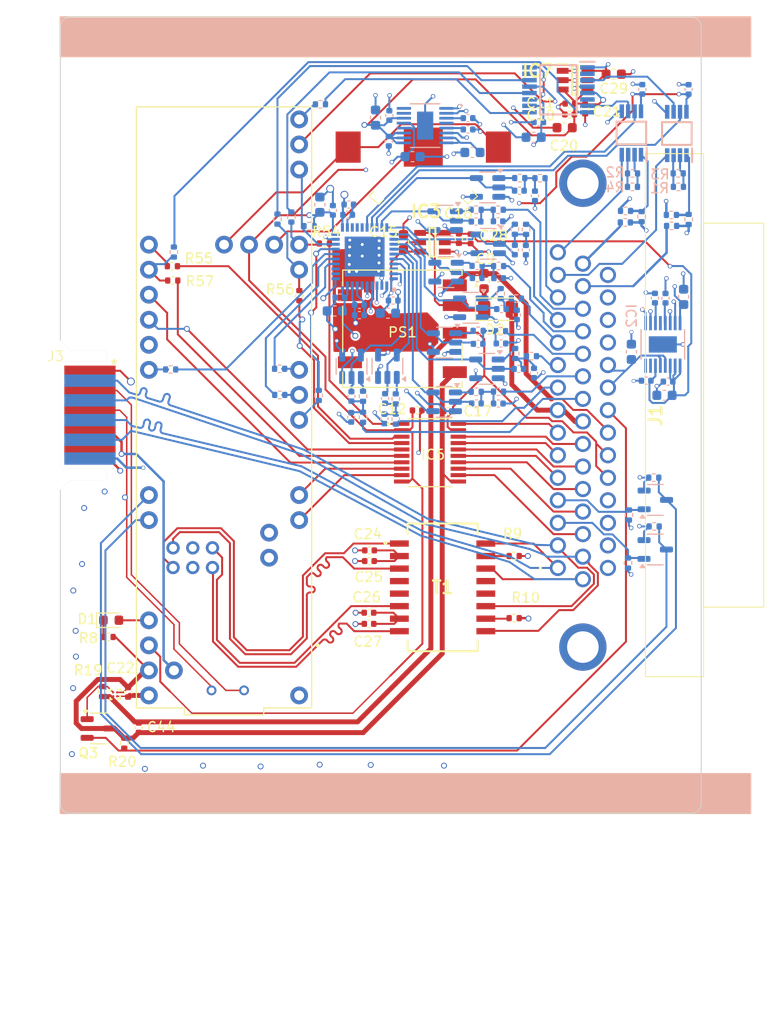
<source format=kicad_pcb>
(kicad_pcb (version 20221018) (generator pcbnew)
  (layers (0 "F.Cu" signal) (1 "In1.Cu" signal) (2 "In2.Cu" signal) (31 "B.Cu" signal) (34 "B.Paste" user) (35 "F.Paste" user) (36 "B.SilkS" user "B.Silkscreen") (37 "F.SilkS" user "F.Silkscreen") (38 "B.Mask" user) (39 "F.Mask" user) (44 "Edge.Cuts" user))
  (net 0 "")
  (net 1 "Net-(IC1-BYPASS)")
  (net 2 "5v_buck")
  (net 3 "Net-(IC1-NR)")
  (net 4 "Net-(IC2-BYPASS)")
  (net 5 "Net-(IC2-NR)")
  (net 6 "Net-(BT1-+)")
  (net 7 "usb_gnd")
  (net 8 "5v_reful")
  (net 9 "5v_ref")
  (net 10 "Net-(T1-TCT)")
  (net 11 "Net-(T1-RCT)")
  (net 12 "Net-(IC9-REGCAPA)")
  (net 13 "Net-(IC9-REGCAPD)")
  (net 14 "Net-(D1-K)")
  (net 15 "Net-(D1-A)")
  (net 16 "12v_schot")
  (net 23 "2v5_ref")
  (net 24 "sg1-")
  (net 25 "Net-(IC5-RG_1)")
  (net 26 "Net-(IC5-RG_2)")
  (net 27 "3v3")
  (net 28 "sg1")
  (net 29 "2v5_reful_dev")
  (net 30 "5v_reful_dev")
  (net 31 "SCLK1")
  (net 32 "Net-(U2-VOUT)")
  (net 33 "Net-(C43-Pad1)")
  (net 34 "Net-(C45-Pad1)")
  (net 35 "Net-(C46-Pad1)")
  (net 36 "AN3")
  (net 37 "sg2-")
  (net 38 "sg2")
  (net 39 "D4_3v3")
  (net 40 "D5_3v3")
  (net 41 "D6_3v3")
  (net 42 "Net-(C50-Pad1)")
  (net 43 "Net-(C51-Pad1)")
  (net 44 "Net-(C52-Pad1)")
  (net 45 "SCLK")
  (net 46 "!CS")
  (net 47 "!ERROR")
  (net 48 "AN2")
  (net 49 "Net-(C56-Pad1)")
  (net 50 "Net-(C57-Pad1)")
  (net 53 "Net-(C58-Pad1)")
  (net 54 "AN1")
  (net 55 "usb_d+")
  (net 56 "usb_d-")
  (net 57 "Rx-")
  (net 58 "Rx+")
  (net 59 "Tx-")
  (net 60 "Tx+")
  (net 61 "Net-(C62-Pad1)")
  (net 64 "Net-(T1-TXCT)")
  (net 65 "Net-(T1-RXCT)")
  (net 66 "Rd+")
  (net 67 "AN4")
  (net 68 "Net-(IC4-RG_1)")
  (net 69 "Net-(IC4-RG_2)")
  (net 70 "QS1S")
  (net 71 "DAC_BIAS_A")
  (net 72 "QS2S")
  (net 73 "DAC_BIAS_B")
  (net 74 "Rd-")
  (net 75 "Td+")
  (net 76 "Td-")
  (net 77 "D1_3v3")
  (net 82 "D2_3v3")
  (net 83 "D3_3v3")
  (net 84 "GPIO{slash}INT2_3v3")
  (net 85 "GPIO{slash}INT1_3v3")
  (net 87 "D3")
  (net 91 "D2")
  (net 92 "D1")
  (net 94 "SCL")
  (net 95 "SDA")
  (net 96 "AN5")
  (net 97 "GPIO{slash}INT2")
  (net 98 "GPIO{slash}INT1")
  (net 99 "D6")
  (net 100 "D5")
  (net 101 "D4")
  (net 102 "AN10")
  (net 103 "AN9")
  (net 104 "AN8")
  (net 105 "AN7")
  (net 106 "AN6")
  (net 107 "2v5_reful")
  (net 110 "MISO1")
  (net 111 "!LDAC")
  (net 112 "MOSI1")
  (net 114 "AN5_pre")
  (net 115 "AN4_pre")
  (net 116 "AN3_pre")
  (net 117 "AN2_pre")
  (net 118 "AN1_pre")
  (net 119 "QS1F")
  (net 120 "QS2F")
  (net 121 "AN10_pre")
  (net 122 "AN9_pre")
  (net 123 "AN8_pre")
  (net 124 "AN7_pre")
  (net 125 "AN6_pre")
  (net 126 "LS_EN")
  (net 127 "SCL_3v3")
  (net 128 "SDA_3v3")
  (net 129 "Net-(Q3-D)")
  (net 130 "Net-(U3-+)")
  (net 131 "Net-(U4-+)")
  (net 132 "Net-(U5-+)")
  (net 133 "Net-(U6-+)")
  (net 134 "Net-(U7-+)")
  (net 135 "Net-(U8-+)")
  (net 136 "Net-(U9-+)")
  (net 137 "Net-(U10-+)")
  (net 138 "Net-(U11-+)")
  (net 139 "Net-(U12-+)")
  (net 140 "Net-(U1-MISO)")
  (net 141 "MISO")
  (net 142 "Net-(U1-MOSI)")
  (net 143 "MOSI")
  (net 144 "Net-(U1-SCK)")
  (net 145 "Net-(U1-CS1)")
  (net 146 "5v_usb")
  (net 147 "Net-(IC6-A1)")
  (net 148 "Net-(IC6-A2)")
  (net 149 "Net-(IC6-A3)")
  (net 150 "Net-(IC6-A5)")
  (net 151 "Net-(U1-OUT1B)")
  (net 152 "SYNC")
  (net 154 "12v B+")
  (net 155 "B-")
  (net 156 "unconnected-(IC9-AIN16-Pad1)")
  (footprint "Capacitor_SMD:C_0402_1005Metric" (layer "F.Cu") (at 31.3 60.41 180)
    (fp_text reference "C26")
    (fp_text value "0.1uF")
  )
  (footprint "Capacitor_SMD:C_0402_1005Metric" (layer "F.Cu") (at 41.61 22.49 -90)
    (fp_text reference "C28")
    (fp_text value "1uF")
  )
  (footprint "21xt_footprints:aaren_mouser_db44_screws" (layer "F.Cu") (at 50.46 55.869 90)
    (fp_text reference "J1")
    (fp_text value "Conn_02x23_Counter_Clockwise" hide)
  )
  (footprint "21xt_footprints:SOP65P640X120-20N" (layer "F.Cu") (at 37.495 44.18)
    (fp_text reference "IC6")
    (fp_text value "TXB0108PWR")
  )
  (footprint "Capacitor_SMD:C_0402_1005Metric" (layer "F.Cu") (at 51.68 8.78 180)
    (fp_text reference "C11")
    (fp_text value "1uF")
  )
  (footprint "Capacitor_SMD:C_0402_1005Metric" (layer "F.Cu") (at 31.35 55.17 180)
    (fp_text reference "C25")
    (fp_text value "0.1uF")
  )
  (footprint "Capacitor_SMD:C_0402_1005Metric" (layer "F.Cu") (at 40.42 22.46 -90)
    (fp_text reference "C16")
    (fp_text value "0.1uF")
  )
  (footprint "Resistor_SMD:R_0402_1005Metric" (layer "F.Cu") (at 4.84 62.87)
    (fp_text reference "R8")
    (fp_text value "330")
  )
  (footprint "21xt_footprints:REF3450IDBVR" (layer "F.Cu") (at 37.74 22.84 180)
    (fp_text reference "IC3")
    (fp_text value "REF3450IDBVR" hide)
  )
  (footprint "21xt_footprints:1220 holder" (layer "F.Cu") (at 36.81 13.19 180)
    (fp_text reference "BT1" hide)
    (fp_text value "Battery_Cell" hide)
  )
  (footprint "Resistor_SMD:R_0402_1005Metric" (layer "F.Cu") (at 6.48 73.64 90)
    (fp_text reference "R20")
    (fp_text value "1k")
  )
  (footprint "Capacitor_SMD:C_0402_1005Metric" (layer "F.Cu") (at 6.87 68.48 -90)
    (fp_text reference "C22")
    (fp_text value "0.1uF")
  )
  (footprint "Package_TO_SOT_SMD:SOT-23-3" (layer "F.Cu") (at 3.8525 72.15)
    (fp_text reference "Q3")
    (fp_text value "BSS138")
  )
  (footprint "Resistor_SMD:R_0402_1005Metric" (layer "F.Cu") (at 11.4 26.72)
    (fp_text reference "R57")
    (fp_text value "20R")
  )
  (footprint "21xt_footprints:CONV_TRS_2-2419" (layer "F.Cu") (at 34.69 31.61)
    (fp_text reference "PS1")
    (fp_text value "TRS_2-1211")
  )
  (footprint "Resistor_SMD:R_0402_1005Metric" (layer "F.Cu") (at 46.03 54.66)
    (fp_text reference "R9")
    (fp_text value "52.5")
  )
  (footprint "Capacitor_SMD:C_0402_1005Metric" (layer "F.Cu") (at 7.95 72.07 90)
    (fp_text reference "C44")
    (fp_text value "1uF")
  )
  (footprint "Capacitor_SMD:C_0603_1608Metric" (layer "F.Cu") (at 42.98 26.77 90)
    (fp_text reference "C9")
    (fp_text value "10uF")
  )
  (footprint "21xt_footprints:REF3425IDBVR" (layer "F.Cu") (at 52.2 6.4)
    (fp_text reference "IC7")
    (fp_text value "REF3425IDBVR" hide)
  )
  (footprint "Capacitor_SMD:C_0603_1608Metric" (layer "F.Cu") (at 51.15 11.22 180)
    (fp_text reference "C20")
    (fp_text value "10uF")
  )
  (footprint "Diode_SMD:D_0603_1608Metric" (layer "F.Cu") (at 5.15 61.17)
    (fp_text reference "D1")
    (fp_text value "LED")
  )
  (footprint "Capacitor_SMD:C_0402_1005Metric" (layer "F.Cu") (at 39.35 39.98 180)
    (fp_text reference "C17")
    (fp_text value "0.1uF")
  )
  (footprint "Capacitor_SMD:C_0402_1005Metric" (layer "F.Cu") (at 36.19 39.89)
    (fp_text reference "C12")
    (fp_text value "0.1uF")
  )
  (footprint "Resistor_SMD:R_0402_1005Metric" (layer "F.Cu") (at 26.78 22.96)
    (fp_text reference "R54")
    (fp_text value "20R")
  )
  (footprint "Resistor_SMD:R_0402_1005Metric" (layer "F.Cu") (at 46.03 60.96)
    (fp_text reference "R10")
    (fp_text value "52.5")
  )
  (footprint "Capacitor_SMD:C_0402_1005Metric" (layer "F.Cu") (at 51.65 9.88 180)
    (fp_text reference "C10")
    (fp_text value "0.1uF")
  )
  (footprint "21xt_footprints:749013011" (layer "F.Cu") (at 38.77 57.84 -90)
    (fp_text reference "T1")
    (fp_text value "749013011" hide)
  )
  (footprint "21xt_footprints:Double Sided Mezzanine Card Edge_Edge Side" (layer "F.Cu") (at 0 34.875)
    (fp_text reference "J3")
    (fp_text value "Mezzanine Edge")
    (fp_line (start 0 0.3) (end 0.25 0.05) (stroke (width 0.01)) (layer "Edge.Cuts"))
    (fp_line (start 0 10.7) (end 0 0.3) (stroke (width 0.01)) (layer "Edge.Cuts"))
    (fp_line (start 0 10.7) (end 0.25 10.95) (stroke (width 0.01)) (layer "Edge.Cuts"))
    (fp_line (start 0.25 0.05) (end 4.7 0.05) (stroke (width 0.01)) (layer "Edge.Cuts"))
    (fp_line (start 1 -1.1) (end 0 -2.1) (stroke (width 0.01)) (layer "Edge.Cuts"))
    (fp_line (start 1 12.1) (end 0 13.1) (stroke (width 0.01)) (layer "Edge.Cuts"))
    (fp_line (start 4.7 -1.1) (end 1 -1.1) (stroke (width 0.01)) (layer "Edge.Cuts"))
    (fp_line (start 4.7 0.05) (end 4.7 -1.1) (stroke (width 0.01)) (layer "Edge.Cuts"))
    (fp_line (start 4.7 10.95) (end 0.25 10.95) (stroke (width 0.01)) (layer "Edge.Cuts"))
    (fp_line (start 4.7 10.95) (end 4.7 12.1) (stroke (width 0.01)) (layer "Edge.Cuts"))
    (fp_line (start 4.7 12.1) (end 1 12.1) (stroke (width 0.01)) (layer "Edge.Cuts"))
  )
  (footprint "Capacitor_SMD:C_0402_1005Metric" (layer "F.Cu") (at 53.23 9.33 -90)
    (fp_text reference "C21")
    (fp_text value "0.1uF")
  )
  (footprint "Capacitor_SMD:C_0603_1608Metric" (layer "F.Cu") (at 56.13 5.79)
    (fp_text reference "C29")
    (fp_text value "22uF")
  )
  (footprint "Resistor_SMD:R_0402_1005Metric" (layer "F.Cu") (at 11.36 25.27)
    (fp_text reference "R55")
    (fp_text value "20R")
  )
  (footprint "Capacitor_SMD:C_0603_1608Metric" (layer "F.Cu") (at 34.8 22.82 90)
    (fp_text reference "C15")
    (fp_text value "22uF")
  )
  (footprint "Capacitor_SMD:C_0402_1005Metric" (layer "F.Cu") (at 31.31 61.54 180)
    (fp_text reference "C27")
    (fp_text value "0.1uF")
  )
  (footprint "Capacitor_SMD:C_0402_1005Metric" (layer "F.Cu") (at 31.36 54.09 180)
    (fp_text reference "C24")
    (fp_text value "0.1uF")
  )
  (footprint "21xt_footprints:MODULE_DEV-16771" (layer "F.Cu") (at 16.6 42.38 90)
    (fp_text reference "U1" hide)
    (fp_text value "DEV-16771")
  )
  (footprint "Resistor_SMD:R_0402_1005Metric" (layer "F.Cu") (at 4.23 68.41 90)
    (fp_text reference "R19")
    (fp_text value "5k")
  )
  (footprint "Diode_SMD:D_1206_3216Metric" (layer "F.Cu") (at 44.39 29.63)
    (fp_text reference "D2")
    (fp_text value "D_Schottky")
  )
  (footprint "Resistor_SMD:R_0402_1005Metric" (layer "F.Cu") (at 24.24 28.25 -90)
    (fp_text reference "R56")
    (fp_text value "20R")
  )
  (footprint "21xt_footprints:YFP0004AAAA" (layer "F.Cu") (at 5.56 68.69 180)
    (fp_text reference "U2" hide)
    (fp_text value "TPS22915BYFPR")
  )
  (footprint "Resistor_SMD:R_0402_1005Metric" (layer "B.Cu") (at 48.65 16.34 180)
    (fp_text reference "R35" hide)
    (fp_text value "27.7k")
  )
  (footprint "Resistor_SMD:R_0402_1005Metric" (layer "B.Cu") (at 46.5975 16.3275 180)
    (fp_text reference "R38" hide)
    (fp_text value "99.1k")
  )
  (footprint "Resistor_SMD:R_0402_1005Metric" (layer "B.Cu") (at 44.45 25.2525 180)
    (fp_text reference "R33" hide)
    (fp_text value "27.7k")
  )
  (footprint "Capacitor_SMD:C_0402_1005Metric" (layer "B.Cu") (at 46.0975 23.62 -90)
    (fp_text reference "C55" hide)
    (fp_text value "1nF")
  )
  (footprint "21xt_footprints:SOP65P490X110-8N" (layer "B.Cu") (at 62.53 11.81 90)
    (fp_text reference "IC4" hide)
    (fp_text value "INA821IDGKT" hide)
  )
  (footprint "Resistor_SMD:R_0402_1005Metric" (layer "B.Cu") (at 34.02 38.72 90)
    (fp_text reference "R24" hide)
    (fp_text value "99.1k")
  )
  (footprint "Package_TO_SOT_SMD:SOT-23-5" (layer "B.Cu") (at 41.6325 29.485 180)
    (fp_text reference "U5" hide)
    (fp_text value "OPA347" hide)
  )
  (footprint "Capacitor_SMD:C_0402_1005Metric" (layer "B.Cu") (at 47.2175 23.63 -90)
    (fp_text reference "C52" hide)
    (fp_text value "100p")
  )
  (footprint "Resistor_SMD:R_0402_1005Metric" (layer "B.Cu") (at 57.58 55.37 90)
    (fp_text reference "R11" hide)
    (fp_text value "10k")
  )
  (footprint "Capacitor_SMD:C_0402_1005Metric" (layer "B.Cu") (at 48.14 18.13 -90)
    (fp_text reference "C58" hide)
    (fp_text value "100p")
  )
  (footprint "Capacitor_SMD:C_0402_1005Metric" (layer "B.Cu") (at 59.42 36.88)
    (fp_text reference "C66" hide)
    (fp_text value "0.1uF")
  )
  (footprint "Capacitor_SMD:C_0402_1005Metric" (layer "B.Cu") (at 46.5575 17.6075 180)
    (fp_text reference "C61" hide)
    (fp_text value "1nF")
  )
  (footprint "21xt_footprints:SOP50P490X110-17N" (layer "B.Cu") (at 37 11.01 180)
    (fp_text reference "IC1" hide)
    (fp_text value "LT6658AHMSE-2.5#PBF")
  )
  (footprint "Resistor_SMD:R_0402_1005Metric" (layer "B.Cu") (at 42.1825 38.005 180)
    (fp_text reference "R31" hide)
    (fp_text value "99.1k")
  )
  (footprint "Capacitor_SMD:C_0402_1005Metric" (layer "B.Cu") (at 42.375 33.1425 180)
    (fp_text reference "C48" hide)
    (fp_text value "1nF")
  )
  (footprint "Capacitor_SMD:C_0603_1608Metric" (layer "B.Cu") (at 63.22 28.38 -90)
    (fp_text reference "C18" hide)
    (fp_text value "10uF")
  )
  (footprint "Capacitor_SMD:C_0603_1608Metric" (layer "B.Cu") (at 35.72 14.16 180)
    (fp_text reference "C3" hide)
    (fp_text value "10uF")
  )
  (footprint "Resistor_SMD:R_0402_1005Metric" (layer "B.Cu") (at 30.7025 40.59 90)
    (fp_text reference "R34" hide)
    (fp_text value "27.7k" hide)
  )
  (footprint "Resistor_SMD:R_0402_1005Metric" (layer "B.Cu") (at 22.02 20.49 90)
    (fp_text reference "R47" hide)
    (fp_text value "20R")
  )
  (footprint "Capacitor_SMD:C_0402_1005Metric" (layer "B.Cu") (at 41.35 10.25 180)
    (fp_text reference "C1" hide)
    (fp_text value "1uF")
  )
  (footprint "Capacitor_SMD:C_0402_1005Metric" (layer "B.Cu") (at 61.64 36.97)
    (fp_text reference "C7" hide)
    (fp_text value "0.1uF")
  )
  (footprint "Capacitor_SMD:C_0402_1005Metric" (layer "B.Cu") (at 30.33 30.23)
    (fp_text reference "C33" hide)
    (fp_text value "1uF")
  )
  (footprint "Package_TO_SOT_SMD:SOT-23-5" (layer "B.Cu") (at 38.9325 39.02 180)
    (fp_text reference "U7" hide)
    (fp_text value "OPA347" hide)
  )
  (footprint "Resistor_SMD:R_0402_1005Metric" (layer "B.Cu") (at 11.185 35.74 180)
    (fp_text reference "R43" hide)
    (fp_text value "20R")
  )
  (footprint "Resistor_SMD:R_0402_1005Metric" (layer "B.Cu") (at 22.24 35.67 180)
    (fp_text reference "R41" hide)
    (fp_text value "20R")
  )
  (footprint "Capacitor_SMD:C_0603_1608Metric" (layer "B.Cu") (at 41.8 13.73)
    (fp_text reference "C13" hide)
    (fp_text value "10uF")
  )
  (footprint "Package_TO_SOT_SMD:SOT-23-5" (layer "B.Cu") (at 43.2725 35.6775 180)
    (fp_text reference "U12" hide)
    (fp_text value "OPA347" hide)
  )
  (footprint "Package_TO_SOT_SMD:SOT-23-5" (layer "B.Cu") (at 39.0325 20.65 180)
    (fp_text reference "U6" hide)
    (fp_text value "OPA347" hide)
  )
  (footprint "Capacitor_SMD:C_0402_1005Metric" (layer "B.Cu") (at 29.5225 38.47 90)
    (fp_text reference "C60" hide)
    (fp_text value "1nF")
  )
  (footprint "Resistor_SMD:R_0402_1005Metric" (layer "B.Cu") (at 61.976 20.066)
    (fp_text reference "R13" hide)
    (fp_text value "350")
  )
  (footprint "Capacitor_SMD:C_0402_1005Metric" (layer "B.Cu") (at 48.0425 36.1 -90)
    (fp_text reference "C62" hide)
    (fp_text value "100p")
  )
  (footprint "Capacitor_SMD:C_0402_1005Metric" (layer "B.Cu") (at 60.31 28.5 -90)
    (fp_text reference "C5" hide)
    (fp_text value "1uF")
  )
  (footprint "Capacitor_SMD:C_0402_1005Metric" (layer "B.Cu") (at 44.45 26.4825)
    (fp_text reference "C56" hide)
    (fp_text value "100p")
  )
  (footprint "Capacitor_SMD:C_0402_1005Metric" (layer "B.Cu") (at 29.5 40.59 -90)
    (fp_text reference "C57" hide)
    (fp_text value "100p" hide)
  )
  (footprint "Resistor_SMD:R_0402_1005Metric" (layer "B.Cu") (at 58.04 15.86 180)
    (fp_text reference "R2")
    (fp_text value "R")
  )
  (footprint "Resistor_SMD:R_0402_1005Metric" (layer "B.Cu") (at 26.21 38.37 90)
    (fp_text reference "R49" hide)
    (fp_text value "20R")
  )
  (footprint "Resistor_SMD:R_0402_1005Metric" (layer "B.Cu") (at 58.9534 20.2438 -90)
    (fp_text reference "R17" hide)
    (fp_text value "350")
  )
  (footprint "Package_TO_SOT_SMD:SOT-23-5" (layer "B.Cu") (at 43.34 17.28 180)
    (fp_text reference "U11" hide)
    (fp_text value "OPA347" hide)
  )
  (footprint "Capacitor_SMD:C_0603_1608Metric" (layer "B.Cu") (at 48.006 12.192 180)
    (fp_text reference "C23" hide)
    (fp_text value "10uF")
  )
  (footprint "Resistor_SMD:R_0402_1005Metric" (layer "B.Cu") (at 57.3278 19.6596)
    (fp_text reference "R16" hide)
    (fp_text value "350")
  )
  (footprint "Capacitor_SMD:C_0402_1005Metric" (layer "B.Cu") (at 41.35 11.4 180)
    (fp_text reference "C4" hide)
    (fp_text value "0.1uF")
  )
  (footprint "Resistor_SMD:R_0402_1005Metric" (layer "B.Cu") (at 47.2375 21.53 -90)
    (fp_text reference "R29" hide)
    (fp_text value "27.7k")
  )
  (footprint "21xt_footprints:SOP65P640X120-16N" (layer "B.Cu") (at 50.52 7.38 180)
    (fp_text reference "IC8" hide)
    (fp_text value "AD5689RARUZ-RL7" hide)
  )
  (footprint "Capacitor_SMD:C_0603_1608Metric" (layer "B.Cu") (at 27.83 29.81 180)
    (fp_text reference "C31" hide)
    (fp_text value "10uF")
  )
  (footprint "Resistor_SMD:R_0402_1005Metric" (layer "B.Cu") (at 42.27 25.2325 180)
    (fp_text reference "R36" hide)
    (fp_text value "99.1k")
  )
  (footprint "Package_TO_SOT_SMD:SOT-23-5" (layer "B.Cu") (at 29.5325 35.42 90)
    (fp_text reference "U10" hide)
    (fp_text value "OPA347" hide)
  )
  (footprint "Capacitor_SMD:C_0402_1005Metric" (layer "B.Cu") (at 29.14 20.06 180)
    (fp_text reference "C39" hide)
    (fp_text value "0.1uF")
  )
  (footprint "Resistor_SMD:R_0402_1005Metric" (layer "B.Cu") (at 34.02 40.78 90)
    (fp_text reference "R21" hide)
    (fp_text value "27.7k" hide)
  )
  (footprint "Capacitor_SMD:C_0603_1608Metric" (layer "B.Cu") (at 57.92 33.95 -90)
    (fp_text reference "C8" hide)
    (fp_text value "10uF")
  )
  (footprint "Capacitor_SMD:C_0402_1005Metric" (layer "B.Cu") (at 63.72 7.34 90)
    (fp_text reference "C14" hide)
    (fp_text value "1uF")
  )
  (footprint "21xt_footprints:SOP50P490X110-17N" (layer "B.Cu") (at 61.11 33.2 -90)
    (fp_text reference "IC2")
    (fp_text value "LT6658AHMSE-5#PBF")
  )
  (footprint "Capacitor_SMD:C_0402_1005Metric" (layer "B.Cu") (at 42.2025 39.185 180)
    (fp_text reference "C54" hide)
    (fp_text value "1nF")
  )
  (footprint "Resistor_SMD:R_0402_1005Metric" (layer "B.Cu") (at 60.19 46.71)
    (fp_text reference "R6" hide)
    (fp_text value "10k")
  )
  (footprint "Capacitor_SMD:C_0402_1005Metric" (layer "B.Cu") (at 46.3025 30.205 -90)
    (fp_text reference "C46" hide)
    (fp_text value "100p")
  )
  (footprint "Package_TO_SOT_SMD:SOT-23-5" (layer "B.Cu") (at 39.12 25.87 180)
    (fp_text reference "U9" hide)
    (fp_text value "OPA347" hide)
  )
  (footprint "Resistor_SMD:R_0402_1005Metric" (layer "B.Cu") (at 63.7286 20.5232 -90)
    (fp_text reference "R14" hide)
    (fp_text value "350")
  )
  (footprint "Resistor_SMD:R_0402_1005Metric" (layer "B.Cu") (at 25.22 21.2 180)
    (fp_text reference "R7" hide)
    (fp_text value "10k")
  )
  (footprint "Resistor_SMD:R_0402_1005Metric" (layer "B.Cu") (at 26.38 8.85 180)
    (fp_text reference "R48" hide)
    (fp_text value "20R")
  )
  (footprint "Capacitor_SMD:C_0402_1005Metric" (layer "B.Cu") (at 27.64 19.6 90)
    (fp_text reference "C37" hide)
    (fp_text value "0.1uF")
  )
  (footprint "Capacitor_SMD:C_0603_1608Metric" (layer "B.Cu") (at 33.23 30.03)
    (fp_text reference "C35" hide)
    (fp_text value "10uF")
  )
  (footprint "Capacitor_SMD:C_0402_1005Metric" (layer "B.Cu") (at 44.7425 29.615 180)
    (fp_text reference "C49" hide)
    (fp_text value "1nF")
  )
  (footprint "Resistor_SMD:R_0402_1005Metric" (layer "B.Cu") (at 30.7 38.46 90)
    (fp_text reference "R37" hide)
    (fp_text value "99.1k")
  )
  (footprint "Resistor_SMD:R_0402_1005Metric" (layer "B.Cu") (at 47.7825 34.39 180)
    (fp_text reference "R39" hide)
    (fp_text value "27.7k")
  )
  (footprint "Capacitor_SMD:C_0402_1005Metric" (layer "B.Cu") (at 44.4025 20.7125)
    (fp_text reference "C50" hide)
    (fp_text value "100p")
  )
  (footprint "Resistor_SMD:R_0402_1005Metric" (layer "B.Cu") (at 58.03 17.22 180)
    (fp_text reference "R4")
    (fp_text value "20")
  )
  (footprint "Resistor_SMD:R_0402_1005Metric" (layer "B.Cu") (at 62.69 17.22 180)
    (fp_text reference "R1")
    (fp_text value "R")
  )
  (footprint "Capacitor_SMD:C_0603_1608Metric" (layer "B.Cu") (at 31.97 10.2 -90)
    (fp_text reference "C30" hide)
    (fp_text value "10uF")
  )
  (footprint "Resistor_SMD:R_0402_1005Metric" (layer "B.Cu") (at 46.2525 28.545 180)
    (fp_text reference "R23" hide)
    (fp_text value "27.7k")
  )
  (footprint "Capacitor_SMD:C_0402_1005Metric" (layer "B.Cu") (at 32.9375 38.68 90)
    (fp_text reference "C47" hide)
    (fp_text value "1nF")
  )
  (footprint "Resistor_SMD:R_0402_1005Metric" (layer "B.Cu") (at 42.375 31.8225 180)
    (fp_text reference "R25" hide)
    (fp_text value "99.1k")
  )
  (footprint "Capacitor_SMD:C_0402_1005Metric" (layer "B.Cu") (at 44.695 33.1025)
    (fp_text reference "C45" hide)
    (fp_text value "100p")
  )
  (footprint "Resistor_SMD:R_0402_1005Metric" (layer "B.Cu") (at 42.1725 19.5425 180)
    (fp_text reference "R30" hide)
    (fp_text value "99.1k")
  )
  (footprint "Resistor_SMD:R_0402_1005Metric" (layer "B.Cu") (at 44.4125 19.5425 180)
    (fp_text reference "R27" hide)
    (fp_text value "27.7k")
  )
  (footprint "Resistor_SMD:R_0402_1005Metric" (layer "B.Cu") (at 11.51 23.83 90)
    (fp_text reference "R44" hide)
    (fp_text value "20R")
  )
  (footprint "Resistor_SMD:R_0402_1005Metric" (layer "B.Cu") (at 57.67 50.5 90)
    (fp_text reference "R12" hide)
    (fp_text value "10k")
  )
  (footprint "Package_TO_SOT_SMD:SOT-23-5" (layer "B.Cu") (at 43.3975 23 180)
    (fp_text reference "U8" hide)
    (fp_text value "OPA347" hide)
  )
  (footprint "Resistor_SMD:R_0402_1005Metric" (layer "B.Cu") (at 46.1325 34.12 90)
    (fp_text reference "R40" hide)
    (fp_text value "99.1k")
  )
  (footprint "Resistor_SMD:R_0402_1005Metric" (layer "B.Cu") (at 62.0014 21.1836)
    (fp_text reference "R15" hide)
    (fp_text value "350")
  )
  (footprint "Resistor_SMD:R_0402_1005Metric" (layer "B.Cu") (at 57.3044 20.828)
    (fp_text reference "R18" hide)
    (fp_text value "350")
  )
  (footprint "Capacitor_SMD:C_0402_1005Metric" (layer "B.Cu") (at 42.27 26.4725 180)
    (fp_text reference "C59" hide)
    (fp_text value "1nF")
  )
  (footprint "Capacitor_SMD:C_0402_1005Metric" (layer "B.Cu") (at 42.1625 20.7425 180)
    (fp_text reference "C53" hide)
    (fp_text value "1nF")
  )
  (footprint "Capacitor_SMD:C_0402_1005Metric" (layer "B.Cu") (at 48.514 10.668 180)
    (fp_text reference "C42" hide)
    (fp_text value "0.1uF")
  )
  (footprint "21xt_footprints:SOP65P490X110-8N" (layer "B.Cu") (at 57.92 11.76 90)
    (fp_text reference "IC5" hide)
    (fp_text value "INA821IDGKT" hide)
  )
  (footprint "Resistor_SMD:R_0402_1005Metric" (layer "B.Cu") (at 22.255 38.32 180)
    (fp_text reference "R42" hide)
    (fp_text value "20R")
  )
  (footprint "Package_TO_SOT_SMD:SOT-23-5" (layer "B.Cu") (at 33.1725 35.41 90)
    (fp_text reference "U3" hide)
    (fp_text value "OPA347" hide)
  )
  (footprint "Capacitor_SMD:C_0402_1005Metric" (layer "B.Cu") (at 30.33 29.19)
    (fp_text reference "C34" hide)
    (fp_text value "0.1uF")
  )
  (footprint "Capacitor_SMD:C_0402_1005Metric" (layer "B.Cu") (at 29.26 19.01 180)
    (fp_text reference "C40" hide)
    (fp_text value "1uF")
  )
  (footprint "Capacitor_SMD:C_0402_1005Metric" (layer "B.Cu") (at 59.03 7.33 90)
    (fp_text reference "C19" hide)
    (fp_text value "1uF")
  )
  (footprint "Capacitor_SMD:C_0603_1608Metric" (layer "B.Cu") (at 61.28 38.36)
    (fp_text reference "C41" hide)
    (fp_text value "10uF")
  )
  (footprint "Capacitor_SMD:C_0402_1005Metric" (layer "B.Cu") (at 33.37 9.98 -90)
    (fp_text reference "C64" hide)
    (fp_text value "0.1uF")
  )
  (footprint "Resistor_SMD:R_0402_1005Metric" (layer "B.Cu") (at 44.6625 28.045 90)
    (fp_text reference "R26" hide)
    (fp_text value "99.1k")
  )
  (footprint "Resistor_SMD:R_0402_1005Metric" (layer "B.Cu") (at 62.67 15.85 180)
    (fp_text reference "R3")
    (fp_text value "20")
  )
  (footprint "Capacitor_SMD:C_0402_1005Metric" (layer "B.Cu") (at 61.38 28.51 -90)
    (fp_text reference "C6" hide)
    (fp_text value "0.1uF")
  )
  (footprint "Capacitor_SMD:C_0402_1005Metric" (layer "B.Cu") (at 32.87 40.75 -90)
    (fp_text reference "C43" hide)
    (fp_text value "100p" hide)
  )
  (footprint "Package_TO_SOT_SMD:SOT-23-3" (layer "B.Cu") (at 60.35 48.97)
    (fp_text reference "Q2" hide)
    (fp_text value "NMOS")
  )
  (footprint "Resistor_SMD:R_0402_1005Metric" (layer "B.Cu") (at 46.0975 21.52 90)
    (fp_text reference "R32" hide)
    (fp_text value "99.1k")
  )
  (footprint "Resistor_SMD:R_0402_1005Metric" (layer "B.Cu") (at 23.43 20.28 90)
    (fp_text reference "R46" hide)
    (fp_text value "20R")
  )
  (footprint "Resistor_SMD:R_0402_1005Metric" (layer "B.Cu") (at 44.4425 37.985 180)
    (fp_text reference "R28" hide)
    (fp_text value "27.7k")
  )
  (footprint "Capacitor_SMD:C_0402_1005Metric" (layer "B.Cu") (at 28.36 28.45 180)
    (fp_text reference "C32" hide)
    (fp_text value "0.1uF")
  )
  (footprint "21xt_footprints:AD7175-8BCPZ-RL7" (layer "B.Cu") (at 30.86 24.29 90)
    (fp_text reference "IC9" hide)
    (fp_text value "AD7175-8BCPZ-RL7" hide)
  )
  (footprint "Package_TO_SOT_SMD:SOT-23-5" (layer "B.Cu") (at 38.965 33.01 180)
    (fp_text reference "U4" hide)
    (fp_text value "OPA347" hide)
  )
  (footprint "Resistor_SMD:R_0402_1005Metric" (layer "B.Cu") (at 60.23 51.66)
    (fp_text reference "R5" hide)
    (fp_text value "10k")
  )
  (footprint "Capacitor_SMD:C_0603_1608Metric" (layer "B.Cu") (at 26.32 19.03 90)
    (fp_text reference "C38" hide)
    (fp_text value "10uF")
  )
  (footprint "Capacitor_SMD:C_0402_1005Metric" (layer "B.Cu") (at 33.31 12.59 90)
    (fp_text reference "C2" hide)
    (fp_text value "0.1uF")
  )
  (footprint "Capacitor_SMD:C_0402_1005Metric" (layer "B.Cu") (at 46.5025 35.69 180)
    (fp_text reference "C63" hide)
    (fp_text value "1nF")
  )
  (footprint "Capacitor_SMD:C_0402_1005Metric" (layer "B.Cu") (at 44.4225 39.195)
    (fp_text reference "C51" hide)
    (fp_text value "100p")
  )
  (footprint "Package_TO_SOT_SMD:SOT-23-3" (layer "B.Cu") (at 60.34 54)
    (fp_text reference "Q1" hide)
    (fp_text value "NMOS")
  )
  (footprint "Resistor_SMD:R_0402_1005Metric" (layer "B.Cu") (at 44.655 31.8525 180)
    (fp_text reference "R22" hide)
    (fp_text value "27.7k")
  )
  (footprint "Capacitor_SMD:C_0402_1005Metric" (layer "B.Cu") (at 33.76 28.75)
    (fp_text reference "C36" hide)
    (fp_text value "0.1uF")
  )
  (gr_rect (start 0 76.75) (end 70 80.75) (stroke (width 0.15)) (fill solid) (layer "B.SilkS"))
  (gr_rect (start 0 0) (end 70 4) (stroke (width 0.15)) (fill solid) (layer "B.SilkS"))
  (gr_rect (start 0 0) (end 70 4) (stroke (width 0.15)) (fill solid) (layer "F.SilkS"))
  (gr_rect (start 0 76.75) (end 70 80.75) (stroke (width 0.15)) (fill solid) (layer "F.SilkS"))
  (gr_arc locked (start 0 1) (mid 0.292893 0.292893) (end 1 0) (stroke (width 0.1)) (layer "Edge.Cuts"))
  (gr_arc locked (start 1 80.75) (mid 0.292893 80.457107) (end 0 79.75) (stroke (width 0.1)) (layer "Edge.Cuts"))
  (gr_arc locked (start 65 79.75) (mid 64.707107 80.457107) (end 64 80.75) (stroke (width 0.1)) (layer "Edge.Cuts"))
  (gr_line locked (start 64 80.75) (end 1 80.75) (stroke (width 0.1)) (layer "Edge.Cuts"))
  (gr_arc locked (start 64 0) (mid 64.707106 0.292893) (end 65 1) (stroke (width 0.1)) (layer "Edge.Cuts"))
  (gr_line locked (start 1 0) (end 64 0) (stroke (width 0.1)) (layer "Edge.Cuts"))
  (gr_line locked (start 65 1) (end 65 79.75) (stroke (width 0.1)) (layer "Edge.Cuts"))
  (gr_line locked (start 0 1) (end 0 32.775) (stroke (width 0.1)) (layer "Edge.Cuts"))
  (gr_line locked (start 0 47.975) (end 0 79.75) (stroke (width 0.1)) (layer "Edge.Cuts"))
  (segment (start 40.86 10.26) (end 40.87 10.25) (width 0.2) (layer "B.Cu") (net 1))
  (segment (start 39.16 10.26) (end 40.86 10.26) (width 0.2) (layer "B.Cu") (net 1))
  (segment (start 35.752463 6.32) (end 31.132463 10.94) (width 0.2) (layer "F.Cu") (net 2))
  (segment (start 39.83 39.98) (end 39.83 39.52) (width 0.2) (layer "F.Cu") (net 2))
  (segment (start 53.415505 42.129) (end 52.049 42.129) (width 0.2) (layer "F.Cu") (net 2))
  (segment (start 54.35 43.063495) (end 53.415505 42.129) (width 0.2) (layer "F.Cu") (net 2))
  (segment (start 39.629336 41.905) (end 40.365 41.905) (width 0.2) (layer "F.Cu") (net 2))
  (segment (start 37.58 34.44) (end 37.58 64.04) (width 0.5) (layer "F.Cu") (net 2))
  (segment (start 49.879 40.986) (end 49.533 40.64) (width 0.2) (layer "F.Cu") (net 2))
  (segment (start 52.16 8.78) (end 52.16 8.64) (width 0.2) (layer "F.Cu") (net 2))
  (segment (start 54.35 43.249) (end 54.35 43.063495) (width 0.2) (layer "F.Cu") (net 2))
  (segment (start 52.049 42.129) (end 50.906 40.986) (width 0.2) (layer "F.Cu") (net 2))
  (segment (start 52.13 8.81) (end 52.16 8.78) (width 0.2) (layer "F.Cu") (net 2))
  (segment (start 42.114463 6.32) (end 35.752463 6.32) (width 0.2) (layer "F.Cu") (net 2))
  (segment (start 39.83 39.52) (end 43 36.35) (width 0.2) (layer "F.Cu") (net 2))
  (segment (start 4.990967 68.92) (end 4.23 68.92) (width 0.5) (layer "F.Cu") (net 2))
  (segment (start 42.34 32.01) (end 40.01 32.01) (width 0.2) (layer "F.Cu") (net 2))
  (segment (start 49.533 40.64) (end 47.29 40.64) (width 0.2) (layer "F.Cu") (net 2))
  (segment (start 55.54 44.439) (end 54.35 43.249) (width 0.2) (layer "F.Cu") (net 2))
  (segment (start 47.789463 11.995) (end 42.114463 6.32) (width 0.2) (layer "F.Cu") (net 2))
  (segment (start 40.01 32.01) (end 37.58 34.44) (width 0.5) (layer "F.Cu") (net 2))
  (segment (start 39.83 39.98) (end 39.28 40.53) (width 0.2) (layer "F.Cu") (net 2))
  (segment (start 37.58 64.04) (end 30.14 71.48) (width 0.5) (layer "F.Cu") (net 2))
  (segment (start 54.35 45.535) (end 55.54 46.725) (width 0.2) (layer "F.Cu") (net 2))
  (segment (start 43 36.35) (end 43 32.67) (width 0.2) (layer "F.Cu") (net 2))
  (segment (start 31.132463 10.94) (end 30.84 10.94) (width 0.2) (layer "F.Cu") (net 2))
  (segment (start 55.05 8.405) (end 54.895735 8.250735) (width 0.2) (layer "F.Cu") (net 2))
  (segment (start 50.906 40.986) (end 49.879 40.986) (width 0.2) (layer "F.Cu") (net 2))
  (segment (start 54.605 8.85) (end 55.05 8.405) (width 0.2) (layer "F.Cu") (net 2))
  (segment (start 43 32.67) (end 42.34 32.01) (width 0.2) (layer "F.Cu") (net 2))
  (segment (start 53.16 8.78) (end 53.23 8.85) (width 0.2) (layer "F.Cu") (net 2))
  (segment (start 52.16 8.56) (end 50.95 7.35) (width 0.2) (layer "F.Cu") (net 2))
  (segment (start 52.13 9.88) (end 52.13 11.52) (width 0.2) (layer "F.Cu") (net 2))
  (segment (start 52.16 8.64) (end 53.45 7.35) (width 0.2) (layer "F.Cu") (net 2))
  (segment (start 51.15 11.995) (end 47.789463 11.995) (width 0.2) (layer "F.Cu") (net 2))
  (segment (start 7.54 71.48) (end 7.34 71.28) (width 0.5) (layer "F.Cu") (net 2))
  (segment (start 7.34 71.28) (end 7.34 71.269033) (width 0.5) (layer "F.Cu") (net 2))
  (segment (start 54.35 43.249) (end 54.35 45.535) (width 0.2) (layer "F.Cu") (net 2))
  (segment (start 52.13 9.88) (end 52.13 8.81) (width 0.2) (layer "F.Cu") (net 2))
  (segment (start 53.995 7.35) (end 53.45 7.35) (width 0.2) (layer "F.Cu") (net 2))
  (segment (start 52.16 8.78) (end 52.16 8.56) (width 0.2) (layer "F.Cu") (net 2))
  (segment (start 39.28 41.555664) (end 39.629336 41.905) (width 0.2) (layer "F.Cu") (net 2))
  (segment (start 7.34 71.269033) (end 4.990967 68.92) (width 0.5) (layer "F.Cu") (net 2))
  (segment (start 47.29 40.64) (end 43 36.35) (width 0.2) (layer "F.Cu") (net 2))
  (segment (start 53.23 8.85) (end 54.605 8.85) (width 0.2) (layer "F.Cu") (net 2))
  (segment (start 39.28 40.53) (end 39.28 41.555664) (width 0.2) (layer "F.Cu") (net 2))
  (segment (start 30.14 71.48) (end 7.54 71.48) (width 0.5) (layer "F.Cu") (net 2))
  (segment (start 52.16 8.78) (end 53.16 8.78) (width 0.2) (layer "F.Cu") (net 2))
  (segment (start 51.925 11.22) (end 51.15 11.995) (width 0.2) (layer "F.Cu") (net 2))
  (via (at 30.84 10.94) (size 0.6) (drill 0.4) (layers "F.Cu" "B.Cu") (net 2))
  (via (at 57.895 51.81) (size 0.45) (drill 0.3) (layers "F.Cu" "B.Cu") (net 2))
  (via (at 57.895 56.53) (size 0.45) (drill 0.3) (layers "F.Cu" "B.Cu") (net 2))
  (via (at 55.05 8.405) (size 0.6) (drill 0.4) (layers "F.Cu" "B.Cu") (net 2))
  (segment (start 33.97 11.76) (end 34.84 11.76) (width 0.2) (layer "B.Cu") (net 2))
  (segment (start 34.06 12.76) (end 34.84 12.76) (width 0.2) (layer "B.Cu") (net 2))
  (segment (start 31.97 10.975) (end 32.855 10.975) (width 0.2) (layer "B.Cu") (net 2))
  (segment (start 57.67 51.01) (end 57.67 51.585) (width 0.2) (layer "B.Cu") (net 2))
  (segment (start 57.58 55.88) (end 57.58 56.215) (width 0.2) (layer "B.Cu") (net 2))
  (segment (start 54.35 7.705) (end 53.458 7.705) (width 0.2) (layer "B.Cu") (net 2))
  (segment (start 33.41 12.11) (end 34.06 12.76) (width 0.2) (layer "B.Cu") (net 2))
  (segment (start 33.57 10.26) (end 34.84 10.26) (width 0.2) (layer "B.Cu") (net 2))
  (segment (start 32.175 10.975) (end 33.31 12.11) (width 0.2) (layer "B.Cu") (net 2))
  (segment (start 33.31 12.11) (end 33.41 12.11) (width 0.2) (layer "B.Cu") (net 2))
  (segment (start 57.67 51.585) (end 57.895 51.81) (width 0.2) (layer "B.Cu") (net 2))
  (segment (start 55.05 8.405) (end 54.5645 7.9195) (width 0.2) (layer "B.Cu") (net 2))
  (segment (start 33.46 12.26) (end 34.84 12.26) (width 0.2) (layer "B.Cu") (net 2))
  (segment (start 57.58 56.215) (end 57.895 56.53) (width 0.2) (layer "B.Cu") (net 2))
  (segment (start 33.31 12.11) (end 33.62 12.11) (width 0.2) (layer "B.Cu") (net 2))
  (segment (start 32.855 10.975) (end 33.37 10.46) (width 0.2) (layer "B.Cu") (net 2))
  (segment (start 33.37 10.46) (end 33.57 10.26) (width 0.2) (layer "B.Cu") (net 2))
  (segment (start 33.31 12.11) (end 33.46 12.26) (width 0.2) (layer "B.Cu") (net 2))
  (segment (start 54.5645 7.9195) (end 54.35 7.705) (width 0.2) (layer "B.Cu") (net 2))
  (segment (start 30.84 10.94) (end 31.935 10.94) (width 0.2) (layer "B.Cu") (net 2))
  (segment (start 31.935 10.94) (end 31.97 10.975) (width 0.2) (layer "B.Cu") (net 2))
  (segment (start 33.62 12.11) (end 33.97 11.76) (width 0.2) (layer "B.Cu") (net 2))
  (segment (start 31.97 10.975) (end 32.175 10.975) (width 0.2) (layer "B.Cu") (net 2))
  (segment (start 40.87 11.4) (end 40.73 11.26) (width 0.2) (layer "B.Cu") (net 3))
  (segment (start 40.73 11.26) (end 39.16 11.26) (width 0.2) (layer "B.Cu") (net 3))
  (segment (start 60.385 31.015) (end 60.385 29.055) (width 0.2) (layer "B.Cu") (net 4))
  (segment (start 60.385 29.055) (end 60.31 28.98) (width 0.2) (layer "B.Cu") (net 4))
  (segment (start 60.36 31.04) (end 60.385 31.015) (width 0.2) (layer "B.Cu") (net 4))
  (segment (start 61.31 29.06) (end 61.38 28.99) (width 0.2) (layer "B.Cu") (net 5))
  (segment (start 61.31 30.99) (end 61.31 29.06) (width 0.2) (layer "B.Cu") (net 5))
  (segment (start 61.36 31.04) (end 61.31 30.99) (width 0.2) (layer "B.Cu") (net 5))
  (segment (start 36.81 13.19) (end 35.88 13.19) (width 0.2) (layer "F.Cu") (net 6))
  (segment (start 35.88 13.19) (end 27.33 21.74) (width 0.2) (layer "F.Cu") (net 6))
  (segment (start 23.02 21.74) (end 21.68 23.08) (width 0.2) (layer "F.Cu") (net 6))
  (segment (start 27.33 21.74) (end 23.02 21.74) (width 0.2) (layer "F.Cu") (net 6))
  (segment (start 6.05 67.18) (end 3.798944 67.18) (width 0.5) (layer "F.Cu") (net 7))
  (segment (start 6.38 68.49) (end 6.87 68) (width 0.15) (layer "F.Cu") (net 7))
  (segment (start 40.42 22.94) (end 41.58 22.94) (width 0.2) (layer "F.Cu") (net 7))
  (segment (start 29.95 61.54) (end 30.83 61.54) (width 0.2) (layer "F.Cu") (net 7))
  (segment (start 40.19 23.79) (end 40.22 23.82) (width 0.2) (layer "F.Cu") (net 7))
  (segment (start 29.19 13.19) (end 32.25 13.19) (width 0.2) (layer "F.Cu") (net 7))
  (segment (start 45.94 9.205) (end 47.955 11.22) (width 0.2) (layer "F.Cu") (net 7))
  (segment (start 4.99 72.15) (end 5.5 72.15) (width 0.5) (layer "F.Cu") (net 7))
  (segment (start 51.17 9.88) (end 51.17 9.8) (width 0.2) (layer "F.Cu") (net 7))
  (segment (start 7.15 36.96) (end 6.065 35.875) (width 0.2) (layer "F.Cu") (net 7))
  (segment (start 5.35 62.87) (end 5.59 62.87) (width 0.2) (layer "F.Cu") (net 7))
  (segment (start 50.95 6.4) (end 52.13 6.4) (width 0.2) (layer "F.Cu") (net 7))
  (segment (start 5.5 72.15) (end 6.48 73.13) (width 0.5) (layer "F.Cu") (net 7))
  (segment (start 50.83 8.78) (end 50.49 9.12) (width 0.2) (layer "F.Cu") (net 7))
  (segment (start 42.11 10.87) (end 44.43 13.19) (width 0.2) (layer "F.Cu") (net 7))
  (segment (start 29.93 61.56) (end 29.95 61.54) (width 0.2) (layer "F.Cu") (net 7))
  (segment (start 1.6025 69.376444) (end 1.6025 71.6125) (width 0.5) (layer "F.Cu") (net 7))
  (segment (start 8.98 66.26) (end 8.61 66.26) (width 0.5) (layer "F.Cu") (net 7))
  (segment (start 57.83 5.79) (end 58.1 5.52) (width 0.2) (layer "F.Cu") (net 7))
  (segment (start 42.43 23.79) (end 43.44 23.79) (width 0.2) (layer "F.Cu") (net 7))
  (segment (start 47.955 11.22) (end 50.375 11.22) (width 0.2) (layer "F.Cu") (net 7))
  (segment (start 32.25 13.19) (end 34.57 10.87) (width 0.2) (layer "F.Cu") (net 7))
  (segment (start 53.23 9.81) (end 53.23 10.91) (width 0.2) (layer "F.Cu") (net 7))
  (segment (start 21.9 17.78) (end 16.6 23.08) (width 0.2) (layer "F.Cu") (net 7))
  (segment (start 52.12 5.45) (end 52.14 5.47) (width 0.2) (layer "F.Cu") (net 7))
  (segment (start 29.89 54.09) (end 30.88 54.09) (width 0.2) (layer "F.Cu") (net 7))
  (segment (start 30.72 72.57) (end 8.26 72.57) (width 0.5) (layer "F.Cu") (net 7))
  (segment (start 51.2 8.78) (end 50.83 8.78) (width 0.2) (layer "F.Cu") (net 7))
  (segment (start 1.6025 71.6125) (end 2.14 72.15) (width 0.5) (layer "F.Cu") (net 7))
  (segment (start 36.68 40.09) (end 36.47 40.3) (width 0.2) (layer "F.Cu") (net 7))
  (segment (start 3.798944 67.18) (end 1.6025 69.376444) (width 0.5) (layer "F.Cu") (net 7))
  (segment (start 38.99 22.84) (end 40.32 22.84) (width 0.2) (layer "F.Cu") (net 7))
  (segment (start 40.32 22.84) (end 40.42 22.94) (width 0.2) (layer "F.Cu") (net 7))
  (segment (start 53.23 10.91) (end 53.24 10.92) (width 0.2) (layer "F.Cu") (net 7))
  (segment (start 36.47 40.3) (end 36.47 44.05) (width 0.2) (layer "F.Cu") (net 7))
  (segment (start 2.14 72.15) (end 4.99 72.15) (width 0.5) (layer "F.Cu") (net 7))
  (segment (start 41.58 22.94) (end 41.61 22.97) (width 0.2) (layer "F.Cu") (net 7))
  (segment (start 46.54 60.96) (end 47.44 60.96) (width 0.25) (layer "F.Cu") (net 7))
  (segment (start 36.47 44.05) (end 36.335 44.185) (width 0.2) (layer "F.Cu") (net 7))
  (segment (start 46.54 54.66) (end 47.42 54.66) (width 0.2) (layer "F.Cu") (net 7))
  (segment (start 34.8 22.045) (end 34.8 20.97) (width 0.2) (layer "F.Cu") (net 7))
  (segment (start 6.065 35.875) (end 3 35.875) (width 0.2) (layer "F.Cu") (net 7))
  (segment (start 6.48 73.13) (end 7.37 73.13) (width 0.5) (layer "F.Cu") (net 7))
  (segment (start 38.73 64.56) (end 30.72 72.57) (width 0.5) (layer "F.Cu") (net 7))
  (segment (start 5.59 62.87) (end 8.98 66.26) (width 0.2) (layer "F.Cu") (net 7))
  (segment (start 38.73 37.29) (end 38.73 64.56) (width 0.5) (layer "F.Cu") (net 7))
  (segment (start 34.8 20.97) (end 35.43 20.34) (width 0.2) (layer "F.Cu") (net 7))
  (segment (start 52.13 6.4) (end 52.16 6.43) (width 0.2) (layer "F.Cu") (net 7))
  (segment (start 24.6 17.78) (end 21.9 17.78) (width 0.2) (layer "F.Cu") (net 7))
  (segment (start 41.61 22.97) (end 42.43 23.79) (width 0.2) (layer "F.Cu") (net 7))
  (segment (start 6.87 68) (end 6.05 67.18) (width 0.5) (layer "F.Cu") (net 7))
  (segment (start 50.95 5.45) (end 52.12 5.45) (width 0.2) (layer "F.Cu") (net 7))
  (segment (start 29.95 60.41) (end 30.82 60.41) (width 0.2) (layer "F.Cu") (net 7))
  (segment (start 47.44 60.96) (end 47.48 61) (width 0.25) (layer "F.Cu") (net 7))
  (segment (start 40.365 47.105) (end 39.595 47.105) (width 0.2) (layer "F.Cu") (net 7))
  (segment (start 56.905 5.79) (end 57.83 5.79) (width 0.2) (layer "F.Cu") (net 7))
  (segment (start 8.61 66.26) (end 6.87 68) (width 0.5) (layer "F.Cu") (net 7))
  (segment (start 29.89 55.17) (end 30.87 55.17) (width 0.2) (layer "F.Cu") (net 7))
  (segment (start 34.57 10.87) (end 42.11 10.87) (width 0.2) (layer "F.Cu") (net 7))
  (segment (start 29.19 13.19) (end 24.6 17.78) (width 0.2) (layer "F.Cu") (net 7))
  (segment (start 51.17 9.8) (end 50.49 9.12) (width 0.2) (layer "F.Cu") (net 7))
  (segment (start 38.99 23.79) (end 40.19 23.79) (width 0.2) (layer "F.Cu") (net 7))
  (segment (start 40.01 36.01) (end 38.73 37.29) (width 0.5) (layer "F.Cu") (net 7))
  (segment (start 7.37 73.13) (end 7.95 72.55) (width 0.5) (layer "F.Cu") (net 7))
  (segment (start 39.595 47.105) (end 38.73 46.24) (width 0.2) (layer "F.Cu") (net 7))
  (segment (start 5.76 68.49) (end 6.38 68.49) (width 0.15) (layer "F.Cu") (net 7))
  (via (at 58.15 36.91) (size 0.4) (drill 0.3) (layers "F.Cu" "B.Cu") (net 7))
  (via (at 39.215002 14.16) (size 0.45) (drill 0.3) (layers "F.Cu" "B.Cu") (net 7))
  (via (at 32.34 22.69) (size 0.4) (drill 0.3) (layers "F.Cu" "B.Cu") (net 7))
  (via (at 34.425 27.1) (size 0.4) (drill 0.3) (layers "F.Cu" "B.Cu") (net 7))
  (via (at 29.89 55.17) (size 0.6) (drill 0.4) (layers "F.Cu" "B.Cu") (net 7))
  (via (at 28.26 40.26) (size 0.45) (drill 0.3) (layers "F.Cu" "B.Cu") (net 7))
  (via (at 46.273768 38.729) (size 0.45) (drill 0.3) (layers "F.Cu" "B.Cu") (net 7))
  (via (at 42.59 11.62) (size 0.45) (drill 0.3) (layers "F.Cu" "B.Cu") (net 7))
  (via (at 58.1 5.52) (size 0.45) (drill 0.3) (layers "F.Cu" "B.Cu") (net 7))
  (via (at 8.57 76.24) (size 0.6) (drill 0.4) (layers "F.Cu" "B.Cu") (net 7))
  (via (at 40.22 23.82) (size 0.45) (drill 0.3) (layers "F.Cu" "B.Cu") (net 7))
  (via (at 53.24 10.92) (size 0.45) (drill 0.3) (layers "F.Cu" "B.Cu") (net 7))
  (via (at 2.41 49.79) (size 0.6) (drill 0.4) (layers "F.Cu" "B.Cu") (net 7))
  (via (at 1.31 58.16) (size 0.6) (drill 0.4) (layers "F.Cu" "B.Cu") (net 7))
  (via (at 29.34 23.32) (size 0.4) (drill 0.3) (layers "F.Cu" "B.Cu") (net 7))
  (via (at 33.3 13.84) (size 0.45) (drill 0.3) (layers "F.Cu" "B.Cu") (net 7))
  (via (at 38.72 26.05) (size 0.45) (drill 0.3) (layers "F.Cu" "B.Cu") (net 7))
  (via (at 60.5 37.43) (size 0.45) (drill 0.3) (layers "F.Cu" "B.Cu") (net 7))
  (via (at 14.47 75.92) (size 0.6) (drill 0.4) (layers "F.Cu" "B.Cu") (net 7))
  (via (at 1.55 62.25) (size 0.6) (drill 0.4) (layers "F.Cu" "B.Cu") (net 7))
  (via (at 20.31 76) (size 0.6) (drill 0.4) (layers "F.Cu" "B.Cu") (net 7))
  (via (at 41.07 23.95) (size 0.45) (drill 0.3) (layers "F.Cu" "B.Cu") (net 7))
  (via (at 52.16 6.43) (size 0.45) (drill 0.3) (layers "F.Cu" "B.Cu") (net 7))
  (via (at 30.62 23.07) (size 0.4) (drill 0.3) (layers "F.Cu" "B.Cu") (net 7))
  (via (at 52.14 5.47) (size 0.45) (drill 0.3) (layers "F.Cu" "B.Cu") (net 7))
  (via (at 63.17 26.02) (size 0.45) (drill 0.3) (layers "F.Cu" "B.Cu") (net 7))
  (via (at 59.86 29.85) (size 0.45) (drill 0.3) (layers "F.Cu" "B.Cu") (net 7))
  (via (at 35.43 20.34) (size 0.45) (drill 0.3) (layers "F.Cu" "B.Cu") (net 7))
  (via (at 42.55 10.87) (size 0.45) (drill 0.3) (layers "F.Cu" "B.Cu") (net 7))
  (via (at 59.03 29.67) (size 0.45) (drill 0.3) (layers "F.Cu" "B.Cu") (net 7))
  (via (at 1.58 64.86) (size 0.6) (drill 0.4) (layers "F.Cu" "B.Cu") (net 7))
  (via (at 1.17 74.75) (size 0.6) (drill 0.4) (layers "F.Cu" "B.Cu") (net 7))
  (via (at 27.89 31.64) (size 0.6) (drill 0.4) (layers "F.Cu" "B.Cu") (net 7))
  (via (at 46.465 31.51) (size 0.45) (drill 0.3) (layers "F.Cu" "B.Cu") (net 7))
  (via (at 32.33 24.16) (size 0.4) (drill 0.3) (layers "F.Cu" "B.Cu") (net 7))
  (via (at 33.23 34) (size 0.45) (drill 0.3) (layers "F.Cu" "B.Cu") (net 7))
  (via (at 30.04 25.79) (size 0.4) (drill 0.3) (layers "F.Cu" "B.Cu") (net 7))
  (via (at 41.158404 9.533598) (size 0.45) (drill 0.3) (layers "F.Cu" "B.Cu") (net 7))
  (via (at 30.62 24.24) (size 0.4) (drill 0.3) (layers "F.Cu" "B.Cu") (net 7))
  (via (at 29.89 54.09) (size 0.6) (drill 0.4) (layers "F.Cu" "B.Cu") (net 7))
  (via (at 29.95 60.41) (size 0.6) (drill 0.4) (layers "F.Cu" "B.Cu") (net 7))
  (via (at 61.835 29.84) (size 0.45) (drill 0.3) (layers "F.Cu" "B.Cu") (net 7))
  (via (at 31.97 7.93) (size 0.45) (drill 0.3) (layers "F.Cu" "B.Cu") (net 7))
  (via (at 38.91 75.92) (size 0.6) (drill 0.4) (layers "F.Cu" "B.Cu") (net 7))
  (via (at 29.93 61.56) (size 0.6) (drill 0.4) (layers "F.Cu" "B.Cu") (net 7))
  (via (at 45.7025 26.4825) (size 0.45) (drill 0.3) (layers "F.Cu" "B.Cu") (net 7))
  (via (at 58.07 6.78) (size 0.45) (drill 0.3) (layers "F.Cu" "B.Cu") (net 7))
  (via (at 34.25 27.88) (size 0.6) (drill 0.4) (layers "F.Cu" "B.Cu") (net 7))
  (via (at 62.75 6.81) (size 0.45) (drill 0.3) (layers "F.Cu" "B.Cu") (net 7))
  (via (at 32.59 26.48) (size 0.45) (drill 0.3) (layers "F.Cu" "B.Cu") (net 7))
  (via (at 48.14 19.405) (size 0.45) (drill 0.3) (layers "F.Cu" "B.Cu") (net 7))
  (via (at 36.335 44.185) (size 0.45) (drill 0.3) (layers "F.Cu" "B.Cu") (net 7))
  (via (at 52.14 7.24) (size 0.45) (drill 0.3) (layers "F.Cu" "B.Cu") (net 7))
  (via (at 36.26 20.72) (size 0.45) (drill 0.3) (layers "F.Cu" "B.Cu") (net 7))
  (via (at 29.3 25.83) (size 0.4) (drill 0.3) (layers "F.Cu" "B.Cu") (net 7))
  (via (at 31.48 75.85) (size 0.6) (drill 0.4) (layers "F.Cu" "B.Cu") (net 7))
  (via (at 45.94 9.205) (size 0.45) (drill 0.3) (layers "F.Cu" "B.Cu") (net 7))
  (via (at 29.32 24.18) (size 0.4) (drill 0.3) (layers "F.Cu" "B.Cu") (net 7))
  (via (at 50.49 9.12) (size 0.45) (drill 0.3) (layers "F.Cu" "B.Cu") (net 7))
  (via (at 42.14 35.85) (size 0.4) (drill 0.3) (layers "F.Cu" "B.Cu") (net 7))
  (via (at 41.22 12.23) (size 0.45) (drill 0.3) (layers "F.Cu" "B.Cu") (net 7))
  (via (at 40.47 9.085) (size 0.45) (drill 0.3) (layers "F.Cu" "B.Cu") (net 7))
  (via (at 1.29 68.06) (size 0.6) (drill 0.4) (layers "F.Cu" "B.Cu") (net 7))
  (via (at 26.89 22.28) (size 0.4) (drill 0.3) (layers "F.Cu" "B.Cu") (net 7))
  (via (at 26.67 28.51) (size 0.6) (drill 0.4) (layers "F.Cu" "B.Cu") (net 7))
  (via (at 63.15 33.2) (size 0.45) (drill 0.3) (layers "F.Cu" "B.Cu") (net 7))
  (via (at 35.1 37.92) (size 0.45) (drill 0.3) (layers "F.Cu" "B.Cu") (net 7))
  (via (at 7.15 36.96) (size 0.8) (drill 0.6) (layers "F.Cu" "B.Cu") (net 7))
  (via (at 61.48 26.5) (size 0.45) (drill 0.3) (layers "F.Cu" "B.Cu") (net 7))
  (via (at 59.436 21.6408) (size 0.45) (drill 0.3) (layers "F.Cu" "B.Cu") (net 7))
  (via (at 29.35 22.62) (size 0.4) (drill 0.3) (layers "F.Cu" "B.Cu") (net 7))
  (via (at 2.2 55.47) (size 0.6) (drill 0.4) (layers "F.Cu" "B.Cu") (net 7))
  (via (at 48.981 36.05) (size 0.45) (drill 0.3) (layers "F.Cu" "B.Cu") (net 7))
  (via (at 31.89 40.11) (size 0.45) (drill 0.3) (layers "F.Cu" "B.Cu") (net 7))
  (via (at 37.8 8.035) (size 0.45) (drill 0.3) (layers "F.Cu" "B.Cu") (net 7))
  (via (at 27.37 17.42) (size 0.8) (drill 0.6) (layers "F.Cu" "B.Cu") (net 7))
  (via (at 45.75 20.19) (size 0.45) (drill 0.3) (layers "F.Cu" "B.Cu") (net 7))
  (via (at 33.39 7.94) (size 0.45) (drill 0.3) (layers "F.Cu" "B.Cu") (net 7))
  (via (at 40.84 18.23) (size 0.45) (drill 0.3) (layers "F.Cu" "B.Cu") (net 7))
  (via (at 45.72 10.668) (size 0.45) (drill 0.3) (layers "F.Cu" "B.Cu") (net 7))
  (via (at 29.3 25.09) (size 0.4) (drill 0.3) (layers "F.Cu" "B.Cu") (net 7))
  (via (at 60.26 8.54) (size 0.45) (drill 0.3) (layers "F.Cu" "B.Cu") (net 7))
  (via (at 37.48 33.15) (size 0.45) (drill 0.3) (layers "F.Cu" "B.Cu") (net 7))
  (via (at 43.44 23.79) (size 0.45) (drill 0.3) (layers "F.Cu" "B.Cu") (net 7))
  (via (at 63.54 21.8948) (size 0.45) (drill 0.3) (layers "F.Cu" "B.Cu") (net 7))
  (via (at 47.42 54.66) (size 0.6) (drill 0.4) (layers "F.Cu" "B.Cu") (net 7))
  (via (at 39.9 13.87) (size 0.45) (drill 0.3) (layers "F.Cu" "B.Cu") (net 7))
  (via (at 28.81 18.02) (size 0.8) (drill 0.6) (layers "F.Cu" "B.Cu") (net 7))
  (via (at 57.92 31.94) (size 0.4) (drill 0.3) (layers "F.Cu" "B.Cu") (net 7))
  (via (at 55.496232 10.666232) (size 0.45) (drill 0.3) (layers "F.Cu" "B.Cu") (net 7))
  (via (at 59.39 27.94) (size 0.45) (drill 0.3) (layers "F.Cu" "B.Cu") (net 7))
  (via (at 28.03 32.83) (size 0.45) (drill 0.3) (layers "F.Cu" "B.Cu") (net 7))
  (via (at 47.48 61) (size 0.6) (drill 0.4) (layers "F.Cu" "B.Cu") (net 7))
  (via (at 39.16 30.42) (size 0.45) (drill 0.3) (layers "F.Cu" "B.Cu") (net 7))
  (via (at 46.465 32.8) (size 0.45) (drill 0.3) (layers "F.Cu" "B.Cu") (net 7))
  (via (at 32.32 23.44) (size 0.4) (drill 0.3) (layers "F.Cu" "B.Cu") (net 7))
  (via (at 8.41 45.7) (size 0.4) (drill 0.3) (layers "F.Cu" "B.Cu") (net 7))
  (via (at 47.2175 24.9425) (size 0.45) (drill 0.3) (layers "F.Cu" "B.Cu") (net 7))
  (via (at 32.32 24.93) (size 0.4) (drill 0.3) (layers "F.Cu" "B.Cu") (net 7))
  (via (at 29.95 31.03) (size 0.6) (drill 0.4) (layers "F.Cu" "B.Cu") (net 7))
  (via (at 44.958 10.922) (size 0.45) (drill 0.3) (layers "F.Cu" "B.Cu") (net 7))
  (via (at 32.29 25.76) (size 0.4) (drill 0.3) (layers "F.Cu" "B.Cu") (net 7))
  (via (at 26.3 75.82) (size 0.6) (drill 0.4) (layers "F.Cu" "B.Cu") (net 7))
  (via (at 4.49 48.12) (size 0.6) (drill 0.4) (layers "F.Cu" "B.Cu") (net 7))
  (segment (start 60.505 38.36) (end 60.505 37.435) (width 0.2) (layer "B.Cu") (net 7))
  (segment (start 53.458 7.055) (end 52.325 7.055) (width 0.2) (layer "B.Cu") (net 7))
  (segment (start 58.14 36.9) (end 58.15 36.91) (width 0.2) (layer "B.Cu") (net 7))
  (segment (start 29.86 28.92) (end 29.61 28.67) (width 0.2) (layer "B.Cu") (net 7))
  (segment (start 34.25 28.74) (end 34.24 28.75) (width 0.2) (layer "B.Cu") (net 7))
  (segment (start 48.14 18.61) (end 48.14 19.32) (width 0.2) (layer "B.Cu") (net 7))
  (segment (start 57.8144 20.828) (end 58.8792 20.828) (width 0.25) (layer "B.Cu") (net 7))
  (segment (start 32.2225 34.2725) (end 32.9175 34.2725) (width 0.2) (layer "B.Cu") (net 7))
  (segment (start 33.81 26.04) (end 34.485 26.04) (width 0.2) (layer "B.Cu") (net 7))
  (segment (start 42.135 36.6275) (end 42.135 35.855) (width 0.2) (layer "B.Cu") (net 7))
  (segment (start 48.14 19.32) (end 48.17 19.35) (width 0.2) (layer "B.Cu") (net 7))
  (segment (start 28.5825 34.2825) (end 28.5825 33.9225) (width 0.2) (layer "B.Cu") (net 7))
  (segment (start 28.61 21.34) (end 28.61 20.11) (width 0.2) (layer "B.Cu") (net 7))
  (segment (start 60.31 28.02) (end 59.47 28.02) (width 0.2) (layer "B.Cu") (net 7))
  (segment (start 63.5782 21.1836) (end 63.7286 21.0332) (width 0.25) (layer "B.Cu") (net 7))
  (segment (start 63.22 27.605) (end 63.22 26.07) (width 0.2) (layer "B.Cu") (net 7))
  (segment (start 59.47 28.02) (end 59.39 27.94) (width 0.2) (layer "B.Cu") (net 7))
  (segment (start 44.9025 39.195) (end 45.885 39.195) (width 0.2) (layer "B.Cu") (net 7))
  (segment (start 28.66 19.13) (end 28.78 19.01) (width 0.2) (layer "B.Cu") (net 7))
  (segment (start 48.39 36.58) (end 48.91 36.06) (width 0.2) (layer "B.Cu") (net 7))
  (segment (start 32.29 25.76) (end 30.66 24.25) (width 0.2) (layer "B.Cu") (net 7))
  (segment (start 46.3025 31.3925) (end 46.3025 30.685) (width 0.2) (layer "B.Cu") (net 7))
  (segment (start 26.91 22.29) (end 26.9 22.29) (width 0.2) (layer "B.Cu") (net 7))
  (segment (start 39.18 14.16) (end 39.215002 14.16) (width 0.2) (layer "B.Cu") (net 7))
  (segment (start 32.9175 34.2725) (end 33.19 34) (width 0.2) (layer "B.Cu") (net 7))
  (segment (start 28.02 33.36) (end 28.02 32.82) (width 0.2) (layer "B.Cu") (net 7))
  (segment (start 28.78 19.01) (end 28.78 18.05) (width 0.2) (layer "B.Cu") (net 7))
  (segment (start 27.91 27.27) (end 26.67 28.51) (width 0.2) (layer "B.Cu") (net 7))
  (segment (start 58.14 6.85) (end 58.07 6.78) (width 0.2) (layer "B.Cu") (net 7))
  (segment (start 60.5 37.43) (end 60.7 37.43) (width 0.2) (layer "B.Cu") (net 7))
  (segment (start 32.59 26.6) (end 32.62 26.63) (width 0.2) (layer "B.Cu") (net 7))
  (segment (start 37 11.01) (end 37 8.835) (width 0.2) (layer "B.Cu") (net 7))
  (segment (start 47.231 12.192) (end 46.228 12.192) (width 0.2) (layer "B.Cu") (net 7))
  (segment (start 61.555 9.61) (end 61.33 9.61) (width 0.2) (layer "B.Cu") (net 7))
  (segment (start 58.94 36.88) (end 58.14 36.88) (width 0.2) (layer "B.Cu") (net 7))
  (segment (start 63.72 6.86) (end 62.8 6.86) (width 0.2) (layer "B.Cu") (net 7))
  (segment (start 58.8792 20.828) (end 58.9534 20.7538) (width 0.25) (layer "B.Cu") (net 7))
  (segment (start 39.17 30.42) (end 39.16 30.42) (width 0.2) (layer "B.Cu") (net 7))
  (segment (start 47.21 24.95) (end 47.2175 24.9425) (width 0.2) (layer "B.Cu") (net 7))
  (segment (start 32.61 26.64) (end 32.61 27.24) (width 0.2) (layer "B.Cu") (net 7))
  (segment (start 27.88 28.985) (end 27.055 29.81) (width 0.2) (layer "B.Cu") (net 7))
  (segment (start 42.2025 18.23) (end 40.84 18.23) (width 0.2) (layer "B.Cu") (net 7))
  (segment (start 41.83 11.4) (end 42.37 11.4) (width 0.2) (layer "B.Cu") (net 7))
  (segment (start 39.14 14.16) (end 39.16 14.14) (width 0.2) (layer "B.Cu") (net 7))
  (segment (start 27.64 17.69) (end 27.37 17.42) (width 0.2) (layer "B.Cu") (net 7))
  (segment (start 59.36 30) (end 59.03 29.67) (width 0.2) (layer "B.Cu") (net 7))
  (segment (start 39.185 30.435) (end 39.17 30.42) (width 0.2) (layer "B.Cu") (net 7))
  (segment (start 40.25 9.76) (end 40.476402 9.533598) (width 0.2) (layer "B.Cu") (net 7))
  (segment (start 63.7286 21.7062) (end 63.54 21.8948) (width 0.25) (layer "B.Cu") (net 7))
  (segment (start 29.5 41.07) (end 29.06 41.07) (width 0.2) (layer "B.Cu") (net 7))
  (segment (start 61.86 29.865) (end 61.86 31.04) (width 0.2) (layer "B.Cu") (net 7))
  (segment (start 45.72 20.19) (end 45.75 20.19) (width 0.2) (layer "B.Cu") (net 7))
  (segment (start 29.86 29.96) (end 29.86 28.92) (width 0.2) (layer "B.Cu") (net 7))
  (segment (start 46.42 31.51) (end 46.3025 31.3925) (width 0.2) (layer "B.Cu") (net 7))
  (segment (start 28.27 40.28) (end 28.27 40.27) (width 0.2) (layer "B.Cu") (net 7))
  (segment (start 59.86 29.85) (end 59.86 31.04) (width 0.2) (layer "B.Cu") (net 7))
  (segment (start 48.14 19.38) (end 48.14 19.405) (width 0.2) (layer "B.Cu") (net 7))
  (segment (start 48.17 19.35) (end 48.14 19.38) (width 0.2) (layer "B.Cu") (net 7))
  (segment (start 32.87 41.23) (end 31.89 40.25) (width 0.2) (layer "B.Cu") (net 7))
  (segment (start 33.37 7.96) (end 33.39 7.94) (width 0.2) (layer "B.Cu") (net 7))
  (segment (start 27.88 28.45) (end 27.88 28.985) (width 0.2) (layer "B.Cu") (net 7))
  (segment (start 62.5114 21.1836) (end 63.5782 21.1836) (width 0.25) (layer "B.Cu") (net 7))
  (segment (start 40.04 13.73) (end 39.9 13.87) (width 0.2) (layer "B.Cu") (net 7))
  (segment (start 36.27 20.72) (end 36.26 20.72) (width 0.2) (layer "B.Cu") (net 7))
  (segment (start 33.19 34) (end 33.23 34) (width 0.2) (layer "B.Cu") (net 7))
  (segment (start 44.8825 20.7125) (end 45.1975 20.7125) (width 0.2) (layer "B.Cu") (net 7))
  (segment (start 37 8.835) (end 37.8 8.035) (width 0.2) (layer "B.Cu") (net 7))
  (segment (start 29.86 30.94) (end 29.95 31.03) (width 0.2) (layer "B.Cu") (net 7))
  (segment (start 34.535 26.09) (end 34.535 26.99) (width 0.2) (layer "B.Cu") (net 7))
  (segment (start 40.476402 9.533598) (end 41.158404 9.533598) (width 0.2) (layer "B.Cu") (net 7))
  (segment (start 33.37 9.5) (end 33.37 7.96) (width 0.2) (layer "B.Cu") (net 7))
  (segment (start 26.32 18.255) (end 26.535 18.255) (width 0.2) (layer "B.Cu") (net 7))
  (segment (start 46.28 38.8) (end 46.273768 38.793768) (width 0.2) (layer "B.Cu") (net 7))
  (segment (start 47.2175 24.11) (end 47.2175 24.9425) (width 0.2) (layer "B.Cu") (net 7))
  (segment (start 59.03 6.85) (end 58.14 6.85) (width 0.2) (layer "B.Cu") (net 7))
  (segment (start 58.14 36.88) (end 58.14 36.9) (width 0.2) (layer "B.Cu") (net 7))
  (segment (start 27.91 22.54) (end 27.15 22.54) (width 0.2) (layer "B.Cu") (net 7))
  (segment (start 36.495 14.16) (end 39.14 14.16) (width 0.2) (layer "B.Cu") (net 7))
  (segment (start 27.89 31.64) (end 27.055 30.805) (width 0.2) (layer "B.Cu") (net 7))
  (segment (start 60.505 37.435) (end 60.5 37.43) (width 0.2) (layer "B.Cu") (net 7))
  (segment (start 60.7 37.43) (end 61.16 36.97) (width 0.2) (layer "B.Cu") (net 7))
  (segment (start 27.15 22.54) (end 26.89 22.28) (width 0.2) (layer "B.Cu") (net 7))
  (segment (start 63.7286 21.0332) (end 63.7286 21.7062) (width 0.25) (layer "B.Cu") (net 7))
  (segment (start 27.055 30.805) (end 27.055 29.81) (width 0.2) (layer "B.Cu") (net 7))
  (segment (start 27.91 26.54) (end 27.91 27.27) (width 0.2) (layer "B.Cu") (net 7))
  (segment (start 37.9825 26.82) (end 37.9825 26.7275) (width 0.2) (layer "B.Cu") (net 7))
  (segment (start 34.23 27.9) (end 34.25 27.88) (width 0.2) (layer "B.Cu") (net 7))
  (segment (start 26.91 22.29) (end 26.89 22.27) (width 0.2) (layer "B.Cu") (net 7))
  (segment (start 39.16 9.26) (end 40.295 9.26) (width 0.2) (layer "B.Cu") (net 7))
  (segment (start 48.91 36.06) (end 48.971 36.06) (width 0.2) (layer "B.Cu") (net 7))
  (segment (start 55.496232 10.666232) (end 56.602464 9.56) (width 0.2) (layer "B.Cu") (net 7))
  (segment (start 58.9534 20.7538) (end 58.9534 21.1582) (width 0.25) (layer "B.Cu") (net 7))
  (segment (start 30.66 24.25) (end 30.62 24.24) (width 0.2) (layer "B.Cu") (net 7))
  (segment (start 57.92 33.175) (end 57.92 31.96) (width 0.2) (layer "B.Cu") (net 7))
  (segment (start 42.26 23.95) (end 41.07 23.95) (width 0.2) (layer "B.Cu") (net 7))
  (segment (start 56.602464 9.56) (end 56.945 9.56) (width 0.2) (layer "B.Cu") (net 7))
  (segment (start 42.37 11.4) (end 42.59 11.62) (width 0.2) (layer "B.Cu") (net 7))
  (segment (start 40.763866 12.23) (end 41.22 12.23) (width 0.2) (layer "B.Cu") (net 7))
  (segment (start 46.465 31.51) (end 46.42 31.51) (width 0.2) (layer "B.Cu") (net 7))
  (segment (start 52.325 7.055) (end 52.14 7.24) (width 0.2) (layer "B.Cu") (net 7))
  (segment (start 48.034 10.668) (end 45.72 10.668) (width 0.2) (layer "B.Cu") (net 7))
  (segment (start 41.93 10.25) (end 42.55 10.87) (width 0.2) (layer "B.Cu") (net 7))
  (segment (start 34.25 27.88) (end 34.25 28.74) (width 0.2) (layer "B.Cu") (net 7))
  (segment (start 45.2675 33.01) (end 46.255 33.01) (width 0.2) (layer "B.Cu") (net 7))
  (segment (start 28.61 20.11) (end 28.66 20.06) (width 0.2) (layer "B.Cu") (net 7))
  (segment (start 61.33 9.61) (end 60.26 8.54) (width 0.2) (layer "B.Cu") (net 7))
  (segment (start 40.293866 11.76) (end 40.763866 12.23) (width 0.2) (layer "B.Cu") (net 7))
  (segment (start 57.92 31.96) (end 57.92 31.94) (width 0.2) (layer "B.Cu") (net 7))
  (segment (start 39.16 14.14) (end 39.18 14.16) (width 0.2) (layer "B.Cu") (net 7))
  (segment (start 37.16 39.97) (end 37.795 39.97) (width 0.2) (layer "B.Cu") (net 7))
  (segment (start 32.66 26.09) (end 32.29 25.76) (width 0.2) (layer "B.Cu") (net 7))
  (segment (start 35.1 37.91) (end 37.16 39.97) (width 0.2) (layer "B.Cu") (net 7))
  (segment (start 38.72 26.05) (end 37.9825 26.7875) (width 0.2) (layer "B.Cu") (net 7))
  (segment (start 31.97 9.425) (end 31.97 7.93) (width 0.2) (layer "B.Cu") (net 7))
  (segment (start 61.11 33.2) (end 63.15 33.2) (width 0.2) (layer "B.Cu") (net 7))
  (segment (start 63.22 26.07) (end 63.17 26.02) (width 0.2) (layer "B.Cu") (net 7))
  (segment (start 40.295 9.26) (end 40.47 9.085) (width 0.2) (layer "B.Cu") (net 7))
  (segment (start 61.835 29.84) (end 61.86 29.865) (width 0.2) (layer "B.Cu") (net 7))
  (segment (start 33.31 13.07) (end 33.31 13.83) (width 0.2) (layer "B.Cu") (net 7))
  (segment (start 41.025 13.73) (end 40.04 13.73) (width 0.2) (layer "B.Cu") (net 7))
  (segment (start 46.228 12.192) (end 44.958 10.922) (width 0.2) (layer "B.Cu") (net 7))
  (segment (start 44.93 26.4825) (end 45.7025 26.4825) (width 0.2) (layer "B.Cu") (net 7))
  (segment (start 61.38 26.6) (end 61.48 26.5) (width 0.2) (layer "B.Cu") (net 7))
  (segment (start 29.86 29.96) (end 29.86 30.94) (width 0.2) (layer "B.Cu") (net 7))
  (segment (start 46.273768 38.793768) (end 46.273768 38.729) (width 0.2) (layer "B.Cu") (net 7))
  (segment (start 61.38 28.03) (end 61.38 26.6) (width 0.2) (layer "B.Cu") (net 7))
  (segment (start 30.62 24.24) (end 30.86 24.29) (width 0.2) (layer "B.Cu") (net 7))
  (segment (start 45.1975 20.7125) (end 45.72 20.19) (width 0.2) (layer "B.Cu") (net 7))
  (segment (start 37.55 33.21) (end 37.49 33.15) (width 0.2) (layer "B.Cu") (net 7))
  (segment (start 34.24 29.795) (end 34.005 30.03) (width 0.2) (layer "B.Cu") (net 7))
  (segment (start 29.61 28.67) (end 29.61 27.24) (width 0.2) (layer "B.Cu") (net 7))
  (segment (start 37.49 33.15) (end 37.48 33.15) (width 0.2) (layer "B.Cu") (net 7))
  (segment (start 37.9825 26.7875) (end 37.9825 26.82) (width 0.2) (layer "B.Cu") (net 7))
  (segment (start 48.971 36.06) (end 48.981 36.05) (width 0.2) (layer "B.Cu") (net 7))
  (segment (start 58.9534 21.1582) (end 59.436 21.6408) (width 0.25) (layer "B.Cu") (net 7))
  (segment (start 42.135 35.855) (end 42.14 35.85) (width 0.2) (layer "B.Cu") (net 7))
  (segment (start 5.765 44.775) (end 6.69 45.7) (width 0.25) (layer "B.Cu") (net 7))
  (segment (start 34.23 28.08) (end 34.23 27.9) (width 0.2) (layer "B.Cu") (net 7))
  (segment (start 34.535 26.99) (end 34.425 27.1) (width 0.2) (layer "B.Cu") (net 7))
  (segment (start 59.36 31.04) (end 59.36 30) (width 0.2) (layer "B.Cu") (net 7))
  (segment (start 45.175 33.1025) (end 45.2675 33.01) (width 0.2) (layer "B.Cu") (net 7))
  (segment (start 34.24 28.75) (end 34.24 29.795) (width 0.2) (layer "B.Cu") (net 7))
  (segment (start 28.5825 33.9225) (end 28.02 33.36) (width 0.2) (layer "B.Cu") (net 7))
  (segment (start 29.06 41.07) (end 28.27 40.28) (width 0.2) (layer "B.Cu") (net 7))
  (segment (start 36.27 20.72) (end 37.15 21.6) (width 0.2) (layer "B.Cu") (net 7))
  (segment (start 46.255 33.01) (end 46.465 32.8) (width 0.2) (layer "B.Cu") (net 7))
  (segment (start 45.885 39.195) (end 46.28 38.8) (width 0.2) (layer "B.Cu") (net 7))
  (segment (start 6.69 45.7) (end 8.41 45.7) (width 0.25) (layer "B.Cu") (net 7))
  (segment (start 37.8275 33.96) (end 37.8275 33.4875) (width 0.2) (layer "B.Cu") (net 7))
  (segment (start 31.89 40.25) (end 31.89 40.11) (width 0.2) (layer "B.Cu") (net 7))
  (segment (start 28.27 40.27) (end 28.26 40.26) (width 0.2) (layer "B.Cu") (net 7))
  (segment (start 62.8 6.86) (end 62.75 6.81) (width 0.2) (layer "B.Cu") (net 7))
  (segment (start 34.485 26.04) (end 34.535 26.09) (width 0.2) (layer "B.Cu") (net 7))
  (segment (start 37.8275 33.4875) (end 37.55 33.21) (width 0.2) (layer "B.Cu") (net 7))
  (segment (start 48.0425 36.58) (end 48.39 36.58) (width 0.2) (layer "B.Cu") (net 7))
  (segment (start 3 44.775) (end 5.765 44.775) (width 0.25) (layer "B.Cu") (net 7))
  (segment (start 37.15 21.6) (end 37.895 21.6) (width 0.2) (layer "B.Cu") (net 7))
  (segment (start 28.02 32.82) (end 28.03 32.83) (width 0.2) (layer "B.Cu") (net 7))
  (segment (start 27.64 19.12) (end 27.64 17.69) (width 0.2) (layer "B.Cu") (net 7))
  (segment (start 40.495 30.435) (end 39.185 30.435) (width 0.2) (layer "B.Cu") (net 7))
  (segment (start 40.83 18.24) (end 40.84 18.23) (width 0.2) (layer "B.Cu") (net 7))
  (segment (start 28.78 18.05) (end 28.81 18.02) (width 0.2) (layer "B.Cu") (net 7))
  (segment (start 28.66 20.06) (end 28.66 19.13) (width 0.2) (layer "B.Cu") (net 7))
  (segment (start 39.16 11.76) (end 40.293866 11.76) (width 0.2) (layer "B.Cu") (net 7))
  (segment (start 26.535 18.255) (end 27.37 17.42) (width 0.2) (layer "B.Cu") (net 7))
  (segment (start 33.31 13.83) (end 33.3 13.84) (width 0.2) (layer "B.Cu") (net 7))
  (segment (start 35.1 37.91) (end 35.1 37.92) (width 0.2) (layer "B.Cu") (net 7))
  (segment (start 32.59 26.48) (end 32.59 26.6) (width 0.2) (layer "B.Cu") (net 7))
  (segment (start 27.91 28.42) (end 27.88 28.45) (width 0.2) (layer "B.Cu") (net 7))
  (segment (start 26.9 22.29) (end 26.89 22.28) (width 0.2) (layer "B.Cu") (net 7))
  (segment (start 39.16 9.76) (end 40.25 9.76) (width 0.2) (layer "B.Cu") (net 7))
  (segment (start 41.83 10.25) (end 41.93 10.25) (width 0.2) (layer "B.Cu") (net 7))
  (segment (start 32.62 26.63) (end 32.61 26.64) (width 0.2) (layer "B.Cu") (net 7))
  (via (at 32.080789 28.958363) (size 0.4) (drill 0.3) (layers "F.Cu" "B.Cu") (net 8))
  (segment (start 61.135 34.335) (end 60.604732 34.335) (width 0.2) (layer "B.Cu") (net 8))
  (segment (start 32.11 28.79) (end 32.080789 28.819211) (width 0.2) (layer "B.Cu") (net 8))
  (segment (start 60.86 35.36) (end 60.86 34.590268) (width 0.2) (layer "B.Cu") (net 8))
  (segment (start 57.32 35.86) (end 55.599 37.581) (width 0.2) (layer "B.Cu") (net 8))
  (segment (start 57.34 35.86) (end 57.32 35.86) (width 0.2) (layer "B.Cu") (net 8))
  (segment (start 58.865 34.335) (end 57.34 35.86) (width 0.2) (layer "B.Cu") (net 8))
  (segment (start 60.86 34.590268) (end 60.604732 34.335) (width 0.2) (layer "B.Cu") (net 8))
  (segment (start 60.604732 34.335) (end 58.865 34.335) (width 0.2) (layer "B.Cu") (net 8))
  (segment (start 32.11 27.24) (end 32.11 28.79) (width 0.2) (layer "B.Cu") (net 8))
  (segment (start 61.36 35.36) (end 61.36 34.56) (width 0.2) (layer "B.Cu") (net 8))
  (segment (start 56.105 35.86) (end 57.34 35.86) (width 0.2) (layer "B.Cu") (net 8))
  (segment (start 55.54 35.295) (end 56.105 35.86) (width 0.2) (layer "B.Cu") (net 8))
  (segment (start 61.36 34.56) (end 61.135 34.335) (width 0.2) (layer "B.Cu") (net 8))
  (segment (start 32.080789 28.819211) (end 32.080789 28.958363) (width 0.2) (layer "B.Cu") (net 8))
  (segment (start 55.599 37.581) (end 55.54 37.581) (width 0.2) (layer "B.Cu") (net 8))
  (segment (start 35.21 22.84) (end 36.49 22.84) (width 0.2) (layer "F.Cu") (net 9))
  (segment (start 34.8 23.25) (end 35.21 22.84) (width 0.2) (layer "F.Cu") (net 9))
  (segment (start 34.8 23.595) (end 34.8 23.25) (width 0.2) (layer "F.Cu") (net 9))
  (segment (start 34.995 23.79) (end 34.8 23.595) (width 0.2) (layer "F.Cu") (net 9))
  (segment (start 33.56 24.835) (end 33.56 28) (width 0.2) (layer "F.Cu") (net 9))
  (segment (start 34.8 23.595) (end 33.56 24.835) (width 0.2) (layer "F.Cu") (net 9))
  (segment (start 36.49 23.79) (end 34.995 23.79) (width 0.2) (layer "F.Cu") (net 9))
  (via (at 33.56 28) (size 0.4) (drill 0.3) (layers "F.Cu" "B.Cu") (net 9))
  (segment (start 33.28 28.28) (end 33.28 28.75) (width 0.2) (layer "B.Cu") (net 9))
  (segment (start 33.56 26.79) (end 33.56 28) (width 0.2) (layer "B.Cu") (net 9))
  (segment (start 33.56 28) (end 33.28 28.28) (width 0.2) (layer "B.Cu") (net 9))
  (segment (start 33.28 29.205) (end 33.28 28.75) (width 0.2) (layer "B.Cu") (net 9))
  (segment (start 33.81 26.54) (end 33.56 26.79) (width 0.2) (layer "B.Cu") (net 9))
  (segment (start 32.455 30.03) (end 33.28 29.205) (width 0.2) (layer "B.Cu") (net 9))
  (segment (start 33.86 61.54) (end 34.385 61.015) (width 0.2) (layer "F.Cu") (net 10))
  (segment (start 31.78 60.41) (end 33.78 60.41) (width 0.2) (layer "F.Cu") (net 10))
  (segment (start 33.78 60.41) (end 34.385 61.015) (width 0.2) (layer "F.Cu") (net 10))
  (segment (start 31.79 61.54) (end 33.86 61.54) (width 0.2) (layer "F.Cu") (net 10))
  (segment (start 31.83 55.17) (end 33.88 55.17) (width 0.2) (layer "F.Cu") (net 11))
  (segment (start 31.84 54.09) (end 33.81 54.09) (width 0.2) (layer "F.Cu") (net 11))
  (segment (start 33.81 54.09) (end 34.385 54.665) (width 0.2) (layer "F.Cu") (net 11))
  (segment (start 33.88 55.17) (end 34.385 54.665) (width 0.2) (layer "F.Cu") (net 11))
  (segment (start 30.11 28.21) (end 30.11 27.24) (width 0.2) (layer "B.Cu") (net 12))
  (segment (start 30.82 29.96) (end 30.82 28.92) (width 0.2) (layer "B.Cu") (net 12))
  (segment (start 30.11 28.21) (end 30.82 28.92) (width 0.2) (layer "B.Cu") (net 12))
  (segment (start 29.62 19.13) (end 29.74 19.01) (width 0.2) (layer "B.Cu") (net 13))
  (segment (start 29.11 20.57) (end 29.62 20.06) (width 0.2) (layer "B.Cu") (net 13))
  (segment (start 29.11 21.34) (end 29.11 20.57) (width 0.2) (layer "B.Cu") (net 13))
  (segment (start 29.62 20.06) (end 29.62 19.13) (width 0.2) (layer "B.Cu") (net 13))
  (segment (start 4.3625 61.17) (end 4.3625 62.8375) (width 0.2) (layer "F.Cu") (net 14))
  (segment (start 4.3625 62.8375) (end 4.33 62.87) (width 0.2) (layer "F.Cu") (net 14))
  (segment (start 5.9475 61.18) (end 5.9375 61.17) (width 0.2) (layer "F.Cu") (net 15))
  (segment (start 8.98 61.18) (end 5.9475 61.18) (width 0.2) (layer "F.Cu") (net 15))
  (segment (start 40.01 29.21) (end 38.44 29.21) (width 0.2) (layer "F.Cu") (net 16))
  (segment (start 42.99 29.63) (end 40.43 29.63) (width 0.5) (layer "F.Cu") (net 16))
  (segment (start 37.986 22.344) (end 37.532 21.89) (width 0.2) (layer "F.Cu") (net 16))
  (segment (start 40.42 21.98) (end 41.58 21.98) (width 0.2) (layer "F.Cu") (net 16))
  (segment (start 42.99 29.63) (end 42.99 27.79) (width 0.5) (layer "F.Cu") (net 16))
  (segment (start 59.316 22.746) (end 42.346 22.746) (width 0.2) (layer "F.Cu") (net 16))
  (segment (start 41.17 29.21) (end 40.01 29.21) (width 0.5) (layer "F.Cu") (net 16))
  (segment (start 37.986 22.344) (end 38.44 21.89) (width 0.2) (layer "F.Cu") (net 16))
  (segment (start 61.84 25.27) (end 59.316 22.746) (width 0.2) (layer "F.Cu") (net 16))
  (segment (start 38.44 21.89) (end 38.99 21.89) (width 0.2) (layer "F.Cu") (net 16))
  (segment (start 37.532 21.89) (end 36.49 21.89) (width 0.2) (layer "F.Cu") (net 16))
  (segment (start 40.33 21.89) (end 40.42 21.98) (width 0.2) (layer "F.Cu") (net 16))
  (segment (start 38.44 29.21) (end 37.986 28.756) (width 0.2) (layer "F.Cu") (net 16))
  (segment (start 42.346 22.746) (end 41.61 22.01) (width 0.2) (layer "F.Cu") (net 16))
  (segment (start 41.58 21.98) (end 41.61 22.01) (width 0.2) (layer "F.Cu") (net 16))
  (segment (start 40.43 29.63) (end 40.01 29.21) (width 0.5) (layer "F.Cu") (net 16))
  (segment (start 42.98 27.78) (end 42.99 27.79) (width 0.2) (layer "F.Cu") (net 16))
  (segment (start 37.986 28.756) (end 37.986 22.344) (width 0.2) (layer "F.Cu") (net 16))
  (segment (start 38.99 21.89) (end 40.33 21.89) (width 0.2) (layer "F.Cu") (net 16))
  (via (at 61.84 25.27) (size 0.45) (drill 0.3) (layers "F.Cu" "B.Cu") (net 16))
  (segment (start 59.755 37.025) (end 59.755 38.833696) (width 0.2) (layer "B.Cu") (net 16))
  (segment (start 62.86 36.19) (end 62.86 35.36) (width 0.2) (layer "B.Cu") (net 16))
  (segment (start 60.056304 39.135) (end 61.28 39.135) (width 0.2) (layer "B.Cu") (net 16))
  (segment (start 62.235 37.045) (end 62.13 36.94) (width 0.2) (layer "B.Cu") (net 16))
  (segment (start 62.235 38.24) (end 62.235 37.045) (width 0.2) (layer "B.Cu") (net 16))
  (segment (start 63.69 38.02) (end 63.69 33.45) (width 0.2) (layer "B.Cu") (net 16))
  (segment (start 61.86 36.67) (end 61.86 35.36) (width 0.2) (layer "B.Cu") (net 16))
  (segment (start 59.755 38.833696) (end 60.056304 39.135) (width 0.2) (layer "B.Cu") (net 16))
  (segment (start 62.37 36.17) (end 62.37 35.37) (width 0.2) (layer "B.Cu") (net 16))
  (segment (start 63.995 33.085) (end 63.995 26.102537) (width 0.2) (layer "B.Cu") (net 16))
  (segment (start 62.055 38.36) (end 63.35 38.36) (width 0.2) (layer "B.Cu") (net 16))
  (segment (start 63.35 38.36) (end 63.69 38.02) (width 0.2) (layer "B.Cu") (net 16))
  (segment (start 62.18 36.89) (end 62.18 36.36) (width 0.2) (layer "B.Cu") (net 16))
  (segment (start 61.83 25.26) (end 61.84 25.27) (width 0.2) (layer "B.Cu") (net 16))
  (segment (start 59.9 36.88) (end 59.755 37.025) (width 0.2) (layer "B.Cu") (net 16))
  (segment (start 62.13 36.92) (end 62.86 36.19) (width 0.2) (layer "B.Cu") (net 16))
  (segment (start 62.13 36.94) (end 62.18 36.89) (width 0.2) (layer "B.Cu") (net 16))
  (segment (start 63.142463 25.25) (end 61.83 25.25) (width 0.2) (layer "B.Cu") (net 16))
  (segment (start 60.36 36.42) (end 60.36 35.36) (width 0.2) (layer "B.Cu") (net 16))
  (segment (start 59.9 36.88) (end 60.36 36.42) (width 0.2) (layer "B.Cu") (net 16))
  (segment (start 62.13 36.94) (end 62.13 36.92) (width 0.2) (layer "B.Cu") (net 16))
  (segment (start 63.66 33.42) (end 63.995 33.085) (width 0.2) (layer "B.Cu") (net 16))
  (segment (start 62.18 36.36) (end 62.37 36.17) (width 0.2) (layer "B.Cu") (net 16))
  (segment (start 63.69 33.45) (end 63.66 33.42) (width 0.2) (layer "B.Cu") (net 16))
  (segment (start 62.37 35.37) (end 62.36 35.36) (width 0.2) (layer "B.Cu") (net 16))
  (segment (start 61.28 39.135) (end 62.055 38.36) (width 0.2) (layer "B.Cu") (net 16))
  (segment (start 62.13 36.94) (end 61.86 36.67) (width 0.2) (layer "B.Cu") (net 16))
  (segment (start 61.83 25.25) (end 61.83 25.26) (width 0.2) (layer "B.Cu") (net 16))
  (segment (start 63.995 26.102537) (end 63.142463 25.25) (width 0.2) (layer "B.Cu") (net 16))
  (segment (start 55.355 5.015) (end 55.57 4.8) (width 0.2) (layer "F.Cu") (net 23))
  (segment (start 55.24 5.79) (end 55.355 5.79) (width 0.2) (layer "F.Cu") (net 23))
  (segment (start 54.61 6.4) (end 54.62 6.41) (width 0.2) (layer "F.Cu") (net 23))
  (segment (start 54.62 6.41) (end 55.24 5.79) (width 0.2) (layer "F.Cu") (net 23))
  (segment (start 55.355 5.79) (end 55.355 5.015) (width 0.2) (layer "F.Cu") (net 23))
  (segment (start 55.015 5.45) (end 55.355 5.79) (width 0.2) (layer "F.Cu") (net 23))
  (segment (start 53.45 6.4) (end 54.61 6.4) (width 0.2) (layer "F.Cu") (net 23))
  (segment (start 53.45 5.45) (end 55.015 5.45) (width 0.2) (layer "F.Cu") (net 23))
  (via (at 31.489685 29.840362) (size 0.4) (drill 0.3) (layers "F.Cu" "B.Cu") (net 23))
  (via (at 55.57 4.8) (size 0.45) (drill 0.3) (layers "F.Cu" "B.Cu") (net 23))
  (segment (start 31.47 29.84) (end 31.47 28.902053) (width 0.2) (layer "B.Cu") (net 23))
  (segment (start 31.63 27.26) (end 31.61 27.24) (width 0.2) (layer "B.Cu") (net 23))
  (segment (start 31.47 28.902053) (end 31.63 28.742053) (width 0.2) (layer "B.Cu") (net 23))
  (segment (start 55.265 5.105) (end 53.458 5.105) (width 0.2) (layer "B.Cu") (net 23))
  (segment (start 55.57 4.8) (end 55.265 5.105) (width 0.2) (layer "B.Cu") (net 23))
  (segment (start 31.63 28.742053) (end 31.63 27.26) (width 0.2) (layer "B.Cu") (net 23))
  (segment (start 62.486 20.066) (end 63.6758 20.066) (width 0.25) (layer "B.Cu") (net 24))
  (segment (start 63.77 14.275) (end 63.77 19.88) (width 0.2) (layer "B.Cu") (net 24))
  (segment (start 63.6758 20.066) (end 63.7286 20.0132) (width 0.25) (layer "B.Cu") (net 24))
  (segment (start 63.505 14.01) (end 63.77 14.275) (width 0.2) (layer "B.Cu") (net 24))
  (segment (start 58.54 15.87) (end 58.55 15.86) (width 0.2) (layer "B.Cu") (net 25))
  (segment (start 58.245 15.555) (end 58.245 13.96) (width 0.2) (layer "B.Cu") (net 25))
  (segment (start 58.54 17.22) (end 58.54 15.87) (width 0.2) (layer "B.Cu") (net 25))
  (segment (start 58.55 15.86) (end 58.245 15.555) (width 0.2) (layer "B.Cu") (net 25))
  (segment (start 57.53 14.025) (end 57.595 13.96) (width 0.2) (layer "B.Cu") (net 26))
  (segment (start 57.52 17.22) (end 57.52 15.87) (width 0.2) (layer "B.Cu") (net 26))
  (segment (start 57.53 15.86) (end 57.53 14.025) (width 0.2) (layer "B.Cu") (net 26))
  (segment (start 57.52 15.87) (end 57.53 15.86) (width 0.2) (layer "B.Cu") (net 26))
  (segment (start 31.025 41.905) (end 31.02 41.9) (width 0.2) (layer "F.Cu") (net 27))
  (segment (start 29.67 70.6) (end 33.468 66.802) (width 0.15) (layer "F.Cu") (net 27))
  (segment (start 25.26 20.09) (end 25.25 20.09) (width 0.2) (layer "F.Cu") (net 27))
  (segment (start 35.71 42.205001) (end 35.409999 41.905) (width 0.2) (layer "F.Cu") (net 27))
  (segment (start 10.13 67.4) (end 10.13 64.87) (width 0.2) (layer "F.Cu") (net 27))
  (segment (start 23.588 20.1) (end 22.12 20.1) (width 0.2) (layer "F.Cu") (net 27))
  (segment (start 10.13 64.87) (end 8.98 63.72) (width 0.2) (layer "F.Cu") (net 27))
  (segment (start 26.89 37.77) (end 26.89 34.45) (width 0.2) (layer "F.Cu") (net 27))
  (segment (start 11.055 68.325) (end 10.13 67.4) (width 0.2) (layer "F.Cu") (net 27))
  (segment (start 34.625 41.905) (end 31.025 41.905) (width 0.2) (layer "F.Cu") (net 27))
  (segment (start 36.72 47.814999) (end 36.72 63.55) (width 0.2) (layer "F.Cu") (net 27))
  (segment (start 35.71 46.804999) (end 36.72 47.814999) (width 0.2) (layer "F.Cu") (net 27))
  (segment (start 34.625 47.105) (end 35.409999 47.105) (width 0.2) (layer "F.Cu") (net 27))
  (segment (start 35.409999 47.105) (end 35.71 46.804999) (width 0.2) (layer "F.Cu") (net 27))
  (segment (start 19.14 26.7) (end 19.14 23.08) (width 0.2) (layer "F.Cu") (net 27))
  (segment (start 22.12 20.1) (end 19.14 23.08) (width 0.2) (layer "F.Cu") (net 27))
  (segment (start 35.72 41.594999) (end 35.72 40.09) (width 0.2) (layer "F.Cu") (net 27))
  (segment (start 3 43.875) (end 3.714998 43.875) (width 0.15) (layer "F.Cu") (net 27))
  (segment (start 49.022 7.778) (end 48.958768 7.841232) (width 0.2) (layer "F.Cu") (net 27))
  (segment (start 11.055 68.325) (end 13.33 70.6) (width 0.15) (layer "F.Cu") (net 27))
  (segment (start 25.27 20.1) (end 22.12 20.1) (width 0.2) (layer "F.Cu") (net 27))
  (segment (start 3 43.875) (end 3.492462 43.875) (width 0.25) (layer "F.Cu") (net 27))
  (segment (start 36.72 63.55) (end 33.468 66.802) (width 0.2) (layer "F.Cu") (net 27))
  (segment (start 28.194 15.494) (end 23.588 20.1) (width 0.2) (layer "F.Cu") (net 27))
  (segment (start 3 43.875) (end 3.995 43.875) (width 0.25) (layer "F.Cu") (net 27))
  (segment (start 26.89 34.45) (end 19.14 26.7) (width 0.2) (layer "F.Cu") (net 27))
  (segment (start 30.988 15.494) (end 28.194 15.494) (width 0.2) (layer "F.Cu") (net 27))
  (segment (start 49.022 6.35) (end 49.022 7.778) (width 0.2) (layer "F.Cu") (net 27))
  (segment (start 31.02 41.9) (end 26.89 37.77) (width 0.2) (layer "F.Cu") (net 27))
  (segment (start 35.409999 41.905) (end 35.72 41.594999) (width 0.2) (layer "F.Cu") (net 27))
  (segment (start 35.409999 41.905) (end 34.625 41.905) (width 0.2) (layer "F.Cu") (net 27))
  (segment (start 13.33 70.6) (end 29.67 70.6) (width 0.15) (layer "F.Cu") (net 27))
  (segment (start 6.07 45.95) (end 6.07 46.01) (width 0.25) (layer "F.Cu") (net 27))
  (segment (start 3.995 43.875) (end 6.07 45.95) (width 0.25) (layer "F.Cu") (net 27))
  (segment (start 11.1 68.37) (end 11.055 68.325) (width 0.2) (layer "F.Cu") (net 27))
  (segment (start 25.27 20.1) (end 25.26 20.09) (width 0.2) (layer "F.Cu") (net 27))
  (segment (start 35.71 46.804999) (end 35.71 42.205001) (width 0.2) (layer "F.Cu") (net 27))
  (via (at 48.958768 7.841232) (size 0.45) (drill 0.3) (layers "F.Cu" "B.Cu") (net 27))
  (via (at 58.73 51.63) (size 0.45) (drill 0.3) (layers "F.Cu" "B.Cu") (net 27))
  (via (at 48.006 12.954) (size 0.45) (drill 0.3) (layers "F.Cu" "B.Cu") (net 27))
  (via (at 58.78 46.68) (size 0.45) (drill 0.3) (layers "F.Cu" "B.Cu") (net 27))
  (via (at 49.022 6.35) (size 0.45) (drill 0.3) (layers "F.Cu" "B.Cu") (net 27))
  (via (at 30.988 15.494) (size 0.45) (drill 0.3) (layers "F.Cu" "B.Cu") (net 27))
  (via (at 25.25 20.09) (size 0.6) (drill 0.4) (layers "F.Cu" "B.Cu") (net 27))
  (via (at 6.07 46.01) (size 0.6) (drill 0.4) (layers "F.Cu" "B.Cu") (net 27))
  (segment (start 48.994 9.4795) (end 48.5195 9.005) (width 0.2) (layer "B.Cu") (net 27))
  (segment (start 48.768 12.192) (end 48.006 12.954) (width 0.2) (layer "B.Cu") (net 27))
  (segment (start 59.68 46.71) (end 58.81 46.71) (width 0.2) (layer "B.Cu") (net 27))
  (segment (start 48.55925 8.355) (end 47.582 8.355) (width 0.2) (layer "B.Cu") (net 27))
  (segment (start 25.25 20.09) (end 26.035 20.09) (width 0.2) (layer "B.Cu") (net 27))
  (segment (start 27.365 19.805) (end 27.64 20.08) (width 0.2) (layer "B.Cu") (net 27))
  (segment (start 48.781 10.881) (end 48.994 10.668) (width 0.2) (layer "B.Cu") (net 27))
  (segment (start 48.781 12.192) (end 48.768 12.192) (width 0.2) (layer "B.Cu") (net 27))
  (segment (start 59.2125 47.1775) (end 59.68 46.71) (width 0.2) (layer "B.Cu") (net 27))
  (segment (start 26.035 20.09) (end 26.32 19.805) (width 0.2) (layer "B.Cu") (net 27))
  (segment (start 48.994 9.4795) (end 48.994 8.78975) (width 0.2) (layer "B.Cu") (net 27))
  (segment (start 58.76 51.66) (end 58.73 51.63) (width 0.2) (layer "B.Cu") (net 27))
  (segment (start 27.64 21.77) (end 27.91 22.04) (width 0.2) (layer "B.Cu") (net 27))
  (segment (start 49.022 5.6075) (end 49.022 6.35) (width 0.2) (layer "B.Cu") (net 27))
  (segment (start 27.91 22.04) (end 27.81 22.04) (width 0.2) (layer "B.Cu") (net 27))
  (segment (start 48.5195 5.105) (end 49.022 5.6075) (width 0.2) (layer "B.Cu") (net 27))
  (segment (start 25.73 21.2) (end 25.73 20.395) (width 0.2) (layer "B.Cu") (net 27))
  (segment (start 58.81 46.71) (end 58.78 46.68) (width 0.2) (layer "B.Cu") (net 27))
  (segment (start 26.55 20.1) (end 26.61 20.04) (width 0.2) (layer "B.Cu") (net 27))
  (segment (start 48.958768 7.955482) (end 48.958768 7.841232) (width 0.2) (layer "B.Cu") (net 27))
  (segment (start 48.781 12.192) (end 48.781 10.881) (width 0.2) (layer "B.Cu") (net 27))
  (segment (start 48.55925 8.355) (end 48.958768 7.955482) (width 0.2) (layer "B.Cu") (net 27))
  (segment (start 59.2025 53.05) (end 59.2025 52.1775) (width 0.2) (layer "B.Cu") (net 27))
  (segment (start 59.72 51.66) (end 58.76 51.66) (width 0.2) (layer "B.Cu") (net 27))
  (segment (start 59.2125 48.02) (end 59.2125 47.1775) (width 0.2) (layer "B.Cu") (net 27))
  (segment (start 48.994 8.78975) (end 48.55925 8.355) (width 0.2) (layer "B.Cu") (net 27))
  (segment (start 27.64 20.08) (end 27.64 21.77) (width 0.2) (layer "B.Cu") (net 27))
  (segment (start 48.5195 9.005) (end 47.582 9.005) (width 0.2) (layer "B.Cu") (net 27))
  (segment (start 26.32 19.805) (end 27.365 19.805) (width 0.2) (layer "B.Cu") (net 27))
  (segment (start 59.2025 52.1775) (end 59.72 51.66) (width 0.2) (layer "B.Cu") (net 27))
  (segment (start 48.994 10.668) (end 48.994 9.4795) (width 0.2) (layer "B.Cu") (net 27))
  (segment (start 25.73 20.395) (end 26.32 19.805) (width 0.2) (layer "B.Cu") (net 27))
  (segment (start 47.582 5.105) (end 48.5195 5.105) (width 0.2) (layer "B.Cu") (net 27))
  (segment (start 31.61 20.32) (end 31.61 21.34) (width 0.2) (layer "B.Cu") (net 28))
  (segment (start 36.39 15.54) (end 31.61 20.32) (width 0.2) (layer "B.Cu") (net 28))
  (segment (start 51.48 14.07) (end 50.01 15.54) (width 0.2) (layer "B.Cu") (net 28))
  (segment (start 55.4 14.07) (end 51.48 14.07) (width 0.2) (layer "B.Cu") (net 28))
  (segment (start 62.855 10.425) (end 60.32 12.96) (width 0.2) (layer "B.Cu") (net 28))
  (segment (start 50.01 15.54) (end 36.39 15.54) (width 0.2) (layer "B.Cu") (net 28))
  (segment (start 56.51 12.96) (end 55.4 14.07) (width 0.2) (layer "B.Cu") (net 28))
  (segment (start 60.32 12.96) (end 56.51 12.96) (width 0.2) (layer "B.Cu") (net 28))
  (segment (start 62.855 9.61) (end 62.855 10.425) (width 0.2) (layer "B.Cu") (net 28))
  (segment (start 40.565 12.755) (end 41.6 12.755) (width 0.2) (layer "B.Cu") (net 29))
  (segment (start 40.07 12.26) (end 40.44 12.63) (width 0.2) (layer "B.Cu") (net 29))
  (segment (start 40.44 12.63) (end 40.565 12.755) (width 0.2) (layer "B.Cu") (net 29))
  (segment (start 40.31 12.76) (end 40.44 12.63) (width 0.2) (layer "B.Cu") (net 29))
  (segment (start 41.6 12.755) (end 42.575 13.73) (width 0.2) (layer "B.Cu") (net 29))
  (segment (start 39.16 12.76) (end 40.31 12.76) (width 0.2) (layer "B.Cu") (net 29))
  (segment (start 39.16 12.26) (end 40.07 12.26) (width 0.2) (layer "B.Cu") (net 29))
  (segment (start 51.881416 14.1545) (end 50.2995 15.736416) (width 0.2) (layer "F.Cu") (net 30))
  (segment (start 53.3755 14.1545) (end 51.881416 14.1545) (width 0.2) (layer "F.Cu") (net 30))
  (segment (start 50.2995 17.2305) (end 48.65 18.88) (width 0.2) (layer "F.Cu") (net 30))
  (segment (start 48.65 18.88) (end 46.54 18.88) (width 0.2) (layer "F.Cu") (net 30))
  (segment (start 50.2995 15.736416) (end 50.2995 17.2305) (width 0.2) (layer "F.Cu") (net 30))
  (segment (start 58.05 7.82) (end 58.04 7.81) (width 0.2) (layer "F.Cu") (net 30))
  (segment (start 58.04 9.49) (end 53.3755 14.1545) (width 0.2) (layer "F.Cu") (net 30))
  (segment (start 62.74 7.82) (end 58.05 7.82) (width 0.2) (layer "F.Cu") (net 30))
  (segment (start 58.04 7.81) (end 58.04 9.49) (width 0.2) (layer "F.Cu") (net 30))
  (via (at 62.32 27.32) (size 0.45) (drill 0.3) (layers "F.Cu" "B.Cu") (net 30))
  (via (at 38.99 21.164998) (size 0.45) (drill 0.3) (layers "F.Cu" "B.Cu") (net 30))
  (via (at 29.61 33.86) (size 0.45) (drill 0.3) (layers "F.Cu" "B.Cu") (net 30))
  (via (at 58.04 7.81) (size 0.45) (drill 0.3) (layers "F.Cu" "B.Cu") (net 30))
  (via (at 45.115 37.19) (size 0.45) (drill 0.3) (layers "F.Cu" "B.Cu") (net 30))
  (via (at 29.924 32.33) (size 0.6) (drill 0.4) (layers "F.Cu" "B.Cu") (net 30))
  (via (at 45.886232 24.943768) (size 0.45) (drill 0.3) (layers "F.Cu" "B.Cu") (net 30))
  (via (at 62.22 28.86) (size 0.45) (drill 0.3) (layers "F.Cu" "B.Cu") (net 30))
  (via (at 62.74 7.82) (size 0.45) (drill 0.3) (layers "F.Cu" "B.Cu") (net 30))
  (via (at 44.21 30.83) (size 0.45) (drill 0.3) (layers "F.Cu" "B.Cu") (net 30))
  (via (at 36.2 38.13) (size 0.45) (drill 0.3) (layers "F.Cu" "B.Cu") (net 30))
  (via (at 32.51 35.4) (size 0.45) (drill 0.3) (layers "F.Cu" "B.Cu") (net 30))
  (via (at 46.54 18.88) (size 0.45) (drill 0.3) (layers "F.Cu" "B.Cu") (net 30))
  (via (at 38.554232 28.171768) (size 0.45) (drill 0.3) (layers "F.Cu" "B.Cu") (net 30))
  (via (at 45.8 18.58) (size 0.45) (drill 0.3) (layers "F.Cu" "B.Cu") (net 30))
  (via (at 38.97 34.2025) (size 0.45) (drill 0.3) (layers "F.Cu" "B.Cu") (net 30))
  (segment (start 38.378052 39.25) (end 37.32 39.25) (width 0.2) (layer "B.Cu") (net 30))
  (segment (start 44.535 23.95) (end 44.892464 23.95) (width 0.2) (layer "B.Cu") (net 30))
  (segment (start 28.605 31.011) (end 28.605 29.81) (width 0.2) (layer "B.Cu") (net 30))
  (segment (start 28.6 28.21) (end 28.6 27.25) (width 0.2) (layer "B.Cu") (net 30))
  (segment (start 29.924 32.33) (end 28.605 31.011) (width 0.2) (layer "B.Cu") (net 30))
  (segment (start 28.5825 35.585552) (end 29.61 34.558052) (width 0.2) (layer "B.Cu") (net 30))
  (segment (start 28.6 27.25) (end 28.61 27.24) (width 0.2) (layer "B.Cu") (net 30))
  (segment (start 39.2125 33.96) (end 38.97 34.2025) (width 0.2) (layer "B.Cu") (net 30))
  (segment (start 44.19 30.83) (end 44.21 30.83) (width 0.2) (layer "B.Cu") (net 30))
  (segment (start 44.41 36.6275) (end 44.6275 36.6275) (width 0.2) (layer "B.Cu") (net 30))
  (segment (start 62.86 31.04) (end 62.86 29.55) (width 0.2) (layer "B.Cu") (net 30))
  (segment (start 39.4 21.6) (end 40.17 21.6) (width 0.2) (layer "B.Cu") (net 30))
  (segment (start 28.84 28.45) (end 29.11 28.18) (width 0.2) (layer "B.Cu") (net 30))
  (segment (start 45.19 37.19) (end 45.115 37.19) (width 0.2) (layer "B.Cu") (net 30))
  (segment (start 28.605 29.81) (end 28.83 29.585) (width 0.2) (layer "B.Cu") (net 30))
  (segment (start 32.2225 35.6875) (end 32.48 35.43) (width 0.2) (layer "B.Cu") (net 30))
  (segment (start 40.07 39.97) (end 39.098052 39.97) (width 0.2) (layer "B.Cu") (net 30))
  (segment (start 63.505 9.61) (end 63.505 8.325) (width 0.2) (layer "B.Cu") (net 30))
  (segment (start 43.795 30.435) (end 44.19 30.83) (width 0.2) (layer "B.Cu") (net 30))
  (segment (start 59.03 7.81) (end 58.04 7.81) (width 0.2) (layer "B.Cu") (net 30))
  (segment (start 45.44 18.23) (end 45.79 18.58) (width 0.2) (layer "B.Cu") (net 30))
  (segment (start 32.2225 36.5475) (end 32.2225 35.6875) (width 0.2) (layer "B.Cu") (net 30))
  (segment (start 44.4775 18.23) (end 45.44 18.23) (width 0.2) (layer "B.Cu") (net 30))
  (segment (start 28.83 29.585) (end 28.83 28.46) (width 0.2) (layer "B.Cu") (net 30))
  (segment (start 63.505 8.325) (end 63.72 8.11) (width 0.2) (layer "B.Cu") (net 30))
  (segment (start 28.84 28.45) (end 28.6 28.21) (width 0.2) (layer "B.Cu") (net 30))
  (segment (start 44.892464 23.95) (end 45.886232 24.943768) (width 0.2) (layer "B.Cu") (net 30))
  (segment (start 39.906 26.82) (end 40.2575 26.82) (width 0.25) (layer "B.Cu") (net 30))
  (segment (start 62.22 28.86) (end 62.36 29) (width 0.2) (layer "B.Cu") (net 30))
  (segment (start 38.554232 28.171768) (end 39.906 26.82) (width 0.25) (layer "B.Cu") (net 30))
  (segment (start 62.36 29) (end 62.36 31.04) (width 0.2) (layer "B.Cu") (net 30))
  (segment (start 42.77 30.435) (end 43.795 30.435) (width 0.2) (layer "B.Cu") (net 30))
  (segment (start 29.589205 33.86) (end 29.61 33.86) (width 0.2) (layer "B.Cu") (net 30))
  (segment (start 40.1025 33.96) (end 39.2125 33.96) (width 0.2) (layer "B.Cu") (net 30))
  (segment (start 62.32 28.255) (end 63.22 29.155) (width 0.2) (layer "B.Cu") (net 30))
  (segment (start 39 21.2) (end 39.4 21.6) (width 0.2) (layer "B.Cu") (net 30))
  (segment (start 63.72 8.11) (end 63.72 7.82) (width 0.2) (layer "B.Cu") (net 30))
  (segment (start 58.895 9.56) (end 58.895 7.945) (width 0.2) (layer "B.Cu") (net 30))
  (segment (start 45.2 37.2) (end 45.19 37.19) (width 0.2) (layer "B.Cu") (net 30))
  (segment (start 58.895 7.945) (end 59.03 7.81) (width 0.2) (layer "B.Cu") (net 30))
  (segment (start 44.6275 36.6275) (end 45.2 37.2) (width 0.2) (layer "B.Cu") (net 30))
  (segment (start 63.72 7.82) (end 62.74 7.82) (width 0.2) (layer "B.Cu") (net 30))
  (segment (start 28.83 28.46) (end 28.84 28.45) (width 0.2) (layer "B.Cu") (net 30))
  (segment (start 45.79 18.58) (end 45.8 18.58) (width 0.2) (layer "B.Cu") (net 30))
  (segment (start 39.098052 39.97) (end 38.378052 39.25) (width 0.2) (layer "B.Cu") (net 30))
  (segment (start 37.32 39.25) (end 36.2 38.13) (width 0.2) (layer "B.Cu") (net 30))
  (segment (start 29.61 34.558052) (end 29.61 33.86) (width 0.2) (layer "B.Cu") (net 30))
  (segment (start 29.539 33.809795) (end 29.589205 33.86) (width 0.2) (layer "B.Cu") (net 30))
  (segment (start 38.99 21.19) (end 38.99 21.164998) (width 0.2) (layer "B.Cu") (net 30))
  (segment (start 28.5825 36.5575) (end 28.5825 35.585552) (width 0.2) (layer "B.Cu") (net 30))
  (segment (start 29.11 28.18) (end 29.11 27.24) (width 0.2) (layer "B.Cu") (net 30))
  (segment (start 62.32 27.32) (end 62.32 28.255) (width 0.2) (layer "B.Cu") (net 30))
  (segment (start 32.48 35.43) (end 32.51 35.4) (width 0.2) (layer "B.Cu") (net 30))
  (segment (start 39 21.2) (end 38.99 21.19) (width 0.2) (layer "B.Cu") (net 30))
  (segment (start 23.02 9.882943) (end 27.292943 5.61) (width 0.2) (layer "B.Cu") (net 31))
  (segment (start 42.545 7.705) (end 47.582 7.705) (width 0.2) (layer "B.Cu") (net 31))
  (segment (start 23.43 19.77) (end 23.02 19.36) (width 0.2) (layer "B.Cu") (net 31))
  (segment (start 27.292943 5.61) (end 40.45 5.61) (width 0.2) (layer "B.Cu") (net 31))
  (segment (start 40.45 5.61) (end 42.545 7.705) (width 0.2) (layer "B.Cu") (net 31))
  (segment (start 23.02 19.36) (end 23.02 9.882943) (width 0.2) (layer "B.Cu") (net 31))
  (segment (start 6.800002 68.890002) (end 6.87 68.96) (width 0.15) (layer "F.Cu") (net 32))
  (segment (start 5.76 68.890002) (end 6.800002 68.890002) (width 0.15) (layer "F.Cu") (net 32))
  (segment (start 8.98 68.8) (end 7.03 68.8) (width 0.5) (layer "F.Cu") (net 32))
  (segment (start 7.03 68.8) (end 6.87 68.96) (width 0.5) (layer "F.Cu") (net 32))
  (segment (start 34.02 39.23) (end 34.02 40.27) (width 0.2) (layer "B.Cu") (net 33))
  (segment (start 34.02 39.23) (end 33.0075 39.23) (width 0.2) (layer "B.Cu") (net 33))
  (segment (start 33.185 39.16) (end 32.9375 39.16) (width 0.2) (layer "B.Cu") (net 33))
  (segment (start 32.87 40.27) (end 34.02 40.27) (width 0.2) (layer "B.Cu") (net 33))
  (segment (start 33.0075 39.23) (end 32.9375 39.16) (width 0.2) (layer "B.Cu") (net 33))
  (segment (start 44.145 31.8525) (end 44.145 33.0325) (width 0.2) (layer "B.Cu") (net 34))
  (segment (start 42.885 33.1125) (end 42.855 33.1425) (width 0.2) (layer "B.Cu") (net 34))
  (segment (start 44.145 33.0325) (end 44.215 33.1025) (width 0.2) (layer "B.Cu") (net 34))
  (segment (start 42.885 31.8225) (end 42.885 33.1125) (width 0.2) (layer "B.Cu") (net 34))
  (segment (start 44.115 31.8225) (end 44.145 31.8525) (width 0.2) (layer "B.Cu") (net 34))
  (segment (start 42.885 31.8225) (end 44.115 31.8225) (width 0.2) (layer "B.Cu") (net 34))
  (segment (start 45.03 28.9225) (end 45.03 29.4225) (width 0.2) (layer "B.Cu") (net 35))
  (segment (start 45.03 29.4225) (end 45.2225 29.615) (width 0.2) (layer "B.Cu") (net 35))
  (segment (start 46.11 28.9125) (end 46.11 29.5325) (width 0.2) (layer "B.Cu") (net 35))
  (segment (start 45.7425 28.545) (end 46.11 28.9125) (width 0.2) (layer "B.Cu") (net 35))
  (segment (start 44.6725 28.545) (end 44.6625 28.555) (width 0.2) (layer "B.Cu") (net 35))
  (segment (start 46.11 29.5325) (end 46.3025 29.725) (width 0.2) (layer "B.Cu") (net 35))
  (segment (start 44.6625 28.555) (end 45.03 28.9225) (width 0.2) (layer "B.Cu") (net 35))
  (segment (start 45.7425 28.545) (end 44.6725 28.545) (width 0.2) (layer "B.Cu") (net 35))
  (segment (start 38.38 28.74) (end 36.95 27.31) (width 0.2) (layer "B.Cu") (net 36))
  (segment (start 42.77 29.485) (end 44.1325 29.485) (width 0.2) (layer "B.Cu") (net 36))
  (segment (start 36.95 24.3) (end 35.19 22.54) (width 0.2) (layer "B.Cu") (net 36))
  (segment (start 35.19 22.54) (end 33.81 22.54) (width 0.2) (layer "B.Cu") (net 36))
  (segment (start 40.495 28.535) (end 40.29 28.74) (width 0.2) (layer "B.Cu") (net 36))
  (segment (start 41.445 29.485) (end 42.77 29.485) (width 0.2) (layer "B.Cu") (net 36))
  (segment (start 40.29 28.74) (end 38.38 28.74) (width 0.2) (layer "B.Cu") (net 36))
  (segment (start 40.495 28.535) (end 41.445 29.485) (width 0.2) (layer "B.Cu") (net 36))
  (segment (start 36.95 27.31) (end 36.95 24.3) (width 0.2) (layer "B.Cu") (net 36))
  (segment (start 44.1325 29.485) (end 44.2625 29.615) (width 0.2) (layer "B.Cu") (net 36))
  (segment (start 59.57 14.635) (end 59.57 19.1172) (width 0.2) (layer "B.Cu") (net 37))
  (segment (start 58.8792 19.6596) (end 58.9534 19.7338) (width 0.25) (layer "B.Cu") (net 37))
  (segment (start 58.895 13.96) (end 59.57 14.635) (width 0.2) (layer "B.Cu") (net 37))
  (segment (start 59.57 19.1172) (end 58.9534 19.7338) (width 0.2) (layer "B.Cu") (net 37))
  (segment (start 57.8378 19.6596) (end 58.8792 19.6596) (width 0.25) (layer "B.Cu") (net 37))
  (segment (start 31.11 21.34) (end 31.11 20.254314) (width 0.2) (layer "B.Cu") (net 38))
  (segment (start 58.245 10.605) (end 58.245 9.56) (width 0.2) (layer "B.Cu") (net 38))
  (segment (start 49.65 15.14) (end 51.14 13.65) (width 0.2) (layer "B.Cu") (net 38))
  (segment (start 51.14 13.65) (end 55.2 13.65) (width 0.2) (layer "B.Cu") (net 38))
  (segment (start 36.224315 15.14) (end 49.65 15.14) (width 0.2) (layer "B.Cu") (net 38))
  (segment (start 55.2 13.65) (end 58.245 10.605) (width 0.2) (layer "B.Cu") (net 38))
  (segment (start 31.11 20.254314) (end 36.224315 15.14) (width 0.2) (layer "B.Cu") (net 38))
  (segment (start 10.85 24.950001) (end 10.85 25.27) (width 0.2) (layer "F.Cu") (net 39))
  (segment (start 8.98 23.08) (end 10.85 24.950001) (width 0.2) (layer "F.Cu") (net 39))
  (segment (start 25.065 43.855) (end 12.83 31.62) (width 0.2) (layer "F.Cu") (net 40))
  (segment (start 34.625 43.855) (end 25.065 43.855) (width 0.2) (layer "F.Cu") (net 40))
  (via (at 12.83 31.62) (size 0.6) (drill 0.4) (layers "F.Cu" "B.Cu") (net 40))
  (segment (start 12.83 31.62) (end 9.9 31.62) (width 0.2) (layer "B.Cu") (net 40))
  (segment (start 9.9 31.62) (end 8.98 30.7) (width 0.2) (layer "B.Cu") (net 40))
  (segment (start 23.32 45.18) (end 10.83 32.69) (width 0.2) (layer "F.Cu") (net 41))
  (segment (start 10.83 32.69) (end 10.83 30.01) (width 0.2) (layer "F.Cu") (net 41))
  (segment (start 34.6 45.18) (end 23.32 45.18) (width 0.2) (layer "F.Cu") (net 41))
  (segment (start 34.625 45.155) (end 34.6 45.18) (width 0.2) (layer "F.Cu") (net 41))
  (segment (start 10.83 30.01) (end 8.98 28.16) (width 0.2) (layer "F.Cu") (net 41))
  (segment (start 42.6825 19.5425) (end 42.6825 20.7025) (width 0.2) (layer "B.Cu") (net 42))
  (segment (start 42.6825 20.7025) (end 42.6425 20.7425) (width 0.2) (layer "B.Cu") (net 42))
  (segment (start 42.6825 19.5425) (end 43.9025 19.5425) (width 0.2) (layer "B.Cu") (net 42))
  (segment (start 43.9025 19.5425) (end 43.9025 20.6925) (width 0.2) (layer "B.Cu") (net 42))
  (segment (start 43.9025 20.6925) (end 43.9225 20.7125) (width 0.2) (layer "B.Cu") (net 42))
  (segment (start 42.6925 38.005) (end 43.9125 38.005) (width 0.2) (layer "B.Cu") (net 43))
  (segment (start 43.9325 37.985) (end 43.9325 39.185) (width 0.2) (layer "B.Cu") (net 43))
  (segment (start 43.9325 39.185) (end 43.9425 39.195) (width 0.2) (layer "B.Cu") (net 43))
  (segment (start 42.6925 39.175) (end 42.6825 39.185) (width 0.2) (layer "B.Cu") (net 43))
  (segment (start 43.9125 38.005) (end 43.9325 37.985) (width 0.2) (layer "B.Cu") (net 43))
  (segment (start 42.6925 38.005) (end 42.6925 39.175) (width 0.2) (layer "B.Cu") (net 43))
  (segment (start 47.2375 22.04) (end 47.2375 23.13) (width 0.2) (layer "B.Cu") (net 44))
  (segment (start 46.0975 22.03) (end 46.0975 23.14) (width 0.2) (layer "B.Cu") (net 44))
  (segment (start 47.2375 22.04) (end 46.1075 22.04) (width 0.2) (layer "B.Cu") (net 44))
  (segment (start 26.82 24.04) (end 25.53 25.33) (width 0.2) (layer "B.Cu") (net 45))
  (segment (start 16.76 35.74) (end 11.695 35.74) (width 0.2) (layer "B.Cu") (net 45))
  (segment (start 27.91 24.04) (end 26.82 24.04) (width 0.2) (layer "B.Cu") (net 45))
  (segment (start 25.53 26.97) (end 16.76 35.74) (width 0.2) (layer "B.Cu") (net 45))
  (segment (start 25.53 25.33) (end 25.53 26.97) (width 0.2) (layer "B.Cu") (net 45))
  (segment (start 25.96 29.45) (end 25.43 29.98) (width 0.2) (layer "F.Cu") (net 46))
  (segment (start 25.96 24.02) (end 25.96 29.45) (width 0.2) (layer "F.Cu") (net 46))
  (segment (start 25.94 24) (end 25.96 24.02) (width 0.2) (layer "F.Cu") (net 46))
  (via (at 25.43 29.98) (size 0.6) (drill 0.4) (layers "F.Cu" "B.Cu") (net 46))
  (via (at 25.94 24) (size 0.6) (drill 0.4) (layers "F.Cu" "B.Cu") (net 46))
  (segment (start 25.43 34.18) (end 25.43 29.98) (width 0.2) (layer "B.Cu") (net 46))
  (segment (start 26.21 34.96) (end 25.43 34.18) (width 0.2) (layer "B.Cu") (net 46))
  (segment (start 26.4 23.54) (end 27.91 23.54) (width 0.2) (layer "B.Cu") (net 46))
  (segment (start 25.94 24) (end 26.4 23.54) (width 0.2) (layer "B.Cu") (net 46))
  (segment (start 26.21 37.86) (end 26.21 34.96) (width 0.2) (layer "B.Cu") (net 46))
  (segment (start 26.14 23.04) (end 24.49 21.39) (width 0.2) (layer "B.Cu") (net 47))
  (segment (start 24.49 21.39) (end 24.49 15.73) (width 0.2) (layer "B.Cu") (net 47))
  (segment (start 27.91 23.04) (end 26.14 23.04) (width 0.2) (layer "B.Cu") (net 47))
  (segment (start 24.49 15.73) (end 24.22 15.46) (width 0.2) (layer "B.Cu") (net 47))
  (segment (start 42.26 22.05) (end 41.77 22.54) (width 0.2) (layer "B.Cu") (net 48))
  (segment (start 41.77 22.54) (end 36.321372 22.54) (width 0.2) (layer "B.Cu") (net 48))
  (segment (start 42.26 22.05) (end 43.21 23) (width 0.2) (layer "B.Cu") (net 48))
  (segment (start 36.321372 22.54) (end 35.121372 21.34) (width 0.2) (layer "B.Cu") (net 48))
  (segment (start 35.121372 21.34) (end 33.11 21.34) (width 0.2) (layer "B.Cu") (net 48))
  (segment (start 43.21 23) (end 44.535 23) (width 0.2) (layer "B.Cu") (net 48))
  (segment (start 46.0975 24.1) (end 44.9975 23) (width 0.2) (layer "B.Cu") (net 48))
  (segment (start 42.78 26.4425) (end 42.75 26.4725) (width 0.2) (layer "B.Cu") (net 49))
  (segment (start 43.94 25.2525) (end 43.94 26.4525) (width 0.2) (layer "B.Cu") (net 49))
  (segment (start 42.78 25.2325) (end 43.92 25.2325) (width 0.2) (layer "B.Cu") (net 49))
  (segment (start 43.94 26.4525) (end 43.97 26.4825) (width 0.2) (layer "B.Cu") (net 49))
  (segment (start 43.92 25.2325) (end 43.94 25.2525) (width 0.2) (layer "B.Cu") (net 49))
  (segment (start 42.78 25.2325) (end 42.78 26.4425) (width 0.2) (layer "B.Cu") (net 49))
  (segment (start 30.7 38.97) (end 29.5425 38.97) (width 0.2) (layer "B.Cu") (net 50))
  (segment (start 30.7025 40.08) (end 29.53 40.08) (width 0.2) (layer "B.Cu") (net 50))
  (segment (start 30.7 38.97) (end 30.7 40.0775) (width 0.2) (layer "B.Cu") (net 50))
  (segment (start 29.53 40.08) (end 29.5 40.11) (width 0.2) (layer "B.Cu") (net 50))
  (segment (start 30.7 40.0775) (end 30.7025 40.08) (width 0.2) (layer "B.Cu") (net 50))
  (segment (start 29.5425 38.97) (end 29.5225 38.95) (width 0.2) (layer "B.Cu") (net 50))
  (segment (start 47.1075 17.5375) (end 47.0375 17.6075) (width 0.2) (layer "B.Cu") (net 53))
  (segment (start 47.12 16.34) (end 47.1075 16.3275) (width 0.2) (layer "B.Cu") (net 53))
  (segment (start 48.14 16.34) (end 47.12 16.34) (width 0.2) (layer "B.Cu") (net 53))
  (segment (start 47.1075 16.3275) (end 47.1075 17.5375) (width 0.2) (layer "B.Cu") (net 53))
  (segment (start 48.14 16.34) (end 48.14 17.65) (width 0.2) (layer "B.Cu") (net 53))
  (segment (start 45.75 17.28) (end 46.0775 17.6075) (width 0.2) (layer "B.Cu") (net 54))
  (segment (start 44.4775 17.28) (end 45.75 17.28) (width 0.2) (layer "B.Cu") (net 54))
  (segment (start 42.2025 16.33) (end 36.165686 16.33) (width 0.2) (layer "B.Cu") (net 54))
  (segment (start 42.2025 16.33) (end 43.1525 17.28) (width 0.2) (layer "B.Cu") (net 54))
  (segment (start 43.1525 17.28) (end 44.4775 17.28) (width 0.2) (layer "B.Cu") (net 54))
  (segment (start 32.11 20.385686) (end 32.11 21.34) (width 0.2) (layer "B.Cu") (net 54))
  (segment (start 42.2025 16.33) (end 42.1525 16.38) (width 0.2) (layer "B.Cu") (net 54))
  (segment (start 36.165686 16.33) (end 32.11 20.385686) (width 0.2) (layer "B.Cu") (net 54))
  (segment (start 7.2 39.34) (end 7.2 56.56) (width 0.15) (layer "F.Cu") (net 55))
  (segment (start 12.07 61.43) (end 12.07 63.57) (width 0.15) (layer "F.Cu") (net 55))
  (segment (start 16.788 68.288) (end 18.632 68.288) (width 0.15) (layer "F.Cu") (net 55))
  (segment (start 12.07 63.57) (end 16.788 68.288) (width 0.15) (layer "F.Cu") (net 55))
  (segment (start 5.735 37.875) (end 7.2 39.34) (width 0.15) (layer "F.Cu") (net 55))
  (segment (start 3 37.875) (end 5.735 37.875) (width 0.15) (layer "F.Cu") (net 55))
  (segment (start 7.2 56.56) (end 12.07 61.43) (width 0.15) (layer "F.Cu") (net 55))
  (segment (start 6.73 48.89) (end 6.73 56.82) (width 0.15) (layer "F.Cu") (net 56))
  (segment (start 11.52 61.61) (end 11.52 64.1) (width 0.15) (layer "F.Cu") (net 56))
  (segment (start 15.33 68.288) (end 15.1116 68.288) (width 0.2) (layer "F.Cu") (net 56))
  (segment (start 6.73 56.82) (end 11.52 61.61) (width 0.15) (layer "F.Cu") (net 56))
  (segment (start 3 39.875) (end 6.015 39.875) (width 0.15) (layer "F.Cu") (net 56))
  (segment (start 6.73 40.59) (end 6.73 48.53) (width 0.15) (layer "F.Cu") (net 56))
  (segment (start 11.52 64.1) (end 15.33 67.91) (width 0.15) (layer "F.Cu") (net 56))
  (segment (start 15.33 67.91) (end 15.33 68.288) (width 0.15) (layer "F.Cu") (net 56))
  (segment (start 6.55 48.71) (end 6.73 48.89) (width 0.15) (layer "F.Cu") (net 56))
  (segment (start 6.015 39.875) (end 6.73 40.59) (width 0.15) (layer "F.Cu") (net 56))
  (segment (start 6.73 48.53) (end 6.55 48.71) (width 0.15) (layer "F.Cu") (net 56))
  (via (at 6.55 48.71) (size 0.6) (drill 0.4) (layers "F.Cu" "B.Cu") (net 56))
  (segment (start 43.79 55.935) (end 44.867 57.012) (width 0.2) (layer "F.Cu") (net 57))
  (segment (start 43.155 55.935) (end 43.79 55.935) (width 0.2) (layer "F.Cu") (net 57))
  (segment (start 44.867 57.012) (end 53 57.012) (width 0.2) (layer "F.Cu") (net 57))
  (segment (start 45.55 55.26) (end 36.58 52.6) (width 0.2) (layer "B.Cu") (net 57))
  (segment (start 7.17 41.96) (end 6.255 42.875) (width 0.2) (layer "B.Cu") (net 57))
  (segment (start 6.255 42.875) (end 3 42.875) (width 0.2) (layer "B.Cu") (net 57))
  (segment (start 36.58 52.6) (end 24.26 46.05) (width 0.2) (layer "B.Cu") (net 57))
  (segment (start 53 57.012) (end 48.092 57.012) (width 0.2) (layer "B.Cu") (net 57))
  (segment (start 48.092 57.012) (end 45.55 55.26) (width 0.2) (layer "B.Cu") (net 57))
  (segment (start 24.26 46.05) (end 7.17 41.96) (width 0.2) (layer "B.Cu") (net 57))
  (segment (start 47.986 53.395) (end 50.46 55.869) (width 0.2) (layer "F.Cu") (net 58))
  (segment (start 43.155 53.395) (end 47.986 53.395) (width 0.2) (layer "F.Cu") (net 58))
  (segment (start 7.26 41.47) (end 8.05 41.657723) (width 0.2) (layer "B.Cu") (net 58))
  (segment (start 10.384982 42.212572) (end 24.43 45.55) (width 0.2) (layer "B.Cu") (net 58))
  (segment (start 10.254937 41.462178) (end 10.162463 41.851342) (width 0.2) (layer "B.Cu") (net 58))
  (segment (start 9.217491 41.935148) (end 9.217491 41.935147) (width 0.2) (layer "B.Cu") (net 58))
  (segment (start 6.665 40.875) (end 7.26 41.47) (width 0.2) (layer "B.Cu") (net 58))
  (segment (start 36.82 52.18) (end 45.72 54.78) (width 0.2) (layer "B.Cu") (net 58))
  (segment (start 8.411228 41.435207) (end 8.503701 41.046044) (width 0.2) (layer "B.Cu") (net 58))
  (segment (start 3 40.875) (end 6.665 40.875) (width 0.2) (layer "B.Cu") (net 58))
  (segment (start 45.72 54.78) (end 47.669 55.869) (width 0.2) (layer "B.Cu") (net 58))
  (segment (start 47.669 55.869) (end 50.46 55.869) (width 0.2) (layer "B.Cu") (net 58))
  (segment (start 24.43 45.55) (end 36.82 52.18) (width 0.2) (layer "B.Cu") (net 58))
  (segment (start 9.087446 41.184755) (end 9.087446 41.184754) (width 0.2) (layer "B.Cu") (net 58))
  (segment (start 10.38498 42.212571) (end 10.384982 42.212572) (width 0.2) (layer "B.Cu") (net 58))
  (segment (start 9.578719 41.712631) (end 9.671192 41.323468) (width 0.2) (layer "B.Cu") (net 58))
  (segment (start 9.087446 41.184754) (end 8.994972 41.573918) (width 0.2) (layer "B.Cu") (net 58))
  (segment (start 10.254937 41.462179) (end 10.254937 41.462178) (width 0.2) (layer "B.Cu") (net 58))
  (segment (start 9.217489 41.935147) (end 9.217491 41.935148) (width 0.2) (layer "B.Cu") (net 58))
  (arc (start 9.671192 41.323468) (mid 9.805722 41.137397) (end 10.032421 41.100951) (width 0.2) (layer "B.Cu") (net 58))
  (arc (start 8.503701 41.046044) (mid 8.638231 40.859973) (end 8.86493 40.823527) (width 0.2) (layer "B.Cu") (net 58))
  (arc (start 8.86493 40.823527) (mid 9.051001 40.958057) (end 9.087446 41.184755) (width 0.2) (layer "B.Cu") (net 58))
  (arc (start 8.05 41.657723) (mid 8.276699 41.621278) (end 8.411228 41.435207) (width 0.2) (layer "B.Cu") (net 58))
  (arc (start 9.217491 41.935147) (mid 9.44419 41.898702) (end 9.578719 41.712631) (width 0.2) (layer "B.Cu") (net 58))
  (arc (start 10.162463 41.851342) (mid 10.198909 42.078041) (end 10.38498 42.212571) (width 0.2) (layer "B.Cu") (net 58))
  (arc (start 10.032421 41.100951) (mid 10.218492 41.235481) (end 10.254937 41.462179) (width 0.2) (layer "B.Cu") (net 58))
  (arc (start 8.994972 41.573918) (mid 9.031418 41.800617) (end 9.217489 41.935147) (width 0.2) (layer "B.Cu") (net 58))
  (segment (start 53 54.726) (end 53 54.854315) (width 0.2) (layer "F.Cu") (net 59))
  (segment (start 53.590686 55.445) (end 54.519 56.373315) (width 0.2) (layer "F.Cu") (net 59))
  (segment (start 54.519 57.641191) (end 52.01519 60.145) (width 0.2) (layer "F.Cu") (net 59))
  (segment (start 54.519 56.373315) (end 54.519 57.641191) (width 0.2) (layer "F.Cu") (net 59))
  (segment (start 53 54.854315) (end 52.555748 55.298567) (width 0.2) (layer "F.Cu") (net 59))
  (segment (start 53.590686 55.316686) (end 53 54.726) (width 0.2) (layer "F.Cu") (net 59))
  (segment (start 50.585 60.145) (end 48.48 62.25) (width 0.2) (layer "F.Cu") (net 59))
  (segment (start 53.590686 55.445) (end 53.590686 55.316686) (width 0.2) (layer "F.Cu") (net 59))
  (segment (start 52.01519 60.145) (end 50.585 60.145) (width 0.2) (layer "F.Cu") (net 59))
  (segment (start 48.48 62.25) (end 43.19 62.25) (width 0.2) (layer "F.Cu") (net 59))
  (segment (start 43.19 62.25) (end 43.155 62.285) (width 0.2) (layer "F.Cu") (net 59))
  (segment (start 6.99 38.59) (end 6.705 38.875) (width 0.2) (layer "B.Cu") (net 59))
  (segment (start 49.306 54.726) (end 49.13 54.55) (width 0.2) (layer "B.Cu") (net 59))
  (segment (start 7.315844 38.59) (end 6.99 38.59) (width 0.2) (layer "B.Cu") (net 59))
  (segment (start 36.74 51.27) (end 24.47 44.34) (width 0.2) (layer "B.Cu") (net 59))
  (segment (start 49.13 54.55) (end 47.54 53.93) (width 0.2) (layer "B.Cu") (net 59))
  (segment (start 47.54 53.93) (end 36.98 51.4) (width 0.2) (layer "B.Cu") (net 59))
  (segment (start 53 54.726) (end 49.306 54.726) (width 0.2) (layer "B.Cu") (net 59))
  (segment (start 36.98 51.4) (end 36.74 51.27) (width 0.2) (layer "B.Cu") (net 59))
  (segment (start 6.705 38.875) (end 3 38.875) (width 0.2) (layer "B.Cu") (net 59))
  (segment (start 24.47 44.34) (end 7.315844 38.59) (width 0.2) (layer "B.Cu") (net 59))
  (segment (start 54.119 56.539) (end 53.425 55.845) (width 0.2) (layer "F.Cu") (net 60))
  (segment (start 54.119 57.475505) (end 54.119 56.539) (width 0.2) (layer "F.Cu") (net 60))
  (segment (start 53.425 55.845) (end 52.536495 55.845) (width 0.2) (layer "F.Cu") (net 60))
  (segment (start 52.536495 55.845) (end 50.46 53.768505) (width 0.2) (layer "F.Cu") (net 60))
  (segment (start 50.46 53.768505) (end 50.46 53.583) (width 0.2) (layer "F.Cu") (net 60))
  (segment (start 51.849505 59.745) (end 54.119 57.475505) (width 0.2) (layer "F.Cu") (net 60))
  (segment (start 43.155 59.745) (end 51.849505 59.745) (width 0.2) (layer "F.Cu") (net 60))
  (segment (start 24.7 43.87) (end 37.22 50.86) (width 0.2) (layer "B.Cu") (net 60))
  (segment (start 8.094216 38.094777) (end 8.169039 37.848344) (width 0.2) (layer "B.Cu") (net 60))
  (segment (start 48.29 53.53) (end 50.46 53.583) (width 0.2) (layer "B.Cu") (net 60))
  (segment (start 8.743159 38.022659) (end 8.668335 38.269093) (width 0.2) (layer "B.Cu") (net 60))
  (segment (start 8.868239 38.643311) (end 8.868239 38.64331) (width 0.2) (layer "B.Cu") (net 60))
  (segment (start 8.094218 38.094776) (end 8.094216 38.094777) (width 0.2) (layer "B.Cu") (net 60))
  (segment (start 8.868239 38.64331) (end 10.016479 38.99194) (width 0.2) (layer "B.Cu") (net 60))
  (segment (start 11.091268 38.611383) (end 10.96516 38.990984) (width 0.2) (layer "B.Cu") (net 60))
  (segment (start 5.785 36.875) (end 6.98 38.07) (width 0.2) (layer "B.Cu") (net 60))
  (segment (start 6.98 38.07) (end 7.72 38.29468) (width 0.2) (layer "B.Cu") (net 60))
  (segment (start 10.395759 38.80182) (end 10.39576 38.801821) (width 0.2) (layer "B.Cu") (net 60))
  (segment (start 11.155279 39.370265) (end 11.155278 39.370266) (width 0.2) (layer "B.Cu") (net 60))
  (segment (start 8.743158 38.02266) (end 8.743159 38.022659) (width 0.2) (layer "B.Cu") (net 60))
  (segment (start 37.22 50.86) (end 48.29 53.53) (width 0.2) (layer "B.Cu") (net 60))
  (segment (start 11.155278 39.370266) (end 11.322355 39.425769) (width 0.2) (layer "B.Cu") (net 60))
  (segment (start 3 36.875) (end 5.785 36.875) (width 0.2) (layer "B.Cu") (net 60))
  (segment (start 11.322355 39.425769) (end 24.7 43.87) (width 0.2) (layer "B.Cu") (net 60))
  (segment (start 8.543255 37.64844) (end 8.543256 37.648442) (width 0.2) (layer "B.Cu") (net 60))
  (segment (start 11.091269 38.611383) (end 11.091268 38.611383) (width 0.2) (layer "B.Cu") (net 60))
  (segment (start 10.39576 38.801821) (end 10.521867 38.422221) (width 0.2) (layer "B.Cu") (net 60))
  (arc (start 8.543256 37.648442) (mid 8.72071 37.794149) (end 8.743158 38.02266) (width 0.2) (layer "B.Cu") (net 60))
  (arc (start 10.96516 38.990984) (mid 10.981668 39.219999) (end 11.155279 39.370265) (width 0.2) (layer "B.Cu") (net 60))
  (arc (start 10.901149 38.232101) (mid 11.074761 38.382367) (end 11.091269 38.611383) (width 0.2) (layer "B.Cu") (net 60))
  (arc (start 10.521867 38.422221) (mid 10.672133 38.248609) (end 10.901149 38.232101) (width 0.2) (layer "B.Cu") (net 60))
  (arc (start 8.169039 37.848344) (mid 8.314745 37.67089) (end 8.543255 37.64844) (width 0.2) (layer "B.Cu") (net 60))
  (arc (start 10.016479 38.99194) (mid 10.245494 38.975432) (end 10.395759 38.80182) (width 0.2) (layer "B.Cu") (net 60))
  (arc (start 7.72 38.29468) (mid 7.94851 38.272232) (end 8.094218 38.094776) (width 0.2) (layer "B.Cu") (net 60))
  (arc (start 8.668335 38.269093) (mid 8.690785 38.497603) (end 8.868239 38.643311) (width 0.2) (layer "B.Cu") (net 60))
  (segment (start 46.7425 35.04) (end 46.7425 35.45) (width 0.2) (layer "B.Cu") (net 61))
  (segment (start 47.0325 34.63) (end 47.2725 34.39) (width 0.2) (layer "B.Cu") (net 61))
  (segment (start 48.0425 35.34) (end 48.0425 35.62) (width 0.2) (layer "B.Cu") (net 61))
  (segment (start 46.1325 34.63) (end 47.0325 34.63) (width 0.2) (layer "B.Cu") (net 61))
  (segment (start 47.2725 34.39) (end 47.2725 34.57) (width 0.2) (layer "B.Cu") (net 61))
  (segment (start 46.7425 35.45) (end 46.9825 35.69) (width 0.2) (layer "B.Cu") (net 61))
  (segment (start 46.1325 34.63) (end 46.3325 34.63) (width 0.2) (layer "B.Cu") (net 61))
  (segment (start 46.3325 34.63) (end 46.7425 35.04) (width 0.2) (layer "B.Cu") (net 61))
  (segment (start 47.2725 34.57) (end 48.0425 35.34) (width 0.2) (layer "B.Cu") (net 61))
  (segment (start 45.465 61.015) (end 45.52 60.96) (width 0.2) (layer "F.Cu") (net 64))
  (segment (start 43.155 61.015) (end 45.465 61.015) (width 0.2) (layer "F.Cu") (net 64))
  (segment (start 43.155 54.665) (end 45.515 54.665) (width 0.2) (layer "F.Cu") (net 65))
  (segment (start 45.515 54.665) (end 45.52 54.66) (width 0.2) (layer "F.Cu") (net 65))
  (segment (start 26.86 54.38) (end 28.751471 54.38) (width 0.2) (layer "F.Cu") (net 66))
  (segment (start 23.23 64.21) (end 24.6 62.84) (width 0.2) (layer "F.Cu") (net 66))
  (segment (start 24.6 62.84) (end 24.6 56.64) (width 0.2) (layer "F.Cu") (net 66))
  (segment (start 28.751471 54.38) (end 29.736471 53.395) (width 0.2) (layer "F.Cu") (net 66))
  (segment (start 11.87 51.84) (end 16.29 51.84) (width 0.2) (layer "F.Cu") (net 66))
  (segment (start 18.91 64.21) (end 23.23 64.21) (width 0.2) (layer "F.Cu") (net 66))
  (segment (start 17.6 62.9) (end 18.91 64.21) (width 0.2) (layer "F.Cu") (net 66))
  (segment (start 29.736471 53.395) (end 34.385 53.395) (width 0.2) (layer "F.Cu") (net 66))
  (segment (start 24.6 56.64) (end 26.86 54.38) (width 0.2) (layer "F.Cu") (net 66))
  (segment (start 10.455 54.855) (end 10.455 53.255) (width 0.2) (layer "F.Cu") (net 66))
  (segment (start 11.43 55.83) (end 10.455 54.855) (width 0.2) (layer "F.Cu") (net 66))
  (segment (start 16.29 51.84) (end 17.6 53.15) (width 0.2) (layer "F.Cu") (net 66))
  (segment (start 17.6 53.15) (end 17.6 62.9) (width 0.2) (layer "F.Cu") (net 66))
  (segment (start 10.455 53.255) (end 11.87 51.84) (width 0.2) (layer "F.Cu") (net 66))
  (segment (start 42.135 34.7275) (end 37.291948 34.7275) (width 0.2) (layer "B.Cu") (net 67))
  (segment (start 33.82 23.55) (end 33.81 23.54) (width 0.2) (layer "B.Cu") (net 67))
  (segment (start 46.01 35.6775) (end 46.0225 35.69) (width 0.2) (layer "B.Cu") (net 67))
  (segment (start 44.41 35.6775) (end 46.01 35.6775) (width 0.2) (layer "B.Cu") (net 67))
  (segment (start 42.135 34.7275) (end 43.085 35.6775) (width 0.2) (layer "B.Cu") (net 67))
  (segment (start 36.15 24.81) (end 34.88 23.54) (width 0.2) (layer "B.Cu") (net 67))
  (segment (start 34.88 23.54) (end 33.81 23.54) (width 0.2) (layer "B.Cu") (net 67))
  (segment (start 43.085 35.6775) (end 44.41 35.6775) (width 0.2) (layer "B.Cu") (net 67))
  (segment (start 37.291948 34.7275) (end 36.15 33.585552) (width 0.2) (layer "B.Cu") (net 67))
  (segment (start 36.15 33.585552) (end 36.15 24.81) (width 0.2) (layer "B.Cu") (net 67))
  (segment (start 63.18 15.85) (end 62.855 15.525) (width 0.2) (layer "B.Cu") (net 68))
  (segment (start 63.2 15.87) (end 63.18 15.85) (width 0.2) (layer "B.Cu") (net 68))
  (segment (start 63.2 17.22) (end 63.2 15.87) (width 0.2) (layer "B.Cu") (net 68))
  (segment (start 62.855 15.525) (end 62.855 14.01) (width 0.2) (layer "B.Cu") (net 68))
  (segment (start 62.18 17.22) (end 62.18 15.87) (width 0.2) (layer "B.Cu") (net 69))
  (segment (start 62.16 14.055) (end 62.205 14.01) (width 0.2) (layer "B.Cu") (net 69))
  (segment (start 62.16 15.85) (end 62.16 14.055) (width 0.2) (layer "B.Cu") (net 69))
  (segment (start 62.18 15.87) (end 62.16 15.85) (width 0.2) (layer "B.Cu") (net 69))
  (segment (start 60.4266 15.1384) (end 61.555 14.01) (width 0.2) (layer "B.Cu") (net 70))
  (segment (start 53.5542 26.151) (end 54.6732 25.032) (width 0.2) (layer "B.Cu") (net 70))
  (segment (start 54.6732 25.032) (end 56.9846 25.032) (width 0.2) (layer "B.Cu") (net 70))
  (segment (start 56.9846 25.032) (end 60.4266 21.59) (width 0.2) (layer "B.Cu") (net 70))
  (segment (start 50.46 26.151) (end 53.5542 26.151) (width 0.2) (layer "B.Cu") (net 70))
  (segment (start 60.4266 21.59) (end 60.4266 15.1384) (width 0.2) (layer "B.Cu") (net 70))
  (segment (start 55.085 6.405) (end 53.458 6.405) (width 0.2) (layer "B.Cu") (net 71))
  (segment (start 59.54 6.045) (end 55.445 6.045) (width 0.2) (layer "B.Cu") (net 71))
  (segment (start 62.205 9.61) (end 62.205 8.71) (width 0.2) (layer "B.Cu") (net 71))
  (segment (start 62.205 8.71) (end 59.54 6.045) (width 0.2) (layer "B.Cu") (net 71))
  (segment (start 55.445 6.045) (end 55.085 6.405) (width 0.2) (layer "B.Cu") (net 71))
  (segment (start 50.46 24.06) (end 50.46 23.865) (width 0.2) (layer "B.Cu") (net 72))
  (segment (start 50.684 23.865) (end 56.945 17.604) (width 0.2) (layer "B.Cu") (net 72))
  (segment (start 56.945 13.96) (end 56.8 14.105) (width 0.2) (layer "B.Cu") (net 72))
  (segment (start 56.945 17.604) (end 56.945 13.96) (width 0.2) (layer "B.Cu") (net 72))
  (segment (start 50.46 23.865) (end 50.684 23.865) (width 0.2) (layer "B.Cu") (net 72))
  (segment (start 55.975 9.005) (end 53.458 9.005) (width 0.2) (layer "B.Cu") (net 73))
  (segment (start 57.595 9.56) (end 57.595 8.66) (width 0.2) (layer "B.Cu") (net 73))
  (segment (start 57.495 8.56) (end 56.42 8.56) (width 0.2) (layer "B.Cu") (net 73))
  (segment (start 57.595 8.66) (end 57.495 8.56) (width 0.2) (layer "B.Cu") (net 73))
  (segment (start 56.42 8.56) (end 55.975 9.005) (width 0.2) (layer "B.Cu") (net 73))
  (segment (start 25 63.005685) (end 23.385686 64.62) (width 0.2) (layer "F.Cu") (net 74))
  (segment (start 26.177155 56.052796) (end 26.32268 56.198321) (width 0.2) (layer "F.Cu") (net 74))
  (segment (start 34.385 55.935) (end 29.806471 55.935) (width 0.2) (layer "F.Cu") (net 74))
  (segment (start 27.025685 55.204266) (end 27.171197 55.349778) (width 0.2) (layer "F.Cu") (net 74))
  (segment (start 26.177156 56.052796) (end 26.177155 56.052796) (width 0.2) (layer "F.Cu") (net 74))
  (segment (start 27.171198 55.774042) (end 27.171197 55.774044) (width 0.2) (layer "F.Cu") (net 74))
  (segment (start 25.328627 56.47706) (end 25 56.805686) (width 0.2) (layer "F.Cu") (net 74))
  (segment (start 11.43 52.92) (end 11.43 53.83) (width 0.2) (layer "F.Cu") (net 74))
  (segment (start 27.025686 55.204266) (end 27.025685 55.204266) (width 0.2) (layer "F.Cu") (net 74))
  (segment (start 25 60.505686) (end 25 63.005685) (width 0.2) (layer "F.Cu") (net 74))
  (segment (start 25 56.805686) (end 25 57.455686) (width 0.2) (layer "F.Cu") (net 74))
  (segment (start 25 58.655686) (end 25 60.505686) (width 0.2) (layer "F.Cu") (net 74))
  (segment (start 26.177158 55.628532) (end 26.177156 55.62853) (width 0.2) (layer "F.Cu") (net 74))
  (segment (start 18.754314 64.62) (end 17.2 63.065685) (width 0.2) (layer "F.Cu") (net 74))
  (segment (start 12.11 52.24) (end 11.43 52.92) (width 0.2) (layer "F.Cu") (net 74))
  (segment (start 17.2 53.35) (end 16.09 52.24) (width 0.2) (layer "F.Cu") (net 74))
  (segment (start 26.177157 55.628532) (end 26.177158 55.628532) (width 0.2) (layer "F.Cu") (net 74))
  (segment (start 25.898417 56.622585) (end 25.752893 56.477061) (width 0.2) (layer "F.Cu") (net 74))
  (segment (start 28.651471 54.78) (end 27.025686 54.78) (width 0.2) (layer "F.Cu") (net 74))
  (segment (start 26.746933 55.774044) (end 26.601422 55.628533) (width 0.2) (layer "F.Cu") (net 74))
  (segment (start 27.171198 55.774043) (end 27.171198 55.774042) (width 0.2) (layer "F.Cu") (net 74))
  (segment (start 26.32268 56.622585) (end 26.322681 56.622585) (width 0.2) (layer "F.Cu") (net 74))
  (segment (start 25.328629 56.477061) (end 25.328627 56.47706) (width 0.2) (layer "F.Cu") (net 74))
  (segment (start 17.2 63.065685) (end 17.2 53.35) (width 0.2) (layer "F.Cu") (net 74))
  (segment (start 25.50581 58.355686) (end 25.3 58.355686) (width 0.2) (layer "F.Cu") (net 74))
  (segment (start 23.385686 64.62) (end 18.754314 64.62) (width 0.2) (layer "F.Cu") (net 74))
  (segment (start 29.806471 55.935) (end 28.651471 54.78) (width 0.2) (layer "F.Cu") (net 74))
  (segment (start 25.3 57.755686) (end 25.50581 57.755686) (width 0.2) (layer "F.Cu") (net 74))
  (segment (start 16.09 52.24) (end 12.11 52.24) (width 0.2) (layer "F.Cu") (net 74))
  (arc (start 27.171197 55.349778) (mid 27.259067 55.561909) (end 27.171198 55.774043) (width 0.2) (layer "F.Cu") (net 74))
  (arc (start 27.171197 55.774044) (mid 26.959065 55.861912) (end 26.746933 55.774044) (width 0.2) (layer "F.Cu") (net 74))
  (arc (start 26.177156 55.62853) (mid 26.089287 55.840664) (end 26.177156 56.052796) (width 0.2) (layer "F.Cu") (net 74))
  (arc (start 25.50581 57.755686) (mid 25.717942 57.843554) (end 25.80581 58.055686) (width 0.2) (layer "F.Cu") (net 74))
  (arc (start 25.80581 58.055686) (mid 25.717942 58.267818) (end 25.50581 58.355686) (width 0.2) (layer "F.Cu") (net 74))
  (arc (start 27.025686 54.78) (mid 26.937817 54.992134) (end 27.025686 55.204266) (width 0.2) (layer "F.Cu") (net 74))
  (arc (start 25.3 58.355686) (mid 25.087868 58.443554) (end 25 58.655686) (width 0.2) (layer "F.Cu") (net 74))
  (arc (start 25 57.455686) (mid 25.087868 57.667818) (end 25.3 57.755686) (width 0.2) (layer "F.Cu") (net 74))
  (arc (start 26.601422 55.628533) (mid 26.389291 55.540663) (end 26.177157 55.628532) (width 0.2) (layer "F.Cu") (net 74))
  (arc (start 25.752893 56.477061) (mid 25.540761 56.389193) (end 25.328629 56.477061) (width 0.2) (layer "F.Cu") (net 74))
  (arc (start 26.322681 56.622585) (mid 26.110549 56.710453) (end 25.898417 56.622585) (width 0.2) (layer "F.Cu") (net 74))
  (arc (start 26.32268 56.198321) (mid 26.410548 56.410453) (end 26.32268 56.622585) (width 0.2) (layer "F.Cu") (net 74))
  (segment (start 15.88 63.17) (end 18.2 65.49) (width 0.2) (layer "F.Cu") (net 75))
  (segment (start 15.88 57.07) (end 15.88 63.17) (width 0.2) (layer "F.Cu") (net 75))
  (segment (start 16.405 54.805) (end 16.405 56.545) (width 0.2) (layer "F.Cu") (net 75))
  (segment (start 16.405 56.545) (end 15.88 57.07) (width 0.2) (layer "F.Cu") (net 75))
  (segment (start 23.754314 65.49) (end 29.499314 59.745) (width 0.2) (layer "F.Cu") (net 75))
  (segment (start 18.2 65.49) (end 23.754314 65.49) (width 0.2) (layer "F.Cu") (net 75))
  (segment (start 29.499314 59.745) (end 34.385 59.745) (width 0.2) (layer "F.Cu") (net 75))
  (segment (start 15.43 53.83) (end 16.405 54.805) (width 0.2) (layer "F.Cu") (net 75))
  (segment (start 27.174134 63.353988) (end 27.027207 63.207061) (width 0.2) (layer "F.Cu") (net 76))
  (segment (start 26.602941 63.20706) (end 23.92 65.89) (width 0.2) (layer "F.Cu") (net 76))
  (segment (start 18.034315 65.89) (end 15.48 63.335686) (width 0.2) (layer "F.Cu") (net 76))
  (segment (start 28.022664 62.505458) (end 27.875737 62.358531) (width 0.2) (layer "F.Cu") (net 76))
  (segment (start 28.299999 61.934266) (end 28.446927 62.081194) (width 0.2) (layer "F.Cu") (net 76))
  (segment (start 27.598397 63.353988) (end 27.598398 63.353988) (width 0.2) (layer "F.Cu") (net 76))
  (segment (start 34.385 62.285) (end 29.806471 62.285) (width 0.2) (layer "F.Cu") (net 76))
  (segment (start 27.451469 62.782796) (end 27.598397 62.929724) (width 0.2) (layer "F.Cu") (net 76))
  (segment (start 26.602943 63.207061) (end 26.602941 63.20706) (width 0.2) (layer "F.Cu") (net 76))
  (segment (start 27.45147 62.782796) (end 27.451469 62.782796) (width 0.2) (layer "F.Cu") (net 76))
  (segment (start 15.48 63.335686) (end 15.48 55.88) (width 0.2) (layer "F.Cu") (net 76))
  (segment (start 23.92 65.89) (end 18.034315 65.89) (width 0.2) (layer "F.Cu") (net 76))
  (segment (start 15.48 55.88) (end 15.43 55.83) (width 0.2) (layer "F.Cu") (net 76))
  (segment (start 27.451471 62.35853) (end 27.45147 62.35853) (width 0.2) (layer "F.Cu") (net 76))
  (segment (start 29.806471 62.285) (end 29.031471 61.51) (width 0.2) (layer "F.Cu") (net 76))
  (segment (start 28.3 61.934266) (end 28.299999 61.934266) (width 0.2) (layer "F.Cu") (net 76))
  (segment (start 28.446927 62.505458) (end 28.446928 62.505458) (width 0.2) (layer "F.Cu") (net 76))
  (segment (start 29.031471 61.51) (end 28.3 61.51) (width 0.2) (layer "F.Cu") (net 76))
  (segment (start 27.451473 62.358531) (end 27.451471 62.35853) (width 0.2) (layer "F.Cu") (net 76))
  (arc (start 28.3 61.51) (mid 28.212131 61.722134) (end 28.3 61.934266) (width 0.2) (layer "F.Cu") (net 76))
  (arc (start 27.598397 62.929724) (mid 27.686265 63.141856) (end 27.598397 63.353988) (width 0.2) (layer "F.Cu") (net 76))
  (arc (start 27.45147 62.35853) (mid 27.363601 62.570664) (end 27.45147 62.782796) (width 0.2) (layer "F.Cu") (net 76))
  (arc (start 28.446928 62.505458) (mid 28.234796 62.593326) (end 28.022664 62.505458) (width 0.2) (layer "F.Cu") (net 76))
  (arc (start 27.027207 63.207061) (mid 26.815075 63.119193) (end 26.602943 63.207061) (width 0.2) (layer "F.Cu") (net 76))
  (arc (start 27.875737 62.358531) (mid 27.663605 62.270663) (end 27.451473 62.358531) (width 0.2) (layer "F.Cu") (net 76))
  (arc (start 27.598398 63.353988) (mid 27.386266 63.441856) (end 27.174134 63.353988) (width 0.2) (layer "F.Cu") (net 76))
  (arc (start 28.446927 62.081194) (mid 28.534795 62.293326) (end 28.446927 62.505458) (width 0.2) (layer "F.Cu") (net 76))
  (segment (start 26.15 23.08) (end 26.27 22.96) (width 0.2) (layer "F.Cu") (net 77))
  (segment (start 24.44 23.3) (end 24.22 23.08) (width 0.2) (layer "F.Cu") (net 77))
  (segment (start 24.22 23.08) (end 26.15 23.08) (width 0.2) (layer "F.Cu") (net 77))
  (segment (start 24.22 23.08) (end 23.43 22.29) (width 0.2) (layer "B.Cu") (net 77))
  (segment (start 23.43 22.29) (end 23.43 20.79) (width 0.2) (layer "B.Cu") (net 77))
  (segment (start 24.22 25.62) (end 24.22 27.72) (width 0.2) (layer "F.Cu") (net 82))
  (segment (start 24.26 25.58) (end 24.22 25.62) (width 0.2) (layer "F.Cu") (net 82))
  (segment (start 24.22 27.72) (end 24.24 27.74) (width 0.2) (layer "F.Cu") (net 82))
  (segment (start 23.02 24.42) (end 23.02 22) (width 0.2) (layer "B.Cu") (net 82))
  (segment (start 24.22 25.62) (end 23.02 24.42) (width 0.2) (layer "B.Cu") (net 82))
  (segment (start 23.02 22) (end 22.02 21) (width 0.2) (layer "B.Cu") (net 82))
  (segment (start 10.08 26.72) (end 10.89 26.72) (width 0.2) (layer "F.Cu") (net 83))
  (segment (start 8.98 25.62) (end 10.08 26.72) (width 0.2) (layer "F.Cu") (net 83))
  (segment (start 9.54 25.06) (end 10.56 25.06) (width 0.2) (layer "B.Cu") (net 83))
  (segment (start 11.28 24.34) (end 11.51 24.34) (width 0.2) (layer "B.Cu") (net 83))
  (segment (start 8.98 25.62) (end 9.54 25.06) (width 0.2) (layer "B.Cu") (net 83))
  (segment (start 10.56 25.06) (end 11.28 24.34) (width 0.2) (layer "B.Cu") (net 83))
  (segment (start 28.805 46.455) (end 24.24 51.02) (width 0.2) (layer "F.Cu") (net 84))
  (segment (start 34.625 46.455) (end 28.805 46.455) (width 0.2) (layer "F.Cu") (net 84))
  (segment (start 24.24 51.02) (end 24.22 51.02) (width 0.2) (layer "F.Cu") (net 84))
  (segment (start 26.865 45.805) (end 24.22 48.45) (width 0.2) (layer "F.Cu") (net 85))
  (segment (start 34.625 45.805) (end 26.865 45.805) (width 0.2) (layer "F.Cu") (net 85))
  (segment (start 24.22 48.45) (end 24.22 48.48) (width 0.2) (layer "F.Cu") (net 85))
  (segment (start 40.365 44.505) (end 48.24 44.505) (width 0.2) (layer "F.Cu") (net 87))
  (segment (start 48.24 44.505) (end 50.46 46.725) (width 0.2) (layer "F.Cu") (net 87))
  (segment (start 49.226 43.205) (end 50.46 44.439) (width 0.2) (layer "F.Cu") (net 91))
  (segment (start 40.365 43.205) (end 49.226 43.205) (width 0.2) (layer "F.Cu") (net 91))
  (segment (start 40.365 41.255) (end 49.562 41.255) (width 0.2) (layer "F.Cu") (net 92))
  (segment (start 49.562 41.255) (end 50.46 42.153) (width 0.2) (layer "F.Cu") (net 92))
  (segment (start 53.957495 51.297) (end 55.124495 52.464) (width 0.2) (layer "B.Cu") (net 94))
  (segment (start 57.58 54.86) (end 59.1125 54.86) (width 0.2) (layer "B.Cu") (net 94))
  (segment (start 57.58 54.04) (end 57.58 54.86) (width 0.2) (layer "B.Cu") (net 94))
  (segment (start 55.124495 52.464) (end 56.004 52.464) (width 0.2) (layer "B.Cu") (net 94))
  (segment (start 50.46 51.297) (end 53.957495 51.297) (width 0.2) (layer "B.Cu") (net 94))
  (segment (start 56.004 52.464) (end 57.58 54.04) (width 0.2) (layer "B.Cu") (net 94))
  (segment (start 59.1125 54.86) (end 59.2025 54.95) (width 0.2) (layer "B.Cu") (net 94))
  (segment (start 57.482 50.178) (end 57.67 49.99) (width 0.2) (layer "B.Cu") (net 95))
  (segment (start 53.439505 49.011) (end 54.606505 50.178) (width 0.2) (layer "B.Cu") (net 95))
  (segment (start 57.67 49.99) (end 59.1425 49.99) (width 0.2) (layer "B.Cu") (net 95))
  (segment (start 54.606505 50.178) (end 57.482 50.178) (width 0.2) (layer "B.Cu") (net 95))
  (segment (start 50.46 49.011) (end 53.439505 49.011) (width 0.2) (layer "B.Cu") (net 95))
  (segment (start 59.1425 49.99) (end 59.2125 49.92) (width 0.2) (layer "B.Cu") (net 95))
  (segment (start 34.1225 34.2725) (end 33.1725 35.2225) (width 0.2) (layer "B.Cu") (net 96))
  (segment (start 33.81 24.54) (end 34.748628 24.54) (width 0.2) (layer "B.Cu") (net 96))
  (segment (start 33.1725 35.2225) (end 33.1725 36.5475) (width 0.2) (layer "B.Cu") (net 96))
  (segment (start 35.35 33.045) (end 35.35 25.141372) (width 0.2) (layer "B.Cu") (net 96))
  (segment (start 33.1725 36.5475) (end 33.1725 37.965) (width 0.2) (layer "B.Cu") (net 96))
  (segment (start 34.1225 34.2725) (end 35.35 33.045) (width 0.2) (layer "B.Cu") (net 96))
  (segment (start 34.748628 24.54) (end 35.35 25.141372) (width 0.2) (layer "B.Cu") (net 96))
  (segment (start 33.1725 37.965) (end 32.9375 38.2) (width 0.2) (layer "B.Cu") (net 96))
  (segment (start 40.365 46.455) (end 44.035495 46.455) (width 0.2) (layer "F.Cu") (net 97))
  (segment (start 44.035495 46.455) (end 50.020495 52.44) (width 0.2) (layer "F.Cu") (net 97))
  (segment (start 50.020495 52.44) (end 53 52.44) (width 0.2) (layer "F.Cu") (net 97))
  (segment (start 40.365 45.805) (end 45.671495 45.805) (width 0.2) (layer "F.Cu") (net 98))
  (segment (start 50.020495 50.154) (end 53 50.154) (width 0.2) (layer "F.Cu") (net 98))
  (segment (start 45.671495 45.805) (end 50.020495 50.154) (width 0.2) (layer "F.Cu") (net 98))
  (segment (start 40.365 45.155) (end 47.307495 45.155) (width 0.2) (layer "F.Cu") (net 99))
  (segment (start 50.020495 47.868) (end 53 47.868) (width 0.2) (layer "F.Cu") (net 99))
  (segment (start 47.307495 45.155) (end 50.020495 47.868) (width 0.2) (layer "F.Cu") (net 99))
  (segment (start 40.365 43.855) (end 48.293495 43.855) (width 0.2) (layer "F.Cu") (net 100))
  (segment (start 48.293495 43.855) (end 50.020495 45.582) (width 0.2) (layer "F.Cu") (net 100))
  (segment (start 50.020495 45.582) (end 53 45.582) (width 0.2) (layer "F.Cu") (net 100))
  (segment (start 49.972495 43.296) (end 53 43.296) (width 0.2) (layer "F.Cu") (net 101))
  (segment (start 49.231495 42.555) (end 49.972495 43.296) (width 0.2) (layer "F.Cu") (net 101))
  (segment (start 40.365 42.555) (end 49.231495 42.555) (width 0.2) (layer "F.Cu") (net 101))
  (segment (start 29.5225 37.99) (end 29.5225 37.435) (width 0.2) (layer "B.Cu") (net 102))
  (segment (start 29.5325 35.2325) (end 29.5325 36.5575) (width 0.2) (layer "B.Cu") (net 102))
  (segment (start 31.455 33.31) (end 30.4825 34.2825) (width 0.2) (layer "B.Cu") (net 102))
  (segment (start 33.578696 33.31) (end 31.455 33.31) (width 0.2) (layer "B.Cu") (net 102))
  (segment (start 34.49 25.04) (end 34.94 25.49) (width 0.2) (layer "B.Cu") (net 102))
  (segment (start 33.81 25.04) (end 34.49 25.04) (width 0.2) (layer "B.Cu") (net 102))
  (segment (start 34.94 31.948696) (end 33.578696 33.31) (width 0.2) (layer "B.Cu") (net 102))
  (segment (start 34.94 25.49) (end 34.94 31.948696) (width 0.2) (layer "B.Cu") (net 102))
  (segment (start 30.4825 34.2825) (end 29.5325 35.2325) (width 0.2) (layer "B.Cu") (net 102))
  (segment (start 29.5225 37.435) (end 29.73 37.2275) (width 0.2) (layer "B.Cu") (net 102))
  (segment (start 38.745 39.02) (end 40.07 39.02) (width 0.2) (layer "B.Cu") (net 103))
  (segment (start 34.814314 24.04) (end 33.81 24.04) (width 0.2) (layer "B.Cu") (net 103))
  (segment (start 37.795 38.07) (end 38.745 39.02) (width 0.2) (layer "B.Cu") (net 103))
  (segment (start 41.5575 39.02) (end 41.7225 39.185) (width 0.2) (layer "B.Cu") (net 103))
  (segment (start 35.75 36.8025) (end 35.75 24.975686) (width 0.2) (layer "B.Cu") (net 103))
  (segment (start 37.795 38.07) (end 37.0175 38.07) (width 0.2) (layer "B.Cu") (net 103))
  (segment (start 37.0175 38.07) (end 35.75 36.8025) (width 0.2) (layer "B.Cu") (net 103))
  (segment (start 40.07 39.02) (end 41.5575 39.02) (width 0.2) (layer "B.Cu") (net 103))
  (segment (start 35.75 24.975686) (end 34.814314 24.04) (width 0.2) (layer "B.Cu") (net 103))
  (segment (start 36.55 31.4775) (end 36.55 24.465686) (width 0.2) (layer "B.Cu") (net 104))
  (segment (start 38.7775 33.01) (end 40.1025 33.01) (width 0.2) (layer "B.Cu") (net 104))
  (segment (start 37.1325 32.06) (end 36.55 31.4775) (width 0.2) (layer "B.Cu") (net 104))
  (segment (start 36.55 24.465686) (end 35.124314 23.04) (width 0.2) (layer "B.Cu") (net 104))
  (segment (start 41.7625 33.01) (end 41.895 33.1425) (width 0.2) (layer "B.Cu") (net 104))
  (segment (start 35.124314 23.04) (end 33.81 23.04) (width 0.2) (layer "B.Cu") (net 104))
  (segment (start 37.8275 32.06) (end 37.1325 32.06) (width 0.2) (layer "B.Cu") (net 104))
  (segment (start 40.1025 33.01) (end 41.7625 33.01) (width 0.2) (layer "B.Cu") (net 104))
  (segment (start 37.8275 32.06) (end 38.7775 33.01) (width 0.2) (layer "B.Cu") (net 104))
  (segment (start 37.9825 24.92) (end 38.5025 25.44) (width 0.2) (layer "B.Cu") (net 105))
  (segment (start 33.81 22.04) (end 35.255686 22.04) (width 0.2) (layer "B.Cu") (net 105))
  (segment (start 41.1875 25.87) (end 41.79 26.4725) (width 0.2) (layer "B.Cu") (net 105))
  (segment (start 39.28 25.44) (end 39.71 25.87) (width 0.2) (layer "B.Cu") (net 105))
  (segment (start 40.2575 25.87) (end 41.1875 25.87) (width 0.2) (layer "B.Cu") (net 105))
  (segment (start 37.9825 24.766815) (end 37.9825 24.92) (width 0.2) (layer "B.Cu") (net 105))
  (segment (start 35.255686 22.04) (end 37.9825 24.766815) (width 0.2) (layer "B.Cu") (net 105))
  (segment (start 38.5025 25.44) (end 39.28 25.44) (width 0.2) (layer "B.Cu") (net 105))
  (segment (start 39.71 25.87) (end 40.2575 25.87) (width 0.2) (layer "B.Cu") (net 105))
  (segment (start 40.17 20.65) (end 41.59 20.65) (width 0.2) (layer "B.Cu") (net 106))
  (segment (start 41.59 20.65) (end 41.6825 20.7425) (width 0.2) (layer "B.Cu") (net 106))
  (segment (start 40.159998 20.639998) (end 40.17 20.65) (width 0.2) (layer "B.Cu") (net 106))
  (segment (start 38.834998 20.639998) (end 40.159998 20.639998) (width 0.2) (layer "B.Cu") (net 106))
  (segment (start 37.895 19.7) (end 37.885 19.71) (width 0.2) (layer "B.Cu") (net 106))
  (segment (start 32.61 20.7) (end 32.61 21.34) (width 0.2) (layer "B.Cu") (net 106))
  (segment (start 33.6 19.71) (end 32.61 20.7) (width 0.2) (layer "B.Cu") (net 106))
  (segment (start 37.895 19.7) (end 38.834998 20.639998) (width 0.2) (layer "B.Cu") (net 106))
  (segment (start 37.885 19.71) (end 33.6 19.71) (width 0.2) (layer "B.Cu") (net 106))
  (via (at 57.7596 18.415) (size 0.45) (drill 0.3) (layers "F.Cu" "B.Cu") (net 107))
  (via (at 33.618768 14.708768) (size 0.45) (drill 0.3) (layers "F.Cu" "B.Cu") (net 107))
  (via (at 61.4426 18.669) (size 0.45) (drill 0.3) (layers "F.Cu" "B.Cu") (net 107))
  (via (at 31.13 28.3) (size 0.4) (drill 0.3) (layers "F.Cu" "B.Cu") (net 107))
  (segment (start 31.13 28.3) (end 31.13 27.26) (width 0.25) (layer "B.Cu") (net 107))
  (segment (start 35.609732 11.26) (end 34.84 11.26) (width 0.2) (layer "B.Cu") (net 107))
  (segment (start 34.21 14.16) (end 33.64 14.73) (width 0.2) (layer "B.Cu") (net 107))
  (segment (start 35.865 11.155) (end 35.865 11.515268) (width 0.2) (layer "B.Cu") (net 107))
  (segment (start 34.945 14.16) (end 34.21 14.16) (width 0.2) (layer "B.Cu") (net 107))
  (segment (start 56.8178 19.3568) (end 57.7596 18.415) (width 0.25) (layer "B.Cu") (net 107))
  (segment (start 35.47 10.76) (end 35.865 11.155) (width 0.2) (layer "B.Cu") (net 107))
  (segment (start 34.945 14.16) (end 35.865 13.24) (width 0.2) (layer "B.Cu") (net 107))
  (segment (start 33.64 14.73) (end 33.618768 14.708768) (width 0.2) (layer "B.Cu") (net 107))
  (segment (start 31.13 27.26) (end 31.11 27.24) (width 0.25) (layer "B.Cu") (net 107))
  (segment (start 35.865 11.515268) (end 35.609732 11.26) (width 0.2) (layer "B.Cu") (net 107))
  (segment (start 35.865 13.24) (end 35.865 11.515268) (width 0.2) (layer "B.Cu") (net 107))
  (segment (start 61.4426 18.669) (end 61.466 18.6924) (width 0.25) (layer "B.Cu") (net 107))
  (segment (start 34.84 10.76) (end 35.47 10.76) (width 0.2) (layer "B.Cu") (net 107))
  (segment (start 61.466 18.6924) (end 61.466 20.066) (width 0.25) (layer "B.Cu") (net 107))
  (segment (start 56.8178 19.6596) (end 56.8178 19.3568) (width 0.25) (layer "B.Cu") (net 107))
  (segment (start 11.57 18.154314) (end 11.57 23.18) (width 0.2) (layer "B.Cu") (net 110))
  (segment (start 52.5455 9.655) (end 50.43 7.5395) (width 0.2) (layer "B.Cu") (net 110))
  (segment (start 53.458 9.655) (end 52.5455 9.655) (width 0.2) (layer "B.Cu") (net 110))
  (segment (start 50.43 7.5395) (end 50.43 6.3905) (width 0.2) (layer "B.Cu") (net 110))
  (segment (start 48.6095 4.57) (end 25.154314 4.57) (width 0.2) (layer "B.Cu") (net 110))
  (segment (start 50.43 6.3905) (end 48.6095 4.57) (width 0.2) (layer "B.Cu") (net 110))
  (segment (start 25.154314 4.57) (end 11.57 18.154314) (width 0.2) (layer "B.Cu") (net 110))
  (segment (start 11.57 23.18) (end 11.58 23.19) (width 0.2) (layer "B.Cu") (net 110))
  (segment (start 26.89 8.3) (end 28.89 6.3) (width 0.2) (layer "B.Cu") (net 111))
  (segment (start 47.507 9.73) (end 47.582 9.655) (width 0.2) (layer "B.Cu") (net 111))
  (segment (start 43.59 9.73) (end 47.507 9.73) (width 0.2) (layer "B.Cu") (net 111))
  (segment (start 40.16 6.3) (end 43.59 9.73) (width 0.2) (layer "B.Cu") (net 111))
  (segment (start 26.89 8.85) (end 26.89 8.3) (width 0.2) (layer "B.Cu") (net 111))
  (segment (start 28.89 6.3) (end 40.16 6.3) (width 0.2) (layer "B.Cu") (net 111))
  (segment (start 22.02 8.27) (end 25.32 4.97) (width 0.2) (layer "B.Cu") (net 112))
  (segment (start 25.32 4.97) (end 41.27 4.97) (width 0.2) (layer "B.Cu") (net 112))
  (segment (start 42.705 6.405) (end 47.582 6.405) (width 0.2) (layer "B.Cu") (net 112))
  (segment (start 41.27 4.97) (end 42.705 6.405) (width 0.2) (layer "B.Cu") (net 112))
  (segment (start 22.02 19.98) (end 22.02 8.27) (width 0.2) (layer "B.Cu") (net 112))
  (segment (start 49.084686 37.581) (end 47.035686 39.63) (width 0.2) (layer "B.Cu") (net 114))
  (segment (start 50.46 37.581) (end 49.084686 37.581) (width 0.2) (layer "B.Cu") (net 114))
  (segment (start 46.19 39.63) (end 44.84 40.98) (width 0.2) (layer "B.Cu") (net 114))
  (segment (start 44.84 40.98) (end 34.33 40.98) (width 0.2) (layer "B.Cu") (net 114))
  (segment (start 47.035686 39.63) (end 46.19 39.63) (width 0.2) (layer "B.Cu") (net 114))
  (segment (start 34.02 41.375686) (end 34.02 41.29) (width 0.2) (layer "B.Cu") (net 114))
  (segment (start 34.33 40.98) (end 34.02 41.29) (width 0.2) (layer "B.Cu") (net 114))
  (segment (start 48.78 34.39) (end 48.2925 34.39) (width 0.2) (layer "B.Cu") (net 115))
  (segment (start 49.685 35.295) (end 48.78 34.39) (width 0.2) (layer "B.Cu") (net 115))
  (segment (start 50.46 35.295) (end 49.685 35.295) (width 0.2) (layer "B.Cu") (net 115))
  (segment (start 47.61 29.3925) (end 46.7625 28.545) (width 0.2) (layer "B.Cu") (net 116))
  (segment (start 47.61 30.159) (end 47.61 29.3925) (width 0.2) (layer "B.Cu") (net 116))
  (segment (start 50.46 33.009) (end 47.61 30.159) (width 0.2) (layer "B.Cu") (net 116))
  (segment (start 47.4575 21.02) (end 48.05 21.6125) (width 0.2) (layer "B.Cu") (net 117))
  (segment (start 48.05 21.6125) (end 48.05 28.313) (width 0.2) (layer "B.Cu") (net 117))
  (segment (start 48.05 28.313) (end 50.46 30.723) (width 0.2) (layer "B.Cu") (net 117))
  (segment (start 49.28 27.257) (end 49.28 16.46) (width 0.2) (layer "B.Cu") (net 118))
  (segment (start 49.28 16.46) (end 49.16 16.34) (width 0.2) (layer "B.Cu") (net 118))
  (segment (start 50.46 28.437) (end 49.28 27.257) (width 0.2) (layer "B.Cu") (net 118))
  (segment (start 53 27.294) (end 53 27.108495) (width 0.2) (layer "B.Cu") (net 119))
  (segment (start 61.4914 21.1836) (end 61.4914 23.9034) (width 0.25) (layer "B.Cu") (net 119))
  (segment (start 61.4914 23.9034) (end 58.1008 27.294) (width 0.25) (layer "B.Cu") (net 119))
  (segment (start 58.1008 27.294) (end 53 27.294) (width 0.2) (layer "B.Cu") (net 119))
  (segment (start 53 25.008) (end 56.7944 21.2136) (width 0.25) (layer "B.Cu") (net 120))
  (segment (start 56.7944 21.2136) (end 56.7944 20.828) (width 0.25) (layer "B.Cu") (net 120))
  (segment (start 48.946 38.724) (end 45.59 42.08) (width 0.2) (layer "B.Cu") (net 121))
  (segment (start 45.59 42.08) (end 31.0125 42.08) (width 0.2) (layer "B.Cu") (net 121))
  (segment (start 31.0125 42.08) (end 30.7025 41.77) (width 0.2) (layer "B.Cu") (net 121))
  (segment (start 53 38.724) (end 48.946 38.724) (width 0.2) (layer "B.Cu") (net 121))
  (segment (start 30.7025 41.77) (end 30.7025 41.1) (width 0.2) (layer "B.Cu") (net 121))
  (segment (start 47.815 37.985) (end 44.9525 37.985) (width 0.2) (layer "B.Cu") (net 122))
  (segment (start 49.362 36.438) (end 47.815 37.985) (width 0.2) (layer "B.Cu") (net 122))
  (segment (start 53 36.438) (end 49.362 36.438) (width 0.2) (layer "B.Cu") (net 122))
  (segment (start 53 34.152) (end 49.932 34.152) (width 0.2) (layer "B.Cu") (net 123))
  (segment (start 45.5325 32.22) (end 45.165 31.8525) (width 0.2) (layer "B.Cu") (net 123))
  (segment (start 49.932 34.152) (end 48 32.22) (width 0.2) (layer "B.Cu") (net 123))
  (segment (start 48 32.22) (end 45.5325 32.22) (width 0.2) (layer "B.Cu") (net 123))
  (segment (start 49.02 30.01) (end 47.65 28.64) (width 0.2) (layer "B.Cu") (net 124))
  (segment (start 53 31.866) (end 50.020495 31.866) (width 0.2) (layer "B.Cu") (net 124))
  (segment (start 49.02 30.865505) (end 49.02 30.01) (width 0.2) (layer "B.Cu") (net 124))
  (segment (start 50.020495 31.866) (end 49.02 30.865505) (width 0.2) (layer "B.Cu") (net 124))
  (segment (start 47.65 28.64) (end 47.65 27.45) (width 0.2) (layer "B.Cu") (net 124))
  (segment (start 45.4525 25.2525) (end 44.96 25.2525) (width 0.2) (layer "B.Cu") (net 124))
  (segment (start 47.65 27.45) (end 45.4525 25.2525) (width 0.2) (layer "B.Cu") (net 124))
  (segment (start 50.020495 29.58) (end 53 29.58) (width 0.2) (layer "B.Cu") (net 125))
  (segment (start 48.69 28.249505) (end 50.020495 29.58) (width 0.2) (layer "B.Cu") (net 125))
  (segment (start 44.9225 19.5425) (end 47.4025 19.5425) (width 0.2) (layer "B.Cu") (net 125))
  (segment (start 48.69 20.83) (end 48.69 28.249505) (width 0.2) (layer "B.Cu") (net 125))
  (segment (start 47.4025 19.5425) (end 48.69 20.83) (width 0.2) (layer "B.Cu") (net 125))
  (segment (start 55.54 39.867) (end 57.37 41.697) (width 0.2) (layer "F.Cu") (net 126))
  (segment (start 5.895 74.39) (end 4.605 73.1) (width 0.2) (layer "F.Cu") (net 126))
  (segment (start 57.37 63.344084) (end 46.324084 74.39) (width 0.2) (layer "F.Cu") (net 126))
  (segment (start 57.37 41.697) (end 57.37 63.344084) (width 0.2) (layer "F.Cu") (net 126))
  (segment (start 46.324084 74.39) (end 5.895 74.39) (width 0.2) (layer "F.Cu") (net 126))
  (segment (start 4.605 73.1) (end 2.715 73.1) (width 0.2) (layer "F.Cu") (net 126))
  (segment (start 4.57 70.57) (end 4.57 54.1) (width 0.2) (layer "B.Cu") (net 127))
  (segment (start 8.13 74.13) (end 4.57 70.57) (width 0.2) (layer "B.Cu") (net 127))
  (segment (start 4.57 54.1) (end 7.65 51.02) (width 0.2) (layer "B.Cu") (net 127))
  (segment (start 49.18 74.13) (end 8.13 74.13) (width 0.2) (layer "B.Cu") (net 127))
  (segment (start 61.4775 54) (end 60.74 53.2625) (width 0.2) (layer "B.Cu") (net 127))
  (segment (start 61.4775 61.8325) (end 49.18 74.13) (width 0.2) (layer "B.Cu") (net 127))
  (segment (start 61.4775 54) (end 61.4775 61.8325) (width 0.2) (layer "B.Cu") (net 127))
  (segment (start 7.65 51.02) (end 8.98 51.02) (width 0.2) (layer "B.Cu") (net 127))
  (segment (start 60.74 53.2625) (end 60.74 51.66) (width 0.2) (layer "B.Cu") (net 127))
  (segment (start 61.4875 48.97) (end 60.7 48.1825) (width 0.2) (layer "B.Cu") (net 128))
  (segment (start 4.11 70.675685) (end 4.11 53.35) (width 0.2) (layer "B.Cu") (net 128))
  (segment (start 49.64 74.76) (end 8.194315 74.76) (width 0.2) (layer "B.Cu") (net 128))
  (segment (start 60.7 48.1825) (end 60.7 46.71) (width 0.2) (layer "B.Cu") (net 128))
  (segment (start 8.194315 74.76) (end 4.11 70.675685) (width 0.2) (layer "B.Cu") (net 128))
  (segment (start 61.4875 48.97) (end 62.44 49.9225) (width 0.2) (layer "B.Cu") (net 128))
  (segment (start 62.44 49.9225) (end 62.44 61.96) (width 0.2) (layer "B.Cu") (net 128))
  (segment (start 4.11 53.35) (end 8.98 48.48) (width 0.2) (layer "B.Cu") (net 128))
  (segment (start 62.44 61.96) (end 49.64 74.76) (width 0.2) (layer "B.Cu") (net 128))
  (segment (start 3.821406 67.9) (end 2.715 69.006406) (width 0.15) (layer "F.Cu") (net 129))
  (segment (start 5.359998 68.49) (end 4.769998 67.9) (width 0.15) (layer "F.Cu") (net 129))
  (segment (start 4.769998 67.9) (end 4.23 67.9) (width 0.15) (layer "F.Cu") (net 129))
  (segment (start 2.715 69.006406) (end 2.715 71.2) (width 0.15) (layer "F.Cu") (net 129))
  (segment (start 4.23 67.9) (end 3.821406 67.9) (width 0.15) (layer "F.Cu") (net 129))
  (segment (start 34.1225 36.5475) (end 34.1225 38.1075) (width 0.2) (layer "B.Cu") (net 130))
  (segment (start 34.1225 38.1075) (end 34.02 38.21) (width 0.2) (layer "B.Cu") (net 130))
  (segment (start 40.1025 32.06) (end 41.6275 32.06) (width 0.2) (layer "B.Cu") (net 131))
  (segment (start 41.6275 32.06) (end 41.865 31.8225) (width 0.2) (layer "B.Cu") (net 131))
  (segment (start 43.6625 28.535) (end 44.6625 27.535) (width 0.2) (layer "B.Cu") (net 132))
  (segment (start 42.77 28.535) (end 43.6625 28.535) (width 0.2) (layer "B.Cu") (net 132))
  (segment (start 41.505 19.7) (end 41.6625 19.5425) (width 0.2) (layer "B.Cu") (net 133))
  (segment (start 40.17 19.7) (end 41.505 19.7) (width 0.2) (layer "B.Cu") (net 133))
  (segment (start 41.6075 38.07) (end 41.6725 38.005) (width 0.2) (layer "B.Cu") (net 134))
  (segment (start 40.07 38.07) (end 41.6075 38.07) (width 0.2) (layer "B.Cu") (net 134))
  (segment (start 45.0575 22.05) (end 46.0975 21.01) (width 0.2) (layer "B.Cu") (net 135))
  (segment (start 41.4475 24.92) (end 41.76 25.2325) (width 0.2) (layer "B.Cu") (net 136))
  (segment (start 40.2575 24.92) (end 41.4475 24.92) (width 0.2) (layer "B.Cu") (net 136))
  (segment (start 30.7 37.435) (end 30.7 37.95) (width 0.2) (layer "B.Cu") (net 137))
  (segment (start 30.4825 37.2175) (end 30.7 37.435) (width 0.2) (layer "B.Cu") (net 137))
  (segment (start 30.4825 36.5575) (end 30.4825 37.2175) (width 0.2) (layer "B.Cu") (net 137))
  (segment (start 44.4775 16.33) (end 46.085 16.33) (width 0.2) (layer "B.Cu") (net 138))
  (segment (start 46.085 16.33) (end 46.0875 16.3275) (width 0.2) (layer "B.Cu") (net 138))
  (segment (start 44.41 34.7275) (end 45.015 34.7275) (width 0.2) (layer "B.Cu") (net 139))
  (segment (start 45.015 34.7275) (end 46.1325 33.61) (width 0.2) (layer "B.Cu") (net 139))
  (segment (start 24.11 35.67) (end 24.22 35.78) (width 0.2) (layer "B.Cu") (net 140))
  (segment (start 22.49 35.67) (end 24.11 35.67) (width 0.2) (layer "B.Cu") (net 140))
  (segment (start 27.235 25.04) (end 27.91 25.04) (width 0.2) (layer "B.Cu") (net 141))
  (segment (start 21.73 35.67) (end 21.73 32.53) (width 0.2) (layer "B.Cu") (net 141))
  (segment (start 26.86 27.4) (end 26.86 25.415) (width 0.2) (layer "B.Cu") (net 141))
  (segment (start 21.73 32.53) (end 26.86 27.4) (width 0.2) (layer "B.Cu") (net 141))
  (segment (start 26.86 25.415) (end 27.235 25.04) (width 0.2) (layer "B.Cu") (net 141))
  (segment (start 22.505 38.32) (end 24.22 38.32) (width 0.2) (layer "B.Cu") (net 142))
  (segment (start 20.84 32.565) (end 20.84 37.415) (width 0.2) (layer "B.Cu") (net 143))
  (segment (start 27.03 24.54) (end 26.16 25.41) (width 0.2) (layer "B.Cu") (net 143))
  (segment (start 27.91 24.54) (end 27.03 24.54) (width 0.2) (layer "B.Cu") (net 143))
  (segment (start 26.16 25.41) (end 26.16 27.245) (width 0.2) (layer "B.Cu") (net 143))
  (segment (start 26.16 27.245) (end 20.84 32.565) (width 0.2) (layer "B.Cu") (net 143))
  (segment (start 20.84 37.415) (end 21.745 38.32) (width 0.2) (layer "B.Cu") (net 143))
  (segment (start 9.02 35.74) (end 8.98 35.78) (width 0.2) (layer "B.Cu") (net 144))
  (segment (start 10.935 35.74) (end 9.02 35.74) (width 0.2) (layer "B.Cu") (net 144))
  (segment (start 24.05 40.69) (end 24.22 40.86) (width 0.2) (layer "B.Cu") (net 145))
  (segment (start 26.2 38.88) (end 26.21 38.88) (width 0.2) (layer "B.Cu") (net 145))
  (segment (start 24.22 40.86) (end 26.2 38.88) (width 0.2) (layer "B.Cu") (net 145))
  (segment (start 3 41.875) (end 4.975 41.875) (width 0.25) (layer "F.Cu") (net 146))
  (segment (start 4.975 41.875) (end 6.205 43.105) (width 0.25) (layer "F.Cu") (net 146))
  (segment (start 6.205 43.105) (end 6.205 44.31) (width 0.25) (layer "F.Cu") (net 146))
  (via (at 6.205 44.31) (size 0.6) (drill 0.4) (layers "F.Cu" "B.Cu") (net 146))
  (segment (start 7.691752 44.31) (end 10.47 47.088248) (width 0.25) (layer "B.Cu") (net 146))
  (segment (start 6.205 44.31) (end 7.691752 44.31) (width 0.25) (layer "B.Cu") (net 146))
  (segment (start 10.47 65.21) (end 11.52 66.26) (width 0.25) (layer "B.Cu") (net 146))
  (segment (start 10.47 47.088248) (end 10.47 65.21) (width 0.25) (layer "B.Cu") (net 146))
  (segment (start 27.29 36.85) (end 31.695 41.255) (width 0.2) (layer "F.Cu") (net 147))
  (segment (start 27.29 22.96) (end 27.29 36.85) (width 0.2) (layer "F.Cu") (net 147))
  (segment (start 31.695 41.255) (end 34.625 41.255) (width 0.2) (layer "F.Cu") (net 147))
  (segment (start 17.048529 25.27) (end 11.87 25.27) (width 0.2) (layer "F.Cu") (net 148))
  (segment (start 26.13 39.494314) (end 26.13 34.351471) (width 0.2) (layer "F.Cu") (net 148))
  (segment (start 33.684336 42.76) (end 29.395686 42.76) (width 0.2) (layer "F.Cu") (net 148))
  (segment (start 33.889336 42.555) (end 33.684336 42.76) (width 0.2) (layer "F.Cu") (net 148))
  (segment (start 26.13 34.351471) (end 17.048529 25.27) (width 0.2) (layer "F.Cu") (net 148))
  (segment (start 34.625 42.555) (end 33.889336 42.555) (width 0.2) (layer "F.Cu") (net 148))
  (segment (start 29.395686 42.76) (end 26.13 39.494314) (width 0.2) (layer "F.Cu") (net 148))
  (segment (start 29.275 43.205) (end 34.625 43.205) (width 0.2) (layer "F.Cu") (net 149))
  (segment (start 25.73 34.8) (end 25.73 39.66) (width 0.2) (layer "F.Cu") (net 149))
  (segment (start 24.54 30.67) (end 24.24 30.37) (width 0.2) (layer "F.Cu") (net 149))
  (segment (start 25.73 39.66) (end 29.275 43.205) (width 0.2) (layer "F.Cu") (net 149))
  (segment (start 24.24 30.37) (end 24.24 28.76) (width 0.2) (layer "F.Cu") (net 149))
  (segment (start 24.28 33.35) (end 25.73 34.8) (width 0.2) (layer "F.Cu") (net 149))
  (via (at 24.28 33.35) (size 0.6) (drill 0.4) (layers "F.Cu" "B.Cu") (net 149))
  (via (at 24.54 30.67) (size 0.6) (drill 0.4) (layers "F.Cu" "B.Cu") (net 149))
  (segment (start 24.54 30.67) (end 24.28 30.93) (width 0.2) (layer "B.Cu") (net 149))
  (segment (start 24.28 30.93) (end 24.28 33.35) (width 0.2) (layer "B.Cu") (net 149))
  (segment (start 24.235 44.505) (end 34.625 44.505) (width 0.2) (layer "F.Cu") (net 150))
  (segment (start 11.91 26.72) (end 11.91 32.18) (width 0.2) (layer "F.Cu") (net 150))
  (segment (start 11.91 32.18) (end 24.235 44.505) (width 0.2) (layer "F.Cu") (net 150))
  (segment (start 25.75 8.85) (end 25.87 8.85) (width 0.2) (layer "B.Cu") (net 151))
  (segment (start 24.22 10.38) (end 25.75 8.85) (width 0.2) (layer "B.Cu") (net 151))
  (segment (start 48.935073 8.56) (end 50.18 8.56) (width 0.2) (layer "F.Cu") (net 152))
  (segment (start 31.43 5.71) (end 46.085073 5.71) (width 0.2) (layer "F.Cu") (net 152))
  (segment (start 46.085073 5.71) (end 48.935073 8.56) (width 0.2) (layer "F.Cu") (net 152))
  (segment (start 24.22 12.92) (end 31.43 5.71) (width 0.2) (layer "F.Cu") (net 152))
  (via (at 50.175194 8.551318) (size 0.45) (drill 0.3) (layers "F.Cu" "B.Cu") (net 152))
  (segment (start 50.18 8.556124) (end 50.175194 8.551318) (width 0.2) (layer "B.Cu") (net 152))
  (segment (start 47.582 7.055) (end 48.915 7.055) (width 0.2) (layer "B.Cu") (net 152))
  (segment (start 50.18 8.32) (end 50.18 8.556124) (width 0.2) (layer "B.Cu") (net 152))
  (segment (start 48.915 7.055) (end 50.18 8.32) (width 0.2) (layer "B.Cu") (net 152))
  (segment (start 52.19 41.01) (end 51.047 39.867) (width 0.5) (layer "F.Cu") (net 154))
  (segment (start 48.387051 39.867) (end 45.79 37.269949) (width 0.5) (layer "F.Cu") (net 154))
  (segment (start 50.46 39.867) (end 48.387051 39.867) (width 0.5) (layer "F.Cu") (net 154))
  (segment (start 45.79 37.269949) (end 45.79 29.63) (width 0.5) (layer "F.Cu") (net 154))
  (segment (start 53 41.01) (end 52.19 41.01) (width 0.5) (layer "F.Cu") (net 154))
  (segment (start 51.047 39.867) (end 50.46 39.867) (width 0.5) (layer "F.Cu") (net 154))
  (segment (start 55.54 42.153) (end 55.54 41.967495) (width 0.2) (layer "F.Cu") (net 155))
  (segment (start 49.801181 38.731181) (end 49.826181 38.706181) (width 0.5) (layer "F.Cu") (net 155))
  (segment (start 47.240001 29.083123) (end 47.240001 36.170001) (width 0.5) (layer "F.Cu") (net 155))
  (segment (start 40.01 27.21) (end 41.2 26.02) (width 0.5) (layer "F.Cu") (net 155))
  (segment (start 50.923505 38.748) (end 49.868 38.748) (width 0.2) (layer "F.Cu") (net 155))
  (segment (start 47.240001 36.170001) (end 49.801181 38.731181) (width 0.5) (layer "F.Cu") (net 155))
  (segment (start 53.415505 39.843) (end 52.018505 39.843) (width 0.2) (layer "F.Cu") (net 155))
  (segment (start 52.018505 39.843) (end 50.923505 38.748) (width 0.2) (layer "F.Cu") (net 155))
  (segment (start 49.868 38.748) (end 49.826181 38.706181) (width 0.2) (layer "F.Cu") (net 155))
  (segment (start 44.176878 26.02) (end 47.240001 29.083123) (width 0.5) (layer "F.Cu") (net 155))
  (segment (start 41.2 26.02) (end 44.176878 26.02) (width 0.5) (layer "F.Cu") (net 155))
  (segment (start 55.54 41.967495) (end 53.415505 39.843) (width 0.2) (layer "F.Cu") (net 155))
  (via (at 32.61 28.26) (size 0.4) (drill 0.3) (layers "F.Cu" "B.Cu") (net 156))
  (segment (start 32.61 28.24) (end 32.61 28.26) (width 0.2) (layer "B.Cu") (net 156))
  (segment (start 32.675 28.175) (end 32.61 28.24) (width 0.2) (layer "B.Cu") (net 156))
  (segment (start 32.675 28.175) (end 33.11 27.74) (width 0.2) (layer "B.Cu") (net 156))
  (segment (start 33.11 27.74) (end 33.11 27.24) (width 0.2) (layer "B.Cu") (net 156))
  (zone (net 7) (net_name "usb_gnd") (layer "F.Cu") (priority 8) (connect_pads yes (clearance 0.2)) (min_thickness 0.25) (fill yes (thermal_gap 0.5) (thermal_bridge_width 0.5))
    (polygon (pts (xy 27.7 33.97) (xy 38.31 33.91) (xy 38.37 31.16) (xy 37.23 29.95) (xy 33.31 30.08) (xy 31.81 28.46) (xy 31.99 23.37) (xy 27.57 23.59)))
  )
)
</source>
